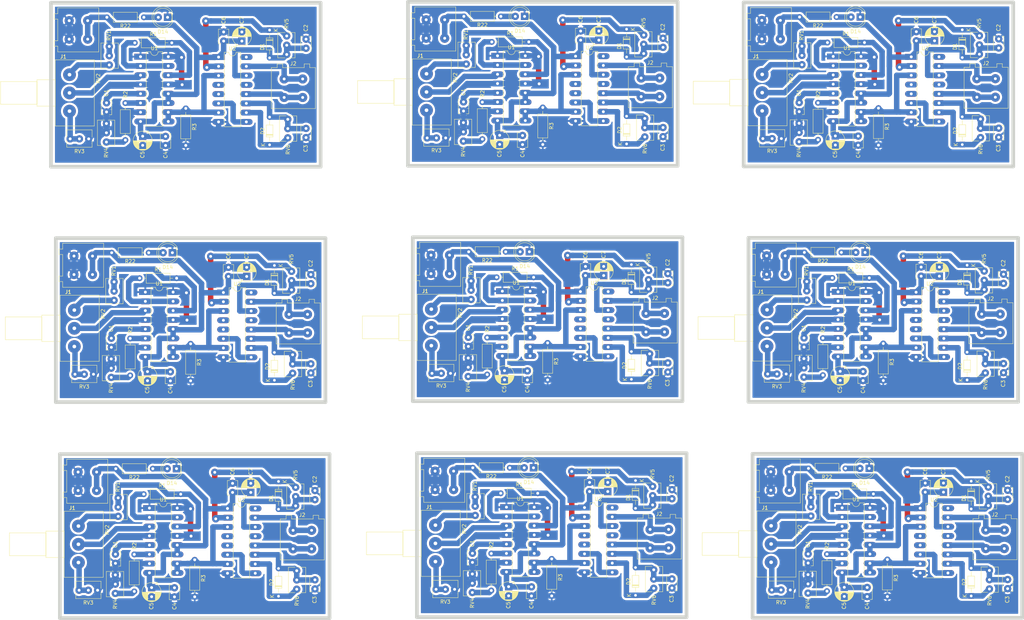
<source format=kicad_pcb>
(kicad_pcb (version 20171130) (host pcbnew 5.1.4)
  (layers (0 F.Cu signal) (31 B.Cu signal) (34 B.Paste user) (35 F.Paste user) (36 B.SilkS user) (37 F.SilkS user) (38 B.Mask user) (39 F.Mask user) (44 Edge.Cuts user))
  (net 0 "")
  (net 1 GND)
  (net 2 "Net-(C1-Pad1)")
  (net 3 "Net-(C2-Pad1)")
  (net 4 "Net-(C3-Pad1)")
  (net 5 +12V)
  (net 6 "Net-(D1-Pad1)")
  (net 7 "Net-(D2-Pad1)")
  (net 8 "Net-(R1-Pad1)")
  (net 9 Vref)
  (net 10 "Net-(R2-Pad2)")
  (net 11 "Net-(R2-Pad1)")
  (net 12 PWM)
  (net 13 "Net-(RV1-Pad3)")
  (net 14 "Net-(RV2-Pad3)")
  (net 15 Duty)
  (net 16 "Net-(U2-Pad6)")
  (net 17 "Net-(D14-Pad2)")
  (net 18 INV_CTRL)
  (net 19 NO_INV_CTRL)
  (module lib_fp:R_Axial_DIN0207_L6.3mm_D2.5mm_P10.16mm_Horizontal (layer F.Cu) (at 54.3 167.95 270)
    (fp_text reference R3 (at 5.08 -2.37 90) (layer F.SilkS))
    (fp_text value 68)
    (pad 2 thru_hole oval (at 10.16 0 270) (size 1.6 1.6) (drill 0.8) (layers *.Cu *.Mask))
    (pad 1 thru_hole circle (at 0 0 270) (size 1.6 1.6) (drill 0.8) (layers *.Cu *.Mask))
  )
  (module lib_fp:Potentiometer_Bourns_3266Y_Vertical (layer F.Cu) (at 223.4 150.875 90)
    (fp_text reference RV1 (at 2.975 -0.1 90) (layer F.SilkS))
    (fp_text value 1k)
    (pad 3 thru_hole circle (at -5.08 0 90) (size 2 2) (drill 0.8) (layers *.Cu *.Mask))
    (pad 2 thru_hole circle (at -2.54 0 90) (size 2 2) (drill 0.8) (layers *.Cu *.Mask))
    (pad 1 thru_hole circle (at 0 0 90) (size 2 2) (drill 0.8) (layers *.Cu *.Mask))
  )
  (module lib_fp:C_Disc_D3.8mm_W2.6mm_P2.50mm (layer F.Cu) (at 277.4 151.375 90)
    (fp_text reference C2 (at 5.55 -0.05 90) (layer F.SilkS))
    (fp_text value 470p)
    (pad 2 thru_hole circle (at 2.5 0 90) (size 2 2) (drill 0.8) (layers *.Cu *.Mask))
    (pad 1 thru_hole circle (at 0 0 90) (size 2 2) (drill 0.8) (layers *.Cu *.Mask))
  )
  (module lib_fp:C_Disc_D3.8mm_W2.6mm_P2.50mm (layer F.Cu) (at 32.55 166.42 270)
    (fp_text reference C1 (at -2.695 0.075 90) (layer F.SilkS))
    (fp_text value 10n)
    (pad 1 thru_hole circle (at 0 0 270) (size 2 2) (drill 0.8) (layers *.Cu *.Mask))
    (pad 2 thru_hole circle (at 2.5 0 270) (size 2 2) (drill 0.8) (layers *.Cu *.Mask))
  )
  (module lib_fp:R_Axial_DIN0207_L6.3mm_D2.5mm_P10.16mm_Horizontal (layer F.Cu) (at 140.775 142.7 180)
    (fp_text reference R22 (at 5.08 -2.37) (layer F.SilkS))
    (fp_text value 2,2k)
    (pad 1 thru_hole circle (at 0 0 180) (size 1.6 1.6) (drill 0.8) (layers *.Cu *.Mask))
    (pad 2 thru_hole oval (at 10.16 0 180) (size 1.6 1.6) (drill 0.8) (layers *.Cu *.Mask))
  )
  (module lib_fp:D_DO-34_SOD68_P7.62mm_Horizontal (layer F.Cu) (at 77.3 177.95 90)
    (fp_text reference D2 (at 3.81 -1.92 90) (layer F.SilkS))
    (fp_text value 1N4148)
    (fp_text user K (at 0 -1.75 90) (layer F.SilkS))
    (pad 2 thru_hole oval (at 7.62 0 90) (size 1.5 1.5) (drill 0.75) (layers *.Cu *.Mask))
    (pad 1 thru_hole rect (at 0 0 90) (size 1.5 1.5) (drill 0.75) (layers *.Cu *.Mask))
  )
  (module lib_fp:R_Axial_DIN0207_L6.3mm_D2.5mm_P10.16mm_Horizontal (layer F.Cu) (at 40.3 149.95)
    (fp_text reference R1 (at 5.08 -2.37) (layer F.SilkS))
    (fp_text value 56k)
    (pad 2 thru_hole oval (at 10.16 0) (size 1.6 1.6) (drill 0.8) (layers *.Cu *.Mask))
    (pad 1 thru_hole circle (at 0 0) (size 1.6 1.6) (drill 0.8) (layers *.Cu *.Mask))
  )
  (module lib_fp:R_Axial_DIN0207_L6.3mm_D2.5mm_P10.16mm_Horizontal (layer F.Cu) (at 232.9 142.875 180)
    (fp_text reference R22 (at 5.08 -2.37) (layer F.SilkS))
    (fp_text value 2,2k)
    (pad 1 thru_hole circle (at 0 0 180) (size 1.6 1.6) (drill 0.8) (layers *.Cu *.Mask))
    (pad 2 thru_hole oval (at 10.16 0 180) (size 1.6 1.6) (drill 0.8) (layers *.Cu *.Mask))
  )
  (module lib_fp:C_Disc_D3.8mm_W2.6mm_P2.50mm (layer F.Cu) (at 185.275 173.2 270)
    (fp_text reference C3 (at 5.5 0.1 90) (layer F.SilkS))
    (fp_text value 470p)
    (pad 1 thru_hole circle (at 0 0 270) (size 2 2) (drill 0.8) (layers *.Cu *.Mask))
    (pad 2 thru_hole circle (at 2.5 0 270) (size 2 2) (drill 0.8) (layers *.Cu *.Mask))
  )
  (module lib_fp:TerminalBlock_screwless-2_P5mm (layer F.Cu) (at 27.38 148.95 180)
    (fp_text reference J1 (at 6.66 -4.8) (layer F.SilkS))
    (fp_text value "Alimentacion CTRL")
    (fp_text user %R (at 6.7 -4.8) (layer F.SilkS))
    (pad 1 thru_hole circle (at 0 0 180) (size 2.5 2.5) (drill 0.8) (layers *.Cu *.Mask))
    (pad 2 thru_hole circle (at 5.08 0 180) (size 2.5 2.5) (drill 0.8) (layers *.Cu *.Mask))
    (pad 1 thru_hole circle (at 0 5.08 180) (size 2.5 2.5) (drill 0.8) (layers *.Cu *.Mask))
    (pad 2 thru_hole circle (at 5.08 5.08 180) (size 2.5 2.5) (drill 0.8) (layers *.Cu *.Mask))
  )
  (module lib_fp:Potentiometer_Bourns_3266Y_Vertical (layer F.Cu) (at 82 153.15 270)
    (fp_text reference RV5 (at -8.45 0.05 90) (layer F.SilkS))
    (fp_text value 10k)
    (pad 1 thru_hole circle (at 0 0 270) (size 2 2) (drill 0.8) (layers *.Cu *.Mask))
    (pad 2 thru_hole circle (at -2.54 0 270) (size 2 2) (drill 0.8) (layers *.Cu *.Mask))
    (pad 3 thru_hole circle (at -5.08 0 270) (size 2 2) (drill 0.8) (layers *.Cu *.Mask))
  )
  (module lib_fp:R_Axial_DIN0207_L6.3mm_D2.5mm_P10.16mm_Horizontal (layer F.Cu) (at 37.72 166.48 270)
    (fp_text reference R2 (at -2.33 -0.03 90) (layer F.SilkS))
    (fp_text value 6,8k)
    (pad 1 thru_hole circle (at 0 0 270) (size 1.6 1.6) (drill 0.8) (layers *.Cu *.Mask))
    (pad 2 thru_hole oval (at 10.16 0 270) (size 1.6 1.6) (drill 0.8) (layers *.Cu *.Mask))
  )
  (module lib_fp:LED_D5.0mm_Clear (layer F.Cu) (at 49.3 142.95 180)
    (fp_text reference D14 (at 1.27 -3.96) (layer F.SilkS))
    (fp_text value PWM_ON)
    (pad 2 thru_hole circle (at 2.54 0 180) (size 2 2) (drill 0.8) (layers *.Cu *.Mask))
    (pad 1 thru_hole rect (at 0 0 180) (size 2 2) (drill 0.8) (layers *.Cu *.Mask))
  )
  (module lib_fp:Potentiometer_Bourns_3266Y_Vertical (layer F.Cu) (at 32.52 177.18 270)
    (fp_text reference RV4 (at 2.92 0.045 90) (layer F.SilkS))
    (fp_text value 2k)
    (pad 3 thru_hole circle (at -5.08 0 270) (size 2 2) (drill 0.8) (layers *.Cu *.Mask))
    (pad 2 thru_hole circle (at -2.54 0 270) (size 2 2) (drill 0.8) (layers *.Cu *.Mask))
    (pad 1 thru_hole circle (at 0 0 270) (size 2 2) (drill 0.8) (layers *.Cu *.Mask))
  )
  (module lib_fp:Potentiometer_Bourns_3266Y_Vertical (layer F.Cu) (at 82.3 170.95 90)
    (fp_text reference RV6 (at -8.3 0.05 90) (layer F.SilkS))
    (fp_text value 10k)
    (pad 3 thru_hole circle (at -5.08 0 90) (size 2 2) (drill 0.8) (layers *.Cu *.Mask))
    (pad 2 thru_hole circle (at -2.54 0 90) (size 2 2) (drill 0.8) (layers *.Cu *.Mask))
    (pad 1 thru_hole circle (at 0 0 90) (size 2 2) (drill 0.8) (layers *.Cu *.Mask))
  )
  (module lib_fp:Potentiometer_Bourns_3266Y_Vertical (layer F.Cu) (at 22.57 176.31 180)
    (fp_text reference RV3 (at -2.54 -3.41) (layer F.SilkS))
    (fp_text value 1k)
    (pad 3 thru_hole circle (at -5.08 0 180) (size 2 2) (drill 0.8) (layers *.Cu *.Mask))
    (pad 2 thru_hole circle (at -2.54 0 180) (size 2 2) (drill 0.8) (layers *.Cu *.Mask))
    (pad 1 thru_hole circle (at 0 0 180) (size 2 2) (drill 0.8) (layers *.Cu *.Mask))
  )
  (module lib_fp:R_Axial_DIN0207_L6.3mm_D2.5mm_P10.16mm_Horizontal (layer F.Cu) (at 42.8 142.95 180)
    (fp_text reference R22 (at 5.08 -2.37) (layer F.SilkS))
    (fp_text value 2,2k)
    (pad 2 thru_hole oval (at 10.16 0 180) (size 1.6 1.6) (drill 0.8) (layers *.Cu *.Mask))
    (pad 1 thru_hole circle (at 0 0 180) (size 1.6 1.6) (drill 0.8) (layers *.Cu *.Mask))
  )
  (module lib_fp:Potentiometer_Bourns_3266Y_Vertical (layer F.Cu) (at 33.3 150.95 90)
    (fp_text reference RV1 (at 2.975 -0.1 90) (layer F.SilkS))
    (fp_text value 1k)
    (pad 1 thru_hole circle (at 0 0 90) (size 2 2) (drill 0.8) (layers *.Cu *.Mask))
    (pad 2 thru_hole circle (at -2.54 0 90) (size 2 2) (drill 0.8) (layers *.Cu *.Mask))
    (pad 3 thru_hole circle (at -5.08 0 90) (size 2 2) (drill 0.8) (layers *.Cu *.Mask))
  )
  (module lib_fp:DIP-16_W7.62mm_LongPads (layer F.Cu) (at 41.88 153.76)
    (fp_text reference U1 (at 3.81 -2.33) (layer F.SilkS))
    (fp_text value TL494)
    (pad 1 thru_hole rect (at 0 0) (size 3.4 1.6) (drill 0.8) (layers *.Cu *.Mask))
    (pad 9 thru_hole oval (at 7.62 17.78) (size 3.4 1.6) (drill 0.8) (layers *.Cu *.Mask))
    (pad 2 thru_hole oval (at 0 2.54) (size 3.4 1.6) (drill 0.8) (layers *.Cu *.Mask))
    (pad 10 thru_hole oval (at 7.62 15.24) (size 3.4 1.6) (drill 0.8) (layers *.Cu *.Mask))
    (pad 3 thru_hole oval (at 0 5.08) (size 3.4 1.6) (drill 0.8) (layers *.Cu *.Mask))
    (pad 11 thru_hole oval (at 7.62 12.7) (size 3.4 1.6) (drill 0.8) (layers *.Cu *.Mask))
    (pad 4 thru_hole oval (at 0 7.62) (size 3.4 1.6) (drill 0.8) (layers *.Cu *.Mask))
    (pad 12 thru_hole oval (at 7.62 10.16) (size 3.4 1.6) (drill 0.8) (layers *.Cu *.Mask))
    (pad 5 thru_hole oval (at 0 10.16) (size 3.4 1.6) (drill 0.8) (layers *.Cu *.Mask))
    (pad 13 thru_hole oval (at 7.62 7.62) (size 3.4 1.6) (drill 0.8) (layers *.Cu *.Mask))
    (pad 6 thru_hole oval (at 0 12.7) (size 3.4 1.6) (drill 0.8) (layers *.Cu *.Mask))
    (pad 14 thru_hole oval (at 7.62 5.08) (size 3.4 1.6) (drill 0.8) (layers *.Cu *.Mask))
    (pad 7 thru_hole oval (at 0 15.24) (size 3.4 1.6) (drill 0.8) (layers *.Cu *.Mask))
    (pad 15 thru_hole oval (at 7.62 2.54) (size 3.4 1.6) (drill 0.8) (layers *.Cu *.Mask))
    (pad 8 thru_hole oval (at 0 17.78) (size 3.4 1.6) (drill 0.8) (layers *.Cu *.Mask))
    (pad 16 thru_hole oval (at 7.62 0) (size 3.4 1.6) (drill 0.8) (layers *.Cu *.Mask))
  )
  (module lib_fp:DIP-16_W7.62mm_LongPads (layer F.Cu) (at 63.3 153.87)
    (fp_text reference U2 (at 3.81 -2.33) (layer F.SilkS))
    (fp_text value 4049)
    (pad 16 thru_hole oval (at 7.62 0) (size 3.4 1.6) (drill 0.8) (layers *.Cu *.Mask))
    (pad 8 thru_hole oval (at 0 17.78) (size 3.4 1.6) (drill 0.8) (layers *.Cu *.Mask))
    (pad 15 thru_hole oval (at 7.62 2.54) (size 3.4 1.6) (drill 0.8) (layers *.Cu *.Mask))
    (pad 7 thru_hole oval (at 0 15.24) (size 3.4 1.6) (drill 0.8) (layers *.Cu *.Mask))
    (pad 14 thru_hole oval (at 7.62 5.08) (size 3.4 1.6) (drill 0.8) (layers *.Cu *.Mask))
    (pad 6 thru_hole oval (at 0 12.7) (size 3.4 1.6) (drill 0.8) (layers *.Cu *.Mask))
    (pad 13 thru_hole oval (at 7.62 7.62) (size 3.4 1.6) (drill 0.8) (layers *.Cu *.Mask))
    (pad 5 thru_hole oval (at 0 10.16) (size 3.4 1.6) (drill 0.8) (layers *.Cu *.Mask))
    (pad 12 thru_hole oval (at 7.62 10.16) (size 3.4 1.6) (drill 0.8) (layers *.Cu *.Mask))
    (pad 4 thru_hole oval (at 0 7.62) (size 3.4 1.6) (drill 0.8) (layers *.Cu *.Mask))
    (pad 11 thru_hole oval (at 7.62 12.7) (size 3.4 1.6) (drill 0.8) (layers *.Cu *.Mask))
    (pad 3 thru_hole oval (at 0 5.08) (size 3.4 1.6) (drill 0.8) (layers *.Cu *.Mask))
    (pad 10 thru_hole oval (at 7.62 15.24) (size 3.4 1.6) (drill 0.8) (layers *.Cu *.Mask))
    (pad 2 thru_hole oval (at 0 2.54) (size 3.4 1.6) (drill 0.8) (layers *.Cu *.Mask))
    (pad 9 thru_hole oval (at 7.62 17.78) (size 3.4 1.6) (drill 0.8) (layers *.Cu *.Mask))
    (pad 1 thru_hole rect (at 0 0) (size 3.4 1.6) (drill 0.8) (layers *.Cu *.Mask))
  )
  (module lib_fp:DIP-16_W7.62mm_LongPads (layer F.Cu) (at 139.855 153.51)
    (fp_text reference U1 (at 3.81 -2.33) (layer F.SilkS))
    (fp_text value TL494)
    (pad 16 thru_hole oval (at 7.62 0) (size 3.4 1.6) (drill 0.8) (layers *.Cu *.Mask))
    (pad 8 thru_hole oval (at 0 17.78) (size 3.4 1.6) (drill 0.8) (layers *.Cu *.Mask))
    (pad 15 thru_hole oval (at 7.62 2.54) (size 3.4 1.6) (drill 0.8) (layers *.Cu *.Mask))
    (pad 7 thru_hole oval (at 0 15.24) (size 3.4 1.6) (drill 0.8) (layers *.Cu *.Mask))
    (pad 14 thru_hole oval (at 7.62 5.08) (size 3.4 1.6) (drill 0.8) (layers *.Cu *.Mask))
    (pad 6 thru_hole oval (at 0 12.7) (size 3.4 1.6) (drill 0.8) (layers *.Cu *.Mask))
    (pad 13 thru_hole oval (at 7.62 7.62) (size 3.4 1.6) (drill 0.8) (layers *.Cu *.Mask))
    (pad 5 thru_hole oval (at 0 10.16) (size 3.4 1.6) (drill 0.8) (layers *.Cu *.Mask))
    (pad 12 thru_hole oval (at 7.62 10.16) (size 3.4 1.6) (drill 0.8) (layers *.Cu *.Mask))
    (pad 4 thru_hole oval (at 0 7.62) (size 3.4 1.6) (drill 0.8) (layers *.Cu *.Mask))
    (pad 11 thru_hole oval (at 7.62 12.7) (size 3.4 1.6) (drill 0.8) (layers *.Cu *.Mask))
    (pad 3 thru_hole oval (at 0 5.08) (size 3.4 1.6) (drill 0.8) (layers *.Cu *.Mask))
    (pad 10 thru_hole oval (at 7.62 15.24) (size 3.4 1.6) (drill 0.8) (layers *.Cu *.Mask))
    (pad 2 thru_hole oval (at 0 2.54) (size 3.4 1.6) (drill 0.8) (layers *.Cu *.Mask))
    (pad 9 thru_hole oval (at 7.62 17.78) (size 3.4 1.6) (drill 0.8) (layers *.Cu *.Mask))
    (pad 1 thru_hole rect (at 0 0) (size 3.4 1.6) (drill 0.8) (layers *.Cu *.Mask))
  )
  (module lib_fp:Potentiometer_Bourns_3266Y_Vertical (layer F.Cu) (at 212.67 176.235 180)
    (fp_text reference RV3 (at -2.54 -3.41) (layer F.SilkS))
    (fp_text value 1k)
    (pad 1 thru_hole circle (at 0 0 180) (size 2 2) (drill 0.8) (layers *.Cu *.Mask))
    (pad 2 thru_hole circle (at -2.54 0 180) (size 2 2) (drill 0.8) (layers *.Cu *.Mask))
    (pad 3 thru_hole circle (at -5.08 0 180) (size 2 2) (drill 0.8) (layers *.Cu *.Mask))
  )
  (module lib_fp:TerminalBlock_screwless-2_P5mm (layer F.Cu) (at 81.3 164.95 90)
    (fp_text reference J2 (at 9.3 2.5 180) (layer F.SilkS))
    (fp_text value Salida_CTRL)
    (pad 2 thru_hole circle (at 5.08 5.08 90) (size 2.5 2.5) (drill 0.8) (layers *.Cu *.Mask))
    (pad 1 thru_hole circle (at 0 5.08 90) (size 2.5 2.5) (drill 0.8) (layers *.Cu *.Mask))
    (pad 2 thru_hole circle (at 5.08 0 90) (size 2.5 2.5) (drill 0.8) (layers *.Cu *.Mask))
    (pad 1 thru_hole circle (at 0 0 90) (size 2.5 2.5) (drill 0.8) (layers *.Cu *.Mask))
  )
  (module lib_fp:CP_Radial_D5.0mm_P2.50mm (layer F.Cu) (at 232.57 175.505 270)
    (fp_text reference C5 (at 5.07 0.07 90) (layer F.SilkS))
    (fp_text value 10u)
    (pad 2 thru_hole circle (at 2.5 0 270) (size 2 2) (drill 0.8) (layers *.Cu *.Mask))
    (pad 1 thru_hole rect (at 0 0 270) (size 2 2) (drill 0.8) (layers *.Cu *.Mask))
  )
  (module lib_fp:Potentiometer_Alps_RK163_Single_Horizontal (layer F.Cu) (at 22.39 158.7 180)
    (fp_text reference RV2 (at -7.885 -1.05 90) (layer F.SilkS))
    (fp_text value 10k)
    (pad 1 thru_hole circle (at 0 0 180) (size 3.5 3.5) (drill 1) (layers *.Cu *.Mask))
    (pad 2 thru_hole circle (at 0 -5 180) (size 3.5 3.5) (drill 1) (layers *.Cu *.Mask))
    (pad 3 thru_hole circle (at 0 -10 180) (size 3.5 3.5) (drill 1) (layers *.Cu *.Mask))
  )
  (module lib_fp:CP_Radial_D5.0mm_P2.50mm (layer F.Cu) (at 259.79 149.395 90)
    (fp_text reference C7 (at 5.695 -0.015 90) (layer F.SilkS))
    (fp_text value 10u)
    (pad 1 thru_hole rect (at 0 0 90) (size 2 2) (drill 0.8) (layers *.Cu *.Mask))
    (pad 2 thru_hole circle (at 2.5 0 90) (size 2 2) (drill 0.8) (layers *.Cu *.Mask))
  )
  (module lib_fp:D_DO-34_SOD68_P7.62mm_Horizontal (layer F.Cu) (at 77.3 146.45 270)
    (fp_text reference D1 (at 4.6 2 90) (layer F.SilkS))
    (fp_text value 1N4148)
    (fp_text user K (at 0 -1.75 90) (layer F.SilkS))
    (pad 1 thru_hole rect (at 0 0 270) (size 1.5 1.5) (drill 0.75) (layers *.Cu *.Mask))
    (pad 2 thru_hole oval (at 7.62 0 270) (size 1.5 1.5) (drill 0.75) (layers *.Cu *.Mask))
  )
  (module lib_fp:C_Disc_D3.8mm_W2.6mm_P2.50mm (layer F.Cu) (at 130.525 166.17 270)
    (fp_text reference C1 (at -2.695 0.075 90) (layer F.SilkS))
    (fp_text value 10n)
    (pad 2 thru_hole circle (at 2.5 0 270) (size 2 2) (drill 0.8) (layers *.Cu *.Mask))
    (pad 1 thru_hole circle (at 0 0 270) (size 2 2) (drill 0.8) (layers *.Cu *.Mask))
  )
  (module lib_fp:C_Disc_D3.8mm_W2.6mm_P2.50mm (layer F.Cu) (at 162.665 149.22 90)
    (fp_text reference C6 (at 5.67 -0.015 90) (layer F.SilkS))
    (fp_text value 100n)
    (pad 1 thru_hole circle (at 0 0 90) (size 2 2) (drill 0.8) (layers *.Cu *.Mask))
    (pad 2 thru_hole circle (at 2.5 0 90) (size 2 2) (drill 0.8) (layers *.Cu *.Mask))
  )
  (module lib_fp:D_DO-34_SOD68_P7.62mm_Horizontal (layer F.Cu) (at 175.275 177.7 90)
    (fp_text reference D2 (at 3.81 -1.92 90) (layer F.SilkS))
    (fp_text value 1N4148)
    (fp_text user K (at 0 -1.75 90) (layer F.SilkS))
    (pad 1 thru_hole rect (at 0 0 90) (size 1.5 1.5) (drill 0.75) (layers *.Cu *.Mask))
    (pad 2 thru_hole oval (at 7.62 0 90) (size 1.5 1.5) (drill 0.75) (layers *.Cu *.Mask))
  )
  (module lib_fp:TerminalBlock_screwless-2_P5mm (layer F.Cu) (at 179.275 164.7 90)
    (fp_text reference J2 (at 9.3 2.5 180) (layer F.SilkS))
    (fp_text value Salida_CTRL)
    (pad 1 thru_hole circle (at 0 0 90) (size 2.5 2.5) (drill 0.8) (layers *.Cu *.Mask))
    (pad 2 thru_hole circle (at 5.08 0 90) (size 2.5 2.5) (drill 0.8) (layers *.Cu *.Mask))
    (pad 1 thru_hole circle (at 0 5.08 90) (size 2.5 2.5) (drill 0.8) (layers *.Cu *.Mask))
    (pad 2 thru_hole circle (at 5.08 5.08 90) (size 2.5 2.5) (drill 0.8) (layers *.Cu *.Mask))
  )
  (module lib_fp:Potentiometer_Bourns_3266Y_Vertical (layer F.Cu) (at 131.275 150.7 90)
    (fp_text reference RV1 (at 2.975 -0.1 90) (layer F.SilkS))
    (fp_text value 1k)
    (pad 3 thru_hole circle (at -5.08 0 90) (size 2 2) (drill 0.8) (layers *.Cu *.Mask))
    (pad 2 thru_hole circle (at -2.54 0 90) (size 2 2) (drill 0.8) (layers *.Cu *.Mask))
    (pad 1 thru_hole circle (at 0 0 90) (size 2 2) (drill 0.8) (layers *.Cu *.Mask))
  )
  (module lib_fp:Potentiometer_Bourns_3266Y_Vertical (layer F.Cu) (at 120.545 176.06 180)
    (fp_text reference RV3 (at -2.54 -3.41) (layer F.SilkS))
    (fp_text value 1k)
    (pad 1 thru_hole circle (at 0 0 180) (size 2 2) (drill 0.8) (layers *.Cu *.Mask))
    (pad 2 thru_hole circle (at -2.54 0 180) (size 2 2) (drill 0.8) (layers *.Cu *.Mask))
    (pad 3 thru_hole circle (at -5.08 0 180) (size 2 2) (drill 0.8) (layers *.Cu *.Mask))
  )
  (module lib_fp:LED_D5.0mm_Clear (layer F.Cu) (at 239.4 142.875 180)
    (fp_text reference D14 (at 1.27 -3.96) (layer F.SilkS))
    (fp_text value PWM_ON)
    (pad 1 thru_hole rect (at 0 0 180) (size 2 2) (drill 0.8) (layers *.Cu *.Mask))
    (pad 2 thru_hole circle (at 2.54 0 180) (size 2 2) (drill 0.8) (layers *.Cu *.Mask))
  )
  (module lib_fp:R_Axial_DIN0207_L6.3mm_D2.5mm_P10.16mm_Horizontal (layer F.Cu) (at 244.4 167.875 270)
    (fp_text reference R3 (at 5.08 -2.37 90) (layer F.SilkS))
    (fp_text value 68)
    (pad 1 thru_hole circle (at 0 0 270) (size 1.6 1.6) (drill 0.8) (layers *.Cu *.Mask))
    (pad 2 thru_hole oval (at 10.16 0 270) (size 1.6 1.6) (drill 0.8) (layers *.Cu *.Mask))
  )
  (module lib_fp:C_Disc_D3.8mm_W2.6mm_P2.50mm (layer F.Cu) (at 222.65 166.345 270)
    (fp_text reference C1 (at -2.695 0.075 90) (layer F.SilkS))
    (fp_text value 10n)
    (pad 2 thru_hole circle (at 2.5 0 270) (size 2 2) (drill 0.8) (layers *.Cu *.Mask))
    (pad 1 thru_hole circle (at 0 0 270) (size 2 2) (drill 0.8) (layers *.Cu *.Mask))
  )
  (module lib_fp:Potentiometer_Bourns_3266Y_Vertical (layer F.Cu) (at 222.62 177.105 270)
    (fp_text reference RV4 (at 2.92 0.045 90) (layer F.SilkS))
    (fp_text value 2k)
    (pad 1 thru_hole circle (at 0 0 270) (size 2 2) (drill 0.8) (layers *.Cu *.Mask))
    (pad 2 thru_hole circle (at -2.54 0 270) (size 2 2) (drill 0.8) (layers *.Cu *.Mask))
    (pad 3 thru_hole circle (at -5.08 0 270) (size 2 2) (drill 0.8) (layers *.Cu *.Mask))
  )
  (module lib_fp:Potentiometer_Alps_RK163_Single_Horizontal (layer F.Cu) (at 120.365 158.45 180)
    (fp_text reference RV2 (at -7.885 -1.05 90) (layer F.SilkS))
    (fp_text value 10k)
    (pad 3 thru_hole circle (at 0 -10 180) (size 3.5 3.5) (drill 1) (layers *.Cu *.Mask))
    (pad 2 thru_hole circle (at 0 -5 180) (size 3.5 3.5) (drill 1) (layers *.Cu *.Mask))
    (pad 1 thru_hole circle (at 0 0 180) (size 3.5 3.5) (drill 1) (layers *.Cu *.Mask))
  )
  (module lib_fp:C_Disc_D3.8mm_W2.6mm_P2.50mm (layer F.Cu) (at 64.69 149.47 90)
    (fp_text reference C6 (at 5.67 -0.015 90) (layer F.SilkS))
    (fp_text value 100n)
    (pad 2 thru_hole circle (at 2.5 0 90) (size 2 2) (drill 0.8) (layers *.Cu *.Mask))
    (pad 1 thru_hole circle (at 0 0 90) (size 2 2) (drill 0.8) (layers *.Cu *.Mask))
  )
  (module lib_fp:C_Disc_D3.8mm_W2.6mm_P2.50mm (layer F.Cu) (at 185.275 151.2 90)
    (fp_text reference C2 (at 5.55 -0.05 90) (layer F.SilkS))
    (fp_text value 470p)
    (pad 2 thru_hole circle (at 2.5 0 90) (size 2 2) (drill 0.8) (layers *.Cu *.Mask))
    (pad 1 thru_hole circle (at 0 0 90) (size 2 2) (drill 0.8) (layers *.Cu *.Mask))
  )
  (module lib_fp:CP_Radial_D5.0mm_P2.50mm (layer F.Cu) (at 42.47 175.58 270)
    (fp_text reference C5 (at 5.07 0.07 90) (layer F.SilkS))
    (fp_text value 10u)
    (pad 1 thru_hole rect (at 0 0 270) (size 2 2) (drill 0.8) (layers *.Cu *.Mask))
    (pad 2 thru_hole circle (at 2.5 0 270) (size 2 2) (drill 0.8) (layers *.Cu *.Mask))
  )
  (module lib_fp:C_Disc_D3.8mm_W2.6mm_P2.50mm (layer F.Cu) (at 48.75 175.63 270)
    (fp_text reference C4 (at 5.07 0 90) (layer F.SilkS))
    (fp_text value 100n)
    (pad 1 thru_hole circle (at 0 0 270) (size 2 2) (drill 0.8) (layers *.Cu *.Mask))
    (pad 2 thru_hole circle (at 2.5 0 270) (size 2 2) (drill 0.8) (layers *.Cu *.Mask))
  )
  (module lib_fp:CP_Radial_D5.0mm_P2.50mm (layer F.Cu) (at 167.665 149.22 90)
    (fp_text reference C7 (at 5.695 -0.015 90) (layer F.SilkS))
    (fp_text value 10u)
    (pad 1 thru_hole rect (at 0 0 90) (size 2 2) (drill 0.8) (layers *.Cu *.Mask))
    (pad 2 thru_hole circle (at 2.5 0 90) (size 2 2) (drill 0.8) (layers *.Cu *.Mask))
  )
  (module lib_fp:CP_Radial_D5.0mm_P2.50mm (layer F.Cu) (at 69.69 149.47 90)
    (fp_text reference C7 (at 5.695 -0.015 90) (layer F.SilkS))
    (fp_text value 10u)
    (pad 2 thru_hole circle (at 2.5 0 90) (size 2 2) (drill 0.8) (layers *.Cu *.Mask))
    (pad 1 thru_hole rect (at 0 0 90) (size 2 2) (drill 0.8) (layers *.Cu *.Mask))
  )
  (module lib_fp:C_Disc_D3.8mm_W2.6mm_P2.50mm (layer F.Cu) (at 87.3 151.45 90)
    (fp_text reference C2 (at 5.55 -0.05 90) (layer F.SilkS))
    (fp_text value 470p)
    (pad 1 thru_hole circle (at 0 0 90) (size 2 2) (drill 0.8) (layers *.Cu *.Mask))
    (pad 2 thru_hole circle (at 2.5 0 90) (size 2 2) (drill 0.8) (layers *.Cu *.Mask))
  )
  (module lib_fp:C_Disc_D3.8mm_W2.6mm_P2.50mm (layer F.Cu) (at 87.3 173.45 270)
    (fp_text reference C3 (at 5.5 0.1 90) (layer F.SilkS))
    (fp_text value 470p)
    (pad 2 thru_hole circle (at 2.5 0 270) (size 2 2) (drill 0.8) (layers *.Cu *.Mask))
    (pad 1 thru_hole circle (at 0 0 270) (size 2 2) (drill 0.8) (layers *.Cu *.Mask))
  )
  (module lib_fp:C_Disc_D3.8mm_W2.6mm_P2.50mm (layer F.Cu) (at 146.725 175.38 270)
    (fp_text reference C4 (at 5.07 0 90) (layer F.SilkS))
    (fp_text value 100n)
    (pad 2 thru_hole circle (at 2.5 0 270) (size 2 2) (drill 0.8) (layers *.Cu *.Mask))
    (pad 1 thru_hole circle (at 0 0 270) (size 2 2) (drill 0.8) (layers *.Cu *.Mask))
  )
  (module lib_fp:TerminalBlock_screwless-2_P5mm (layer F.Cu) (at 217.48 148.875 180)
    (fp_text reference J1 (at 6.66 -4.8) (layer F.SilkS))
    (fp_text value "Alimentacion CTRL")
    (fp_text user %R (at 6.7 -4.8) (layer F.SilkS))
    (pad 2 thru_hole circle (at 5.08 5.08 180) (size 2.5 2.5) (drill 0.8) (layers *.Cu *.Mask))
    (pad 1 thru_hole circle (at 0 5.08 180) (size 2.5 2.5) (drill 0.8) (layers *.Cu *.Mask))
    (pad 2 thru_hole circle (at 5.08 0 180) (size 2.5 2.5) (drill 0.8) (layers *.Cu *.Mask))
    (pad 1 thru_hole circle (at 0 0 180) (size 2.5 2.5) (drill 0.8) (layers *.Cu *.Mask))
  )
  (module lib_fp:R_Axial_DIN0207_L6.3mm_D2.5mm_P10.16mm_Horizontal (layer F.Cu) (at 152.275 167.7 270)
    (fp_text reference R3 (at 5.08 -2.37 90) (layer F.SilkS))
    (fp_text value 68)
    (pad 1 thru_hole circle (at 0 0 270) (size 1.6 1.6) (drill 0.8) (layers *.Cu *.Mask))
    (pad 2 thru_hole oval (at 10.16 0 270) (size 1.6 1.6) (drill 0.8) (layers *.Cu *.Mask))
  )
  (module lib_fp:C_Disc_D3.8mm_W2.6mm_P2.50mm (layer F.Cu) (at 277.4 173.375 270)
    (fp_text reference C3 (at 5.5 0.1 90) (layer F.SilkS))
    (fp_text value 470p)
    (pad 1 thru_hole circle (at 0 0 270) (size 2 2) (drill 0.8) (layers *.Cu *.Mask))
    (pad 2 thru_hole circle (at 2.5 0 270) (size 2 2) (drill 0.8) (layers *.Cu *.Mask))
  )
  (module lib_fp:R_Axial_DIN0207_L6.3mm_D2.5mm_P10.16mm_Horizontal (layer F.Cu) (at 135.695 166.23 270)
    (fp_text reference R2 (at -2.33 -0.03 90) (layer F.SilkS))
    (fp_text value 6,8k)
    (pad 2 thru_hole oval (at 10.16 0 270) (size 1.6 1.6) (drill 0.8) (layers *.Cu *.Mask))
    (pad 1 thru_hole circle (at 0 0 270) (size 1.6 1.6) (drill 0.8) (layers *.Cu *.Mask))
  )
  (module lib_fp:Potentiometer_Bourns_3266Y_Vertical (layer F.Cu) (at 272.4 170.875 90)
    (fp_text reference RV6 (at -8.3 0.05 90) (layer F.SilkS))
    (fp_text value 10k)
    (pad 1 thru_hole circle (at 0 0 90) (size 2 2) (drill 0.8) (layers *.Cu *.Mask))
    (pad 2 thru_hole circle (at -2.54 0 90) (size 2 2) (drill 0.8) (layers *.Cu *.Mask))
    (pad 3 thru_hole circle (at -5.08 0 90) (size 2 2) (drill 0.8) (layers *.Cu *.Mask))
  )
  (module lib_fp:R_Axial_DIN0207_L6.3mm_D2.5mm_P10.16mm_Horizontal (layer F.Cu) (at 138.275 149.7)
    (fp_text reference R1 (at 5.08 -2.37) (layer F.SilkS))
    (fp_text value 56k)
    (pad 1 thru_hole circle (at 0 0) (size 1.6 1.6) (drill 0.8) (layers *.Cu *.Mask))
    (pad 2 thru_hole oval (at 10.16 0) (size 1.6 1.6) (drill 0.8) (layers *.Cu *.Mask))
  )
  (module lib_fp:Potentiometer_Bourns_3266Y_Vertical (layer F.Cu) (at 180.275 170.7 90)
    (fp_text reference RV6 (at -8.3 0.05 90) (layer F.SilkS))
    (fp_text value 10k)
    (pad 1 thru_hole circle (at 0 0 90) (size 2 2) (drill 0.8) (layers *.Cu *.Mask))
    (pad 2 thru_hole circle (at -2.54 0 90) (size 2 2) (drill 0.8) (layers *.Cu *.Mask))
    (pad 3 thru_hole circle (at -5.08 0 90) (size 2 2) (drill 0.8) (layers *.Cu *.Mask))
  )
  (module lib_fp:Potentiometer_Bourns_3266Y_Vertical (layer F.Cu) (at 272.1 153.075 270)
    (fp_text reference RV5 (at -8.45 0.05 90) (layer F.SilkS))
    (fp_text value 10k)
    (pad 3 thru_hole circle (at -5.08 0 270) (size 2 2) (drill 0.8) (layers *.Cu *.Mask))
    (pad 2 thru_hole circle (at -2.54 0 270) (size 2 2) (drill 0.8) (layers *.Cu *.Mask))
    (pad 1 thru_hole circle (at 0 0 270) (size 2 2) (drill 0.8) (layers *.Cu *.Mask))
  )
  (module lib_fp:R_Axial_DIN0207_L6.3mm_D2.5mm_P10.16mm_Horizontal (layer F.Cu) (at 230.4 149.875)
    (fp_text reference R1 (at 5.08 -2.37) (layer F.SilkS))
    (fp_text value 56k)
    (pad 1 thru_hole circle (at 0 0) (size 1.6 1.6) (drill 0.8) (layers *.Cu *.Mask))
    (pad 2 thru_hole oval (at 10.16 0) (size 1.6 1.6) (drill 0.8) (layers *.Cu *.Mask))
  )
  (module lib_fp:TerminalBlock_screwless-2_P5mm (layer F.Cu) (at 125.355 148.7 180)
    (fp_text reference J1 (at 6.66 -4.8) (layer F.SilkS))
    (fp_text value "Alimentacion CTRL")
    (fp_text user %R (at 6.7 -4.8) (layer F.SilkS))
    (pad 2 thru_hole circle (at 5.08 5.08 180) (size 2.5 2.5) (drill 0.8) (layers *.Cu *.Mask))
    (pad 1 thru_hole circle (at 0 5.08 180) (size 2.5 2.5) (drill 0.8) (layers *.Cu *.Mask))
    (pad 2 thru_hole circle (at 5.08 0 180) (size 2.5 2.5) (drill 0.8) (layers *.Cu *.Mask))
    (pad 1 thru_hole circle (at 0 0 180) (size 2.5 2.5) (drill 0.8) (layers *.Cu *.Mask))
  )
  (module lib_fp:C_Disc_D3.8mm_W2.6mm_P2.50mm (layer F.Cu) (at 254.79 149.395 90)
    (fp_text reference C6 (at 5.67 -0.015 90) (layer F.SilkS))
    (fp_text value 100n)
    (pad 1 thru_hole circle (at 0 0 90) (size 2 2) (drill 0.8) (layers *.Cu *.Mask))
    (pad 2 thru_hole circle (at 2.5 0 90) (size 2 2) (drill 0.8) (layers *.Cu *.Mask))
  )
  (module lib_fp:TerminalBlock_screwless-2_P5mm (layer F.Cu) (at 271.4 164.875 90)
    (fp_text reference J2 (at 9.3 2.5 180) (layer F.SilkS))
    (fp_text value Salida_CTRL)
    (pad 1 thru_hole circle (at 0 0 90) (size 2.5 2.5) (drill 0.8) (layers *.Cu *.Mask))
    (pad 2 thru_hole circle (at 5.08 0 90) (size 2.5 2.5) (drill 0.8) (layers *.Cu *.Mask))
    (pad 1 thru_hole circle (at 0 5.08 90) (size 2.5 2.5) (drill 0.8) (layers *.Cu *.Mask))
    (pad 2 thru_hole circle (at 5.08 5.08 90) (size 2.5 2.5) (drill 0.8) (layers *.Cu *.Mask))
  )
  (module lib_fp:D_DO-34_SOD68_P7.62mm_Horizontal (layer F.Cu) (at 267.4 177.875 90)
    (fp_text reference D2 (at 3.81 -1.92 90) (layer F.SilkS))
    (fp_text value 1N4148)
    (fp_text user K (at 0 -1.75 90) (layer F.SilkS))
    (pad 1 thru_hole rect (at 0 0 90) (size 1.5 1.5) (drill 0.75) (layers *.Cu *.Mask))
    (pad 2 thru_hole oval (at 7.62 0 90) (size 1.5 1.5) (drill 0.75) (layers *.Cu *.Mask))
  )
  (module lib_fp:Potentiometer_Bourns_3266Y_Vertical (layer F.Cu) (at 179.975 152.9 270)
    (fp_text reference RV5 (at -8.45 0.05 90) (layer F.SilkS))
    (fp_text value 10k)
    (pad 3 thru_hole circle (at -5.08 0 270) (size 2 2) (drill 0.8) (layers *.Cu *.Mask))
    (pad 2 thru_hole circle (at -2.54 0 270) (size 2 2) (drill 0.8) (layers *.Cu *.Mask))
    (pad 1 thru_hole circle (at 0 0 270) (size 2 2) (drill 0.8) (layers *.Cu *.Mask))
  )
  (module lib_fp:C_Disc_D3.8mm_W2.6mm_P2.50mm (layer F.Cu) (at 238.85 175.555 270)
    (fp_text reference C4 (at 5.07 0 90) (layer F.SilkS))
    (fp_text value 100n)
    (pad 2 thru_hole circle (at 2.5 0 270) (size 2 2) (drill 0.8) (layers *.Cu *.Mask))
    (pad 1 thru_hole circle (at 0 0 270) (size 2 2) (drill 0.8) (layers *.Cu *.Mask))
  )
  (module lib_fp:Potentiometer_Alps_RK163_Single_Horizontal (layer F.Cu) (at 212.49 158.625 180)
    (fp_text reference RV2 (at -7.885 -1.05 90) (layer F.SilkS))
    (fp_text value 10k)
    (pad 3 thru_hole circle (at 0 -10 180) (size 3.5 3.5) (drill 1) (layers *.Cu *.Mask))
    (pad 2 thru_hole circle (at 0 -5 180) (size 3.5 3.5) (drill 1) (layers *.Cu *.Mask))
    (pad 1 thru_hole circle (at 0 0 180) (size 3.5 3.5) (drill 1) (layers *.Cu *.Mask))
  )
  (module lib_fp:R_Axial_DIN0207_L6.3mm_D2.5mm_P10.16mm_Horizontal (layer F.Cu) (at 227.82 166.405 270)
    (fp_text reference R2 (at -2.33 -0.03 90) (layer F.SilkS))
    (fp_text value 6,8k)
    (pad 2 thru_hole oval (at 10.16 0 270) (size 1.6 1.6) (drill 0.8) (layers *.Cu *.Mask))
    (pad 1 thru_hole circle (at 0 0 270) (size 1.6 1.6) (drill 0.8) (layers *.Cu *.Mask))
  )
  (module lib_fp:LED_D5.0mm_Clear (layer F.Cu) (at 147.275 142.7 180)
    (fp_text reference D14 (at 1.27 -3.96) (layer F.SilkS))
    (fp_text value PWM_ON)
    (pad 1 thru_hole rect (at 0 0 180) (size 2 2) (drill 0.8) (layers *.Cu *.Mask))
    (pad 2 thru_hole circle (at 2.54 0 180) (size 2 2) (drill 0.8) (layers *.Cu *.Mask))
  )
  (module lib_fp:DIP-16_W7.62mm_LongPads (layer F.Cu) (at 253.4 153.795)
    (fp_text reference U2 (at 3.81 -2.33) (layer F.SilkS))
    (fp_text value 4049)
    (pad 1 thru_hole rect (at 0 0) (size 3.4 1.6) (drill 0.8) (layers *.Cu *.Mask))
    (pad 9 thru_hole oval (at 7.62 17.78) (size 3.4 1.6) (drill 0.8) (layers *.Cu *.Mask))
    (pad 2 thru_hole oval (at 0 2.54) (size 3.4 1.6) (drill 0.8) (layers *.Cu *.Mask))
    (pad 10 thru_hole oval (at 7.62 15.24) (size 3.4 1.6) (drill 0.8) (layers *.Cu *.Mask))
    (pad 3 thru_hole oval (at 0 5.08) (size 3.4 1.6) (drill 0.8) (layers *.Cu *.Mask))
    (pad 11 thru_hole oval (at 7.62 12.7) (size 3.4 1.6) (drill 0.8) (layers *.Cu *.Mask))
    (pad 4 thru_hole oval (at 0 7.62) (size 3.4 1.6) (drill 0.8) (layers *.Cu *.Mask))
    (pad 12 thru_hole oval (at 7.62 10.16) (size 3.4 1.6) (drill 0.8) (layers *.Cu *.Mask))
    (pad 5 thru_hole oval (at 0 10.16) (size 3.4 1.6) (drill 0.8) (layers *.Cu *.Mask))
    (pad 13 thru_hole oval (at 7.62 7.62) (size 3.4 1.6) (drill 0.8) (layers *.Cu *.Mask))
    (pad 6 thru_hole oval (at 0 12.7) (size 3.4 1.6) (drill 0.8) (layers *.Cu *.Mask))
    (pad 14 thru_hole oval (at 7.62 5.08) (size 3.4 1.6) (drill 0.8) (layers *.Cu *.Mask))
    (pad 7 thru_hole oval (at 0 15.24) (size 3.4 1.6) (drill 0.8) (layers *.Cu *.Mask))
    (pad 15 thru_hole oval (at 7.62 2.54) (size 3.4 1.6) (drill 0.8) (layers *.Cu *.Mask))
    (pad 8 thru_hole oval (at 0 17.78) (size 3.4 1.6) (drill 0.8) (layers *.Cu *.Mask))
    (pad 16 thru_hole oval (at 7.62 0) (size 3.4 1.6) (drill 0.8) (layers *.Cu *.Mask))
  )
  (module lib_fp:DIP-16_W7.62mm_LongPads (layer F.Cu) (at 231.98 153.685)
    (fp_text reference U1 (at 3.81 -2.33) (layer F.SilkS))
    (fp_text value TL494)
    (pad 16 thru_hole oval (at 7.62 0) (size 3.4 1.6) (drill 0.8) (layers *.Cu *.Mask))
    (pad 8 thru_hole oval (at 0 17.78) (size 3.4 1.6) (drill 0.8) (layers *.Cu *.Mask))
    (pad 15 thru_hole oval (at 7.62 2.54) (size 3.4 1.6) (drill 0.8) (layers *.Cu *.Mask))
    (pad 7 thru_hole oval (at 0 15.24) (size 3.4 1.6) (drill 0.8) (layers *.Cu *.Mask))
    (pad 14 thru_hole oval (at 7.62 5.08) (size 3.4 1.6) (drill 0.8) (layers *.Cu *.Mask))
    (pad 6 thru_hole oval (at 0 12.7) (size 3.4 1.6) (drill 0.8) (layers *.Cu *.Mask))
    (pad 13 thru_hole oval (at 7.62 7.62) (size 3.4 1.6) (drill 0.8) (layers *.Cu *.Mask))
    (pad 5 thru_hole oval (at 0 10.16) (size 3.4 1.6) (drill 0.8) (layers *.Cu *.Mask))
    (pad 12 thru_hole oval (at 7.62 10.16) (size 3.4 1.6) (drill 0.8) (layers *.Cu *.Mask))
    (pad 4 thru_hole oval (at 0 7.62) (size 3.4 1.6) (drill 0.8) (layers *.Cu *.Mask))
    (pad 11 thru_hole oval (at 7.62 12.7) (size 3.4 1.6) (drill 0.8) (layers *.Cu *.Mask))
    (pad 3 thru_hole oval (at 0 5.08) (size 3.4 1.6) (drill 0.8) (layers *.Cu *.Mask))
    (pad 10 thru_hole oval (at 7.62 15.24) (size 3.4 1.6) (drill 0.8) (layers *.Cu *.Mask))
    (pad 2 thru_hole oval (at 0 2.54) (size 3.4 1.6) (drill 0.8) (layers *.Cu *.Mask))
    (pad 9 thru_hole oval (at 7.62 17.78) (size 3.4 1.6) (drill 0.8) (layers *.Cu *.Mask))
    (pad 1 thru_hole rect (at 0 0) (size 3.4 1.6) (drill 0.8) (layers *.Cu *.Mask))
  )
  (module lib_fp:CP_Radial_D5.0mm_P2.50mm (layer F.Cu) (at 140.445 175.33 270)
    (fp_text reference C5 (at 5.07 0.07 90) (layer F.SilkS))
    (fp_text value 10u)
    (pad 2 thru_hole circle (at 2.5 0 270) (size 2 2) (drill 0.8) (layers *.Cu *.Mask))
    (pad 1 thru_hole rect (at 0 0 270) (size 2 2) (drill 0.8) (layers *.Cu *.Mask))
  )
  (module lib_fp:D_DO-34_SOD68_P7.62mm_Horizontal (layer F.Cu) (at 267.4 146.375 270)
    (fp_text reference D1 (at 4.6 2 90) (layer F.SilkS))
    (fp_text value 1N4148)
    (fp_text user K (at 0 -1.75 90) (layer F.SilkS))
    (pad 2 thru_hole oval (at 7.62 0 270) (size 1.5 1.5) (drill 0.75) (layers *.Cu *.Mask))
    (pad 1 thru_hole rect (at 0 0 270) (size 1.5 1.5) (drill 0.75) (layers *.Cu *.Mask))
  )
  (module lib_fp:Potentiometer_Bourns_3266Y_Vertical (layer F.Cu) (at 130.495 176.93 270)
    (fp_text reference RV4 (at 2.92 0.045 90) (layer F.SilkS))
    (fp_text value 2k)
    (pad 1 thru_hole circle (at 0 0 270) (size 2 2) (drill 0.8) (layers *.Cu *.Mask))
    (pad 2 thru_hole circle (at -2.54 0 270) (size 2 2) (drill 0.8) (layers *.Cu *.Mask))
    (pad 3 thru_hole circle (at -5.08 0 270) (size 2 2) (drill 0.8) (layers *.Cu *.Mask))
  )
  (module lib_fp:DIP-16_W7.62mm_LongPads (layer F.Cu) (at 161.275 153.62)
    (fp_text reference U2 (at 3.81 -2.33) (layer F.SilkS))
    (fp_text value 4049)
    (pad 1 thru_hole rect (at 0 0) (size 3.4 1.6) (drill 0.8) (layers *.Cu *.Mask))
    (pad 9 thru_hole oval (at 7.62 17.78) (size 3.4 1.6) (drill 0.8) (layers *.Cu *.Mask))
    (pad 2 thru_hole oval (at 0 2.54) (size 3.4 1.6) (drill 0.8) (layers *.Cu *.Mask))
    (pad 10 thru_hole oval (at 7.62 15.24) (size 3.4 1.6) (drill 0.8) (layers *.Cu *.Mask))
    (pad 3 thru_hole oval (at 0 5.08) (size 3.4 1.6) (drill 0.8) (layers *.Cu *.Mask))
    (pad 11 thru_hole oval (at 7.62 12.7) (size 3.4 1.6) (drill 0.8) (layers *.Cu *.Mask))
    (pad 4 thru_hole oval (at 0 7.62) (size 3.4 1.6) (drill 0.8) (layers *.Cu *.Mask))
    (pad 12 thru_hole oval (at 7.62 10.16) (size 3.4 1.6) (drill 0.8) (layers *.Cu *.Mask))
    (pad 5 thru_hole oval (at 0 10.16) (size 3.4 1.6) (drill 0.8) (layers *.Cu *.Mask))
    (pad 13 thru_hole oval (at 7.62 7.62) (size 3.4 1.6) (drill 0.8) (layers *.Cu *.Mask))
    (pad 6 thru_hole oval (at 0 12.7) (size 3.4 1.6) (drill 0.8) (layers *.Cu *.Mask))
    (pad 14 thru_hole oval (at 7.62 5.08) (size 3.4 1.6) (drill 0.8) (layers *.Cu *.Mask))
    (pad 7 thru_hole oval (at 0 15.24) (size 3.4 1.6) (drill 0.8) (layers *.Cu *.Mask))
    (pad 15 thru_hole oval (at 7.62 2.54) (size 3.4 1.6) (drill 0.8) (layers *.Cu *.Mask))
    (pad 8 thru_hole oval (at 0 17.78) (size 3.4 1.6) (drill 0.8) (layers *.Cu *.Mask))
    (pad 16 thru_hole oval (at 7.62 0) (size 3.4 1.6) (drill 0.8) (layers *.Cu *.Mask))
  )
  (module lib_fp:D_DO-34_SOD68_P7.62mm_Horizontal (layer F.Cu) (at 175.275 146.2 270)
    (fp_text reference D1 (at 4.6 2 90) (layer F.SilkS))
    (fp_text value 1N4148)
    (fp_text user K (at 0 -1.75 90) (layer F.SilkS))
    (pad 2 thru_hole oval (at 7.62 0 270) (size 1.5 1.5) (drill 0.75) (layers *.Cu *.Mask))
    (pad 1 thru_hole rect (at 0 0 270) (size 1.5 1.5) (drill 0.75) (layers *.Cu *.Mask))
  )
  (module lib_fp:R_Axial_DIN0207_L6.3mm_D2.5mm_P10.16mm_Horizontal (layer F.Cu) (at 53.175 108.675 270)
    (fp_text reference R3 (at 5.08 -2.37 90) (layer F.SilkS))
    (fp_text value 68)
    (pad 2 thru_hole oval (at 10.16 0 270) (size 1.6 1.6) (drill 0.8) (layers *.Cu *.Mask))
    (pad 1 thru_hole circle (at 0 0 270) (size 1.6 1.6) (drill 0.8) (layers *.Cu *.Mask))
  )
  (module lib_fp:Potentiometer_Bourns_3266Y_Vertical (layer F.Cu) (at 222.275 91.6 90)
    (fp_text reference RV1 (at 2.975 -0.1 90) (layer F.SilkS))
    (fp_text value 1k)
    (pad 3 thru_hole circle (at -5.08 0 90) (size 2 2) (drill 0.8) (layers *.Cu *.Mask))
    (pad 2 thru_hole circle (at -2.54 0 90) (size 2 2) (drill 0.8) (layers *.Cu *.Mask))
    (pad 1 thru_hole circle (at 0 0 90) (size 2 2) (drill 0.8) (layers *.Cu *.Mask))
  )
  (module lib_fp:C_Disc_D3.8mm_W2.6mm_P2.50mm (layer F.Cu) (at 276.275 92.1 90)
    (fp_text reference C2 (at 5.55 -0.05 90) (layer F.SilkS))
    (fp_text value 470p)
    (pad 2 thru_hole circle (at 2.5 0 90) (size 2 2) (drill 0.8) (layers *.Cu *.Mask))
    (pad 1 thru_hole circle (at 0 0 90) (size 2 2) (drill 0.8) (layers *.Cu *.Mask))
  )
  (module lib_fp:C_Disc_D3.8mm_W2.6mm_P2.50mm (layer F.Cu) (at 31.425 107.145 270)
    (fp_text reference C1 (at -2.695 0.075 90) (layer F.SilkS))
    (fp_text value 10n)
    (pad 1 thru_hole circle (at 0 0 270) (size 2 2) (drill 0.8) (layers *.Cu *.Mask))
    (pad 2 thru_hole circle (at 2.5 0 270) (size 2 2) (drill 0.8) (layers *.Cu *.Mask))
  )
  (module lib_fp:R_Axial_DIN0207_L6.3mm_D2.5mm_P10.16mm_Horizontal (layer F.Cu) (at 139.65 83.425 180)
    (fp_text reference R22 (at 5.08 -2.37) (layer F.SilkS))
    (fp_text value 2,2k)
    (pad 1 thru_hole circle (at 0 0 180) (size 1.6 1.6) (drill 0.8) (layers *.Cu *.Mask))
    (pad 2 thru_hole oval (at 10.16 0 180) (size 1.6 1.6) (drill 0.8) (layers *.Cu *.Mask))
  )
  (module lib_fp:D_DO-34_SOD68_P7.62mm_Horizontal (layer F.Cu) (at 76.175 118.675 90)
    (fp_text reference D2 (at 3.81 -1.92 90) (layer F.SilkS))
    (fp_text value 1N4148)
    (fp_text user K (at 0 -1.75 90) (layer F.SilkS))
    (pad 2 thru_hole oval (at 7.62 0 90) (size 1.5 1.5) (drill 0.75) (layers *.Cu *.Mask))
    (pad 1 thru_hole rect (at 0 0 90) (size 1.5 1.5) (drill 0.75) (layers *.Cu *.Mask))
  )
  (module lib_fp:R_Axial_DIN0207_L6.3mm_D2.5mm_P10.16mm_Horizontal (layer F.Cu) (at 39.175 90.675)
    (fp_text reference R1 (at 5.08 -2.37) (layer F.SilkS))
    (fp_text value 56k)
    (pad 2 thru_hole oval (at 10.16 0) (size 1.6 1.6) (drill 0.8) (layers *.Cu *.Mask))
    (pad 1 thru_hole circle (at 0 0) (size 1.6 1.6) (drill 0.8) (layers *.Cu *.Mask))
  )
  (module lib_fp:R_Axial_DIN0207_L6.3mm_D2.5mm_P10.16mm_Horizontal (layer F.Cu) (at 231.775 83.6 180)
    (fp_text reference R22 (at 5.08 -2.37) (layer F.SilkS))
    (fp_text value 2,2k)
    (pad 1 thru_hole circle (at 0 0 180) (size 1.6 1.6) (drill 0.8) (layers *.Cu *.Mask))
    (pad 2 thru_hole oval (at 10.16 0 180) (size 1.6 1.6) (drill 0.8) (layers *.Cu *.Mask))
  )
  (module lib_fp:C_Disc_D3.8mm_W2.6mm_P2.50mm (layer F.Cu) (at 184.15 113.925 270)
    (fp_text reference C3 (at 5.5 0.1 90) (layer F.SilkS))
    (fp_text value 470p)
    (pad 1 thru_hole circle (at 0 0 270) (size 2 2) (drill 0.8) (layers *.Cu *.Mask))
    (pad 2 thru_hole circle (at 2.5 0 270) (size 2 2) (drill 0.8) (layers *.Cu *.Mask))
  )
  (module lib_fp:TerminalBlock_screwless-2_P5mm (layer F.Cu) (at 26.255 89.675 180)
    (fp_text reference J1 (at 6.66 -4.8) (layer F.SilkS))
    (fp_text value "Alimentacion CTRL")
    (fp_text user %R (at 6.7 -4.8) (layer F.SilkS))
    (pad 1 thru_hole circle (at 0 0 180) (size 2.5 2.5) (drill 0.8) (layers *.Cu *.Mask))
    (pad 2 thru_hole circle (at 5.08 0 180) (size 2.5 2.5) (drill 0.8) (layers *.Cu *.Mask))
    (pad 1 thru_hole circle (at 0 5.08 180) (size 2.5 2.5) (drill 0.8) (layers *.Cu *.Mask))
    (pad 2 thru_hole circle (at 5.08 5.08 180) (size 2.5 2.5) (drill 0.8) (layers *.Cu *.Mask))
  )
  (module lib_fp:Potentiometer_Bourns_3266Y_Vertical (layer F.Cu) (at 80.875 93.875 270)
    (fp_text reference RV5 (at -8.45 0.05 90) (layer F.SilkS))
    (fp_text value 10k)
    (pad 1 thru_hole circle (at 0 0 270) (size 2 2) (drill 0.8) (layers *.Cu *.Mask))
    (pad 2 thru_hole circle (at -2.54 0 270) (size 2 2) (drill 0.8) (layers *.Cu *.Mask))
    (pad 3 thru_hole circle (at -5.08 0 270) (size 2 2) (drill 0.8) (layers *.Cu *.Mask))
  )
  (module lib_fp:R_Axial_DIN0207_L6.3mm_D2.5mm_P10.16mm_Horizontal (layer F.Cu) (at 36.595 107.205 270)
    (fp_text reference R2 (at -2.33 -0.03 90) (layer F.SilkS))
    (fp_text value 6,8k)
    (pad 1 thru_hole circle (at 0 0 270) (size 1.6 1.6) (drill 0.8) (layers *.Cu *.Mask))
    (pad 2 thru_hole oval (at 10.16 0 270) (size 1.6 1.6) (drill 0.8) (layers *.Cu *.Mask))
  )
  (module lib_fp:LED_D5.0mm_Clear (layer F.Cu) (at 48.175 83.675 180)
    (fp_text reference D14 (at 1.27 -3.96) (layer F.SilkS))
    (fp_text value PWM_ON)
    (pad 2 thru_hole circle (at 2.54 0 180) (size 2 2) (drill 0.8) (layers *.Cu *.Mask))
    (pad 1 thru_hole rect (at 0 0 180) (size 2 2) (drill 0.8) (layers *.Cu *.Mask))
  )
  (module lib_fp:Potentiometer_Bourns_3266Y_Vertical (layer F.Cu) (at 31.395 117.905 270)
    (fp_text reference RV4 (at 2.92 0.045 90) (layer F.SilkS))
    (fp_text value 2k)
    (pad 3 thru_hole circle (at -5.08 0 270) (size 2 2) (drill 0.8) (layers *.Cu *.Mask))
    (pad 2 thru_hole circle (at -2.54 0 270) (size 2 2) (drill 0.8) (layers *.Cu *.Mask))
    (pad 1 thru_hole circle (at 0 0 270) (size 2 2) (drill 0.8) (layers *.Cu *.Mask))
  )
  (module lib_fp:Potentiometer_Bourns_3266Y_Vertical (layer F.Cu) (at 81.175 111.675 90)
    (fp_text reference RV6 (at -8.3 0.05 90) (layer F.SilkS))
    (fp_text value 10k)
    (pad 3 thru_hole circle (at -5.08 0 90) (size 2 2) (drill 0.8) (layers *.Cu *.Mask))
    (pad 2 thru_hole circle (at -2.54 0 90) (size 2 2) (drill 0.8) (layers *.Cu *.Mask))
    (pad 1 thru_hole circle (at 0 0 90) (size 2 2) (drill 0.8) (layers *.Cu *.Mask))
  )
  (module lib_fp:Potentiometer_Bourns_3266Y_Vertical (layer F.Cu) (at 21.445 117.035 180)
    (fp_text reference RV3 (at -2.54 -3.41) (layer F.SilkS))
    (fp_text value 1k)
    (pad 3 thru_hole circle (at -5.08 0 180) (size 2 2) (drill 0.8) (layers *.Cu *.Mask))
    (pad 2 thru_hole circle (at -2.54 0 180) (size 2 2) (drill 0.8) (layers *.Cu *.Mask))
    (pad 1 thru_hole circle (at 0 0 180) (size 2 2) (drill 0.8) (layers *.Cu *.Mask))
  )
  (module lib_fp:R_Axial_DIN0207_L6.3mm_D2.5mm_P10.16mm_Horizontal (layer F.Cu) (at 41.675 83.675 180)
    (fp_text reference R22 (at 5.08 -2.37) (layer F.SilkS))
    (fp_text value 2,2k)
    (pad 2 thru_hole oval (at 10.16 0 180) (size 1.6 1.6) (drill 0.8) (layers *.Cu *.Mask))
    (pad 1 thru_hole circle (at 0 0 180) (size 1.6 1.6) (drill 0.8) (layers *.Cu *.Mask))
  )
  (module lib_fp:Potentiometer_Bourns_3266Y_Vertical (layer F.Cu) (at 32.175 91.675 90)
    (fp_text reference RV1 (at 2.975 -0.1 90) (layer F.SilkS))
    (fp_text value 1k)
    (pad 1 thru_hole circle (at 0 0 90) (size 2 2) (drill 0.8) (layers *.Cu *.Mask))
    (pad 2 thru_hole circle (at -2.54 0 90) (size 2 2) (drill 0.8) (layers *.Cu *.Mask))
    (pad 3 thru_hole circle (at -5.08 0 90) (size 2 2) (drill 0.8) (layers *.Cu *.Mask))
  )
  (module lib_fp:DIP-16_W7.62mm_LongPads (layer F.Cu) (at 40.755 94.485)
    (fp_text reference U1 (at 3.81 -2.33) (layer F.SilkS))
    (fp_text value TL494)
    (pad 1 thru_hole rect (at 0 0) (size 3.4 1.6) (drill 0.8) (layers *.Cu *.Mask))
    (pad 9 thru_hole oval (at 7.62 17.78) (size 3.4 1.6) (drill 0.8) (layers *.Cu *.Mask))
    (pad 2 thru_hole oval (at 0 2.54) (size 3.4 1.6) (drill 0.8) (layers *.Cu *.Mask))
    (pad 10 thru_hole oval (at 7.62 15.24) (size 3.4 1.6) (drill 0.8) (layers *.Cu *.Mask))
    (pad 3 thru_hole oval (at 0 5.08) (size 3.4 1.6) (drill 0.8) (layers *.Cu *.Mask))
    (pad 11 thru_hole oval (at 7.62 12.7) (size 3.4 1.6) (drill 0.8) (layers *.Cu *.Mask))
    (pad 4 thru_hole oval (at 0 7.62) (size 3.4 1.6) (drill 0.8) (layers *.Cu *.Mask))
    (pad 12 thru_hole oval (at 7.62 10.16) (size 3.4 1.6) (drill 0.8) (layers *.Cu *.Mask))
    (pad 5 thru_hole oval (at 0 10.16) (size 3.4 1.6) (drill 0.8) (layers *.Cu *.Mask))
    (pad 13 thru_hole oval (at 7.62 7.62) (size 3.4 1.6) (drill 0.8) (layers *.Cu *.Mask))
    (pad 6 thru_hole oval (at 0 12.7) (size 3.4 1.6) (drill 0.8) (layers *.Cu *.Mask))
    (pad 14 thru_hole oval (at 7.62 5.08) (size 3.4 1.6) (drill 0.8) (layers *.Cu *.Mask))
    (pad 7 thru_hole oval (at 0 15.24) (size 3.4 1.6) (drill 0.8) (layers *.Cu *.Mask))
    (pad 15 thru_hole oval (at 7.62 2.54) (size 3.4 1.6) (drill 0.8) (layers *.Cu *.Mask))
    (pad 8 thru_hole oval (at 0 17.78) (size 3.4 1.6) (drill 0.8) (layers *.Cu *.Mask))
    (pad 16 thru_hole oval (at 7.62 0) (size 3.4 1.6) (drill 0.8) (layers *.Cu *.Mask))
  )
  (module lib_fp:DIP-16_W7.62mm_LongPads (layer F.Cu) (at 62.175 94.595)
    (fp_text reference U2 (at 3.81 -2.33) (layer F.SilkS))
    (fp_text value 4049)
    (pad 16 thru_hole oval (at 7.62 0) (size 3.4 1.6) (drill 0.8) (layers *.Cu *.Mask))
    (pad 8 thru_hole oval (at 0 17.78) (size 3.4 1.6) (drill 0.8) (layers *.Cu *.Mask))
    (pad 15 thru_hole oval (at 7.62 2.54) (size 3.4 1.6) (drill 0.8) (layers *.Cu *.Mask))
    (pad 7 thru_hole oval (at 0 15.24) (size 3.4 1.6) (drill 0.8) (layers *.Cu *.Mask))
    (pad 14 thru_hole oval (at 7.62 5.08) (size 3.4 1.6) (drill 0.8) (layers *.Cu *.Mask))
    (pad 6 thru_hole oval (at 0 12.7) (size 3.4 1.6) (drill 0.8) (layers *.Cu *.Mask))
    (pad 13 thru_hole oval (at 7.62 7.62) (size 3.4 1.6) (drill 0.8) (layers *.Cu *.Mask))
    (pad 5 thru_hole oval (at 0 10.16) (size 3.4 1.6) (drill 0.8) (layers *.Cu *.Mask))
    (pad 12 thru_hole oval (at 7.62 10.16) (size 3.4 1.6) (drill 0.8) (layers *.Cu *.Mask))
    (pad 4 thru_hole oval (at 0 7.62) (size 3.4 1.6) (drill 0.8) (layers *.Cu *.Mask))
    (pad 11 thru_hole oval (at 7.62 12.7) (size 3.4 1.6) (drill 0.8) (layers *.Cu *.Mask))
    (pad 3 thru_hole oval (at 0 5.08) (size 3.4 1.6) (drill 0.8) (layers *.Cu *.Mask))
    (pad 10 thru_hole oval (at 7.62 15.24) (size 3.4 1.6) (drill 0.8) (layers *.Cu *.Mask))
    (pad 2 thru_hole oval (at 0 2.54) (size 3.4 1.6) (drill 0.8) (layers *.Cu *.Mask))
    (pad 9 thru_hole oval (at 7.62 17.78) (size 3.4 1.6) (drill 0.8) (layers *.Cu *.Mask))
    (pad 1 thru_hole rect (at 0 0) (size 3.4 1.6) (drill 0.8) (layers *.Cu *.Mask))
  )
  (module lib_fp:DIP-16_W7.62mm_LongPads (layer F.Cu) (at 138.73 94.235)
    (fp_text reference U1 (at 3.81 -2.33) (layer F.SilkS))
    (fp_text value TL494)
    (pad 16 thru_hole oval (at 7.62 0) (size 3.4 1.6) (drill 0.8) (layers *.Cu *.Mask))
    (pad 8 thru_hole oval (at 0 17.78) (size 3.4 1.6) (drill 0.8) (layers *.Cu *.Mask))
    (pad 15 thru_hole oval (at 7.62 2.54) (size 3.4 1.6) (drill 0.8) (layers *.Cu *.Mask))
    (pad 7 thru_hole oval (at 0 15.24) (size 3.4 1.6) (drill 0.8) (layers *.Cu *.Mask))
    (pad 14 thru_hole oval (at 7.62 5.08) (size 3.4 1.6) (drill 0.8) (layers *.Cu *.Mask))
    (pad 6 thru_hole oval (at 0 12.7) (size 3.4 1.6) (drill 0.8) (layers *.Cu *.Mask))
    (pad 13 thru_hole oval (at 7.62 7.62) (size 3.4 1.6) (drill 0.8) (layers *.Cu *.Mask))
    (pad 5 thru_hole oval (at 0 10.16) (size 3.4 1.6) (drill 0.8) (layers *.Cu *.Mask))
    (pad 12 thru_hole oval (at 7.62 10.16) (size 3.4 1.6) (drill 0.8) (layers *.Cu *.Mask))
    (pad 4 thru_hole oval (at 0 7.62) (size 3.4 1.6) (drill 0.8) (layers *.Cu *.Mask))
    (pad 11 thru_hole oval (at 7.62 12.7) (size 3.4 1.6) (drill 0.8) (layers *.Cu *.Mask))
    (pad 3 thru_hole oval (at 0 5.08) (size 3.4 1.6) (drill 0.8) (layers *.Cu *.Mask))
    (pad 10 thru_hole oval (at 7.62 15.24) (size 3.4 1.6) (drill 0.8) (layers *.Cu *.Mask))
    (pad 2 thru_hole oval (at 0 2.54) (size 3.4 1.6) (drill 0.8) (layers *.Cu *.Mask))
    (pad 9 thru_hole oval (at 7.62 17.78) (size 3.4 1.6) (drill 0.8) (layers *.Cu *.Mask))
    (pad 1 thru_hole rect (at 0 0) (size 3.4 1.6) (drill 0.8) (layers *.Cu *.Mask))
  )
  (module lib_fp:Potentiometer_Bourns_3266Y_Vertical (layer F.Cu) (at 211.545 116.96 180)
    (fp_text reference RV3 (at -2.54 -3.41) (layer F.SilkS))
    (fp_text value 1k)
    (pad 1 thru_hole circle (at 0 0 180) (size 2 2) (drill 0.8) (layers *.Cu *.Mask))
    (pad 2 thru_hole circle (at -2.54 0 180) (size 2 2) (drill 0.8) (layers *.Cu *.Mask))
    (pad 3 thru_hole circle (at -5.08 0 180) (size 2 2) (drill 0.8) (layers *.Cu *.Mask))
  )
  (module lib_fp:TerminalBlock_screwless-2_P5mm (layer F.Cu) (at 80.175 105.675 90)
    (fp_text reference J2 (at 9.3 2.5 180) (layer F.SilkS))
    (fp_text value Salida_CTRL)
    (pad 2 thru_hole circle (at 5.08 5.08 90) (size 2.5 2.5) (drill 0.8) (layers *.Cu *.Mask))
    (pad 1 thru_hole circle (at 0 5.08 90) (size 2.5 2.5) (drill 0.8) (layers *.Cu *.Mask))
    (pad 2 thru_hole circle (at 5.08 0 90) (size 2.5 2.5) (drill 0.8) (layers *.Cu *.Mask))
    (pad 1 thru_hole circle (at 0 0 90) (size 2.5 2.5) (drill 0.8) (layers *.Cu *.Mask))
  )
  (module lib_fp:CP_Radial_D5.0mm_P2.50mm (layer F.Cu) (at 231.445 116.23 270)
    (fp_text reference C5 (at 5.07 0.07 90) (layer F.SilkS))
    (fp_text value 10u)
    (pad 2 thru_hole circle (at 2.5 0 270) (size 2 2) (drill 0.8) (layers *.Cu *.Mask))
    (pad 1 thru_hole rect (at 0 0 270) (size 2 2) (drill 0.8) (layers *.Cu *.Mask))
  )
  (module lib_fp:Potentiometer_Alps_RK163_Single_Horizontal (layer F.Cu) (at 21.265 99.425 180)
    (fp_text reference RV2 (at -7.885 -1.05 90) (layer F.SilkS))
    (fp_text value 10k)
    (pad 1 thru_hole circle (at 0 0 180) (size 3.5 3.5) (drill 1) (layers *.Cu *.Mask))
    (pad 2 thru_hole circle (at 0 -5 180) (size 3.5 3.5) (drill 1) (layers *.Cu *.Mask))
    (pad 3 thru_hole circle (at 0 -10 180) (size 3.5 3.5) (drill 1) (layers *.Cu *.Mask))
  )
  (module lib_fp:CP_Radial_D5.0mm_P2.50mm (layer F.Cu) (at 258.665 90.12 90)
    (fp_text reference C7 (at 5.695 -0.015 90) (layer F.SilkS))
    (fp_text value 10u)
    (pad 1 thru_hole rect (at 0 0 90) (size 2 2) (drill 0.8) (layers *.Cu *.Mask))
    (pad 2 thru_hole circle (at 2.5 0 90) (size 2 2) (drill 0.8) (layers *.Cu *.Mask))
  )
  (module lib_fp:D_DO-34_SOD68_P7.62mm_Horizontal (layer F.Cu) (at 76.175 87.175 270)
    (fp_text reference D1 (at 4.6 2 90) (layer F.SilkS))
    (fp_text value 1N4148)
    (fp_text user K (at 0 -1.75 90) (layer F.SilkS))
    (pad 1 thru_hole rect (at 0 0 270) (size 1.5 1.5) (drill 0.75) (layers *.Cu *.Mask))
    (pad 2 thru_hole oval (at 7.62 0 270) (size 1.5 1.5) (drill 0.75) (layers *.Cu *.Mask))
  )
  (module lib_fp:C_Disc_D3.8mm_W2.6mm_P2.50mm (layer F.Cu) (at 129.4 106.895 270)
    (fp_text reference C1 (at -2.695 0.075 90) (layer F.SilkS))
    (fp_text value 10n)
    (pad 2 thru_hole circle (at 2.5 0 270) (size 2 2) (drill 0.8) (layers *.Cu *.Mask))
    (pad 1 thru_hole circle (at 0 0 270) (size 2 2) (drill 0.8) (layers *.Cu *.Mask))
  )
  (module lib_fp:C_Disc_D3.8mm_W2.6mm_P2.50mm (layer F.Cu) (at 161.54 89.945 90)
    (fp_text reference C6 (at 5.67 -0.015 90) (layer F.SilkS))
    (fp_text value 100n)
    (pad 1 thru_hole circle (at 0 0 90) (size 2 2) (drill 0.8) (layers *.Cu *.Mask))
    (pad 2 thru_hole circle (at 2.5 0 90) (size 2 2) (drill 0.8) (layers *.Cu *.Mask))
  )
  (module lib_fp:D_DO-34_SOD68_P7.62mm_Horizontal (layer F.Cu) (at 174.15 118.425 90)
    (fp_text reference D2 (at 3.81 -1.92 90) (layer F.SilkS))
    (fp_text value 1N4148)
    (fp_text user K (at 0 -1.75 90) (layer F.SilkS))
    (pad 1 thru_hole rect (at 0 0 90) (size 1.5 1.5) (drill 0.75) (layers *.Cu *.Mask))
    (pad 2 thru_hole oval (at 7.62 0 90) (size 1.5 1.5) (drill 0.75) (layers *.Cu *.Mask))
  )
  (module lib_fp:TerminalBlock_screwless-2_P5mm (layer F.Cu) (at 178.15 105.425 90)
    (fp_text reference J2 (at 9.3 2.5 180) (layer F.SilkS))
    (fp_text value Salida_CTRL)
    (pad 1 thru_hole circle (at 0 0 90) (size 2.5 2.5) (drill 0.8) (layers *.Cu *.Mask))
    (pad 2 thru_hole circle (at 5.08 0 90) (size 2.5 2.5) (drill 0.8) (layers *.Cu *.Mask))
    (pad 1 thru_hole circle (at 0 5.08 90) (size 2.5 2.5) (drill 0.8) (layers *.Cu *.Mask))
    (pad 2 thru_hole circle (at 5.08 5.08 90) (size 2.5 2.5) (drill 0.8) (layers *.Cu *.Mask))
  )
  (module lib_fp:Potentiometer_Bourns_3266Y_Vertical (layer F.Cu) (at 130.15 91.425 90)
    (fp_text reference RV1 (at 2.975 -0.1 90) (layer F.SilkS))
    (fp_text value 1k)
    (pad 3 thru_hole circle (at -5.08 0 90) (size 2 2) (drill 0.8) (layers *.Cu *.Mask))
    (pad 2 thru_hole circle (at -2.54 0 90) (size 2 2) (drill 0.8) (layers *.Cu *.Mask))
    (pad 1 thru_hole circle (at 0 0 90) (size 2 2) (drill 0.8) (layers *.Cu *.Mask))
  )
  (module lib_fp:Potentiometer_Bourns_3266Y_Vertical (layer F.Cu) (at 119.42 116.785 180)
    (fp_text reference RV3 (at -2.54 -3.41) (layer F.SilkS))
    (fp_text value 1k)
    (pad 1 thru_hole circle (at 0 0 180) (size 2 2) (drill 0.8) (layers *.Cu *.Mask))
    (pad 2 thru_hole circle (at -2.54 0 180) (size 2 2) (drill 0.8) (layers *.Cu *.Mask))
    (pad 3 thru_hole circle (at -5.08 0 180) (size 2 2) (drill 0.8) (layers *.Cu *.Mask))
  )
  (module lib_fp:LED_D5.0mm_Clear (layer F.Cu) (at 238.275 83.6 180)
    (fp_text reference D14 (at 1.27 -3.96) (layer F.SilkS))
    (fp_text value PWM_ON)
    (pad 1 thru_hole rect (at 0 0 180) (size 2 2) (drill 0.8) (layers *.Cu *.Mask))
    (pad 2 thru_hole circle (at 2.54 0 180) (size 2 2) (drill 0.8) (layers *.Cu *.Mask))
  )
  (module lib_fp:R_Axial_DIN0207_L6.3mm_D2.5mm_P10.16mm_Horizontal (layer F.Cu) (at 243.275 108.6 270)
    (fp_text reference R3 (at 5.08 -2.37 90) (layer F.SilkS))
    (fp_text value 68)
    (pad 1 thru_hole circle (at 0 0 270) (size 1.6 1.6) (drill 0.8) (layers *.Cu *.Mask))
    (pad 2 thru_hole oval (at 10.16 0 270) (size 1.6 1.6) (drill 0.8) (layers *.Cu *.Mask))
  )
  (module lib_fp:C_Disc_D3.8mm_W2.6mm_P2.50mm (layer F.Cu) (at 221.525 107.07 270)
    (fp_text reference C1 (at -2.695 0.075 90) (layer F.SilkS))
    (fp_text value 10n)
    (pad 2 thru_hole circle (at 2.5 0 270) (size 2 2) (drill 0.8) (layers *.Cu *.Mask))
    (pad 1 thru_hole circle (at 0 0 270) (size 2 2) (drill 0.8) (layers *.Cu *.Mask))
  )
  (module lib_fp:Potentiometer_Bourns_3266Y_Vertical (layer F.Cu) (at 221.495 117.83 270)
    (fp_text reference RV4 (at 2.92 0.045 90) (layer F.SilkS))
    (fp_text value 2k)
    (pad 1 thru_hole circle (at 0 0 270) (size 2 2) (drill 0.8) (layers *.Cu *.Mask))
    (pad 2 thru_hole circle (at -2.54 0 270) (size 2 2) (drill 0.8) (layers *.Cu *.Mask))
    (pad 3 thru_hole circle (at -5.08 0 270) (size 2 2) (drill 0.8) (layers *.Cu *.Mask))
  )
  (module lib_fp:Potentiometer_Alps_RK163_Single_Horizontal (layer F.Cu) (at 119.24 99.175 180)
    (fp_text reference RV2 (at -7.885 -1.05 90) (layer F.SilkS))
    (fp_text value 10k)
    (pad 3 thru_hole circle (at 0 -10 180) (size 3.5 3.5) (drill 1) (layers *.Cu *.Mask))
    (pad 2 thru_hole circle (at 0 -5 180) (size 3.5 3.5) (drill 1) (layers *.Cu *.Mask))
    (pad 1 thru_hole circle (at 0 0 180) (size 3.5 3.5) (drill 1) (layers *.Cu *.Mask))
  )
  (module lib_fp:C_Disc_D3.8mm_W2.6mm_P2.50mm (layer F.Cu) (at 63.565 90.195 90)
    (fp_text reference C6 (at 5.67 -0.015 90) (layer F.SilkS))
    (fp_text value 100n)
    (pad 2 thru_hole circle (at 2.5 0 90) (size 2 2) (drill 0.8) (layers *.Cu *.Mask))
    (pad 1 thru_hole circle (at 0 0 90) (size 2 2) (drill 0.8) (layers *.Cu *.Mask))
  )
  (module lib_fp:C_Disc_D3.8mm_W2.6mm_P2.50mm (layer F.Cu) (at 184.15 91.925 90)
    (fp_text reference C2 (at 5.55 -0.05 90) (layer F.SilkS))
    (fp_text value 470p)
    (pad 2 thru_hole circle (at 2.5 0 90) (size 2 2) (drill 0.8) (layers *.Cu *.Mask))
    (pad 1 thru_hole circle (at 0 0 90) (size 2 2) (drill 0.8) (layers *.Cu *.Mask))
  )
  (module lib_fp:CP_Radial_D5.0mm_P2.50mm (layer F.Cu) (at 41.345 116.305 270)
    (fp_text reference C5 (at 5.07 0.07 90) (layer F.SilkS))
    (fp_text value 10u)
    (pad 1 thru_hole rect (at 0 0 270) (size 2 2) (drill 0.8) (layers *.Cu *.Mask))
    (pad 2 thru_hole circle (at 2.5 0 270) (size 2 2) (drill 0.8) (layers *.Cu *.Mask))
  )
  (module lib_fp:C_Disc_D3.8mm_W2.6mm_P2.50mm (layer F.Cu) (at 47.625 116.355 270)
    (fp_text reference C4 (at 5.07 0 90) (layer F.SilkS))
    (fp_text value 100n)
    (pad 1 thru_hole circle (at 0 0 270) (size 2 2) (drill 0.8) (layers *.Cu *.Mask))
    (pad 2 thru_hole circle (at 2.5 0 270) (size 2 2) (drill 0.8) (layers *.Cu *.Mask))
  )
  (module lib_fp:CP_Radial_D5.0mm_P2.50mm (layer F.Cu) (at 166.54 89.945 90)
    (fp_text reference C7 (at 5.695 -0.015 90) (layer F.SilkS))
    (fp_text value 10u)
    (pad 1 thru_hole rect (at 0 0 90) (size 2 2) (drill 0.8) (layers *.Cu *.Mask))
    (pad 2 thru_hole circle (at 2.5 0 90) (size 2 2) (drill 0.8) (layers *.Cu *.Mask))
  )
  (module lib_fp:CP_Radial_D5.0mm_P2.50mm (layer F.Cu) (at 68.565 90.195 90)
    (fp_text reference C7 (at 5.695 -0.015 90) (layer F.SilkS))
    (fp_text value 10u)
    (pad 2 thru_hole circle (at 2.5 0 90) (size 2 2) (drill 0.8) (layers *.Cu *.Mask))
    (pad 1 thru_hole rect (at 0 0 90) (size 2 2) (drill 0.8) (layers *.Cu *.Mask))
  )
  (module lib_fp:C_Disc_D3.8mm_W2.6mm_P2.50mm (layer F.Cu) (at 86.175 92.175 90)
    (fp_text reference C2 (at 5.55 -0.05 90) (layer F.SilkS))
    (fp_text value 470p)
    (pad 1 thru_hole circle (at 0 0 90) (size 2 2) (drill 0.8) (layers *.Cu *.Mask))
    (pad 2 thru_hole circle (at 2.5 0 90) (size 2 2) (drill 0.8) (layers *.Cu *.Mask))
  )
  (module lib_fp:C_Disc_D3.8mm_W2.6mm_P2.50mm (layer F.Cu) (at 86.175 114.175 270)
    (fp_text reference C3 (at 5.5 0.1 90) (layer F.SilkS))
    (fp_text value 470p)
    (pad 2 thru_hole circle (at 2.5 0 270) (size 2 2) (drill 0.8) (layers *.Cu *.Mask))
    (pad 1 thru_hole circle (at 0 0 270) (size 2 2) (drill 0.8) (layers *.Cu *.Mask))
  )
  (module lib_fp:C_Disc_D3.8mm_W2.6mm_P2.50mm (layer F.Cu) (at 145.6 116.105 270)
    (fp_text reference C4 (at 5.07 0 90) (layer F.SilkS))
    (fp_text value 100n)
    (pad 2 thru_hole circle (at 2.5 0 270) (size 2 2) (drill 0.8) (layers *.Cu *.Mask))
    (pad 1 thru_hole circle (at 0 0 270) (size 2 2) (drill 0.8) (layers *.Cu *.Mask))
  )
  (module lib_fp:TerminalBlock_screwless-2_P5mm (layer F.Cu) (at 216.355 89.6 180)
    (fp_text reference J1 (at 6.66 -4.8) (layer F.SilkS))
    (fp_text value "Alimentacion CTRL")
    (fp_text user %R (at 6.7 -4.8) (layer F.SilkS))
    (pad 2 thru_hole circle (at 5.08 5.08 180) (size 2.5 2.5) (drill 0.8) (layers *.Cu *.Mask))
    (pad 1 thru_hole circle (at 0 5.08 180) (size 2.5 2.5) (drill 0.8) (layers *.Cu *.Mask))
    (pad 2 thru_hole circle (at 5.08 0 180) (size 2.5 2.5) (drill 0.8) (layers *.Cu *.Mask))
    (pad 1 thru_hole circle (at 0 0 180) (size 2.5 2.5) (drill 0.8) (layers *.Cu *.Mask))
  )
  (module lib_fp:R_Axial_DIN0207_L6.3mm_D2.5mm_P10.16mm_Horizontal (layer F.Cu) (at 151.15 108.425 270)
    (fp_text reference R3 (at 5.08 -2.37 90) (layer F.SilkS))
    (fp_text value 68)
    (pad 1 thru_hole circle (at 0 0 270) (size 1.6 1.6) (drill 0.8) (layers *.Cu *.Mask))
    (pad 2 thru_hole oval (at 10.16 0 270) (size 1.6 1.6) (drill 0.8) (layers *.Cu *.Mask))
  )
  (module lib_fp:C_Disc_D3.8mm_W2.6mm_P2.50mm (layer F.Cu) (at 276.275 114.1 270)
    (fp_text reference C3 (at 5.5 0.1 90) (layer F.SilkS))
    (fp_text value 470p)
    (pad 1 thru_hole circle (at 0 0 270) (size 2 2) (drill 0.8) (layers *.Cu *.Mask))
    (pad 2 thru_hole circle (at 2.5 0 270) (size 2 2) (drill 0.8) (layers *.Cu *.Mask))
  )
  (module lib_fp:R_Axial_DIN0207_L6.3mm_D2.5mm_P10.16mm_Horizontal (layer F.Cu) (at 134.57 106.955 270)
    (fp_text reference R2 (at -2.33 -0.03 90) (layer F.SilkS))
    (fp_text value 6,8k)
    (pad 2 thru_hole oval (at 10.16 0 270) (size 1.6 1.6) (drill 0.8) (layers *.Cu *.Mask))
    (pad 1 thru_hole circle (at 0 0 270) (size 1.6 1.6) (drill 0.8) (layers *.Cu *.Mask))
  )
  (module lib_fp:Potentiometer_Bourns_3266Y_Vertical (layer F.Cu) (at 271.275 111.6 90)
    (fp_text reference RV6 (at -8.3 0.05 90) (layer F.SilkS))
    (fp_text value 10k)
    (pad 1 thru_hole circle (at 0 0 90) (size 2 2) (drill 0.8) (layers *.Cu *.Mask))
    (pad 2 thru_hole circle (at -2.54 0 90) (size 2 2) (drill 0.8) (layers *.Cu *.Mask))
    (pad 3 thru_hole circle (at -5.08 0 90) (size 2 2) (drill 0.8) (layers *.Cu *.Mask))
  )
  (module lib_fp:R_Axial_DIN0207_L6.3mm_D2.5mm_P10.16mm_Horizontal (layer F.Cu) (at 137.15 90.425)
    (fp_text reference R1 (at 5.08 -2.37) (layer F.SilkS))
    (fp_text value 56k)
    (pad 1 thru_hole circle (at 0 0) (size 1.6 1.6) (drill 0.8) (layers *.Cu *.Mask))
    (pad 2 thru_hole oval (at 10.16 0) (size 1.6 1.6) (drill 0.8) (layers *.Cu *.Mask))
  )
  (module lib_fp:Potentiometer_Bourns_3266Y_Vertical (layer F.Cu) (at 179.15 111.425 90)
    (fp_text reference RV6 (at -8.3 0.05 90) (layer F.SilkS))
    (fp_text value 10k)
    (pad 1 thru_hole circle (at 0 0 90) (size 2 2) (drill 0.8) (layers *.Cu *.Mask))
    (pad 2 thru_hole circle (at -2.54 0 90) (size 2 2) (drill 0.8) (layers *.Cu *.Mask))
    (pad 3 thru_hole circle (at -5.08 0 90) (size 2 2) (drill 0.8) (layers *.Cu *.Mask))
  )
  (module lib_fp:Potentiometer_Bourns_3266Y_Vertical (layer F.Cu) (at 270.975 93.8 270)
    (fp_text reference RV5 (at -8.45 0.05 90) (layer F.SilkS))
    (fp_text value 10k)
    (pad 3 thru_hole circle (at -5.08 0 270) (size 2 2) (drill 0.8) (layers *.Cu *.Mask))
    (pad 2 thru_hole circle (at -2.54 0 270) (size 2 2) (drill 0.8) (layers *.Cu *.Mask))
    (pad 1 thru_hole circle (at 0 0 270) (size 2 2) (drill 0.8) (layers *.Cu *.Mask))
  )
  (module lib_fp:R_Axial_DIN0207_L6.3mm_D2.5mm_P10.16mm_Horizontal (layer F.Cu) (at 229.275 90.6)
    (fp_text reference R1 (at 5.08 -2.37) (layer F.SilkS))
    (fp_text value 56k)
    (pad 1 thru_hole circle (at 0 0) (size 1.6 1.6) (drill 0.8) (layers *.Cu *.Mask))
    (pad 2 thru_hole oval (at 10.16 0) (size 1.6 1.6) (drill 0.8) (layers *.Cu *.Mask))
  )
  (module lib_fp:TerminalBlock_screwless-2_P5mm (layer F.Cu) (at 124.23 89.425 180)
    (fp_text reference J1 (at 6.66 -4.8) (layer F.SilkS))
    (fp_text value "Alimentacion CTRL")
    (fp_text user %R (at 6.7 -4.8) (layer F.SilkS))
    (pad 2 thru_hole circle (at 5.08 5.08 180) (size 2.5 2.5) (drill 0.8) (layers *.Cu *.Mask))
    (pad 1 thru_hole circle (at 0 5.08 180) (size 2.5 2.5) (drill 0.8) (layers *.Cu *.Mask))
    (pad 2 thru_hole circle (at 5.08 0 180) (size 2.5 2.5) (drill 0.8) (layers *.Cu *.Mask))
    (pad 1 thru_hole circle (at 0 0 180) (size 2.5 2.5) (drill 0.8) (layers *.Cu *.Mask))
  )
  (module lib_fp:C_Disc_D3.8mm_W2.6mm_P2.50mm (layer F.Cu) (at 253.665 90.12 90)
    (fp_text reference C6 (at 5.67 -0.015 90) (layer F.SilkS))
    (fp_text value 100n)
    (pad 1 thru_hole circle (at 0 0 90) (size 2 2) (drill 0.8) (layers *.Cu *.Mask))
    (pad 2 thru_hole circle (at 2.5 0 90) (size 2 2) (drill 0.8) (layers *.Cu *.Mask))
  )
  (module lib_fp:TerminalBlock_screwless-2_P5mm (layer F.Cu) (at 270.275 105.6 90)
    (fp_text reference J2 (at 9.3 2.5 180) (layer F.SilkS))
    (fp_text value Salida_CTRL)
    (pad 1 thru_hole circle (at 0 0 90) (size 2.5 2.5) (drill 0.8) (layers *.Cu *.Mask))
    (pad 2 thru_hole circle (at 5.08 0 90) (size 2.5 2.5) (drill 0.8) (layers *.Cu *.Mask))
    (pad 1 thru_hole circle (at 0 5.08 90) (size 2.5 2.5) (drill 0.8) (layers *.Cu *.Mask))
    (pad 2 thru_hole circle (at 5.08 5.08 90) (size 2.5 2.5) (drill 0.8) (layers *.Cu *.Mask))
  )
  (module lib_fp:D_DO-34_SOD68_P7.62mm_Horizontal (layer F.Cu) (at 266.275 118.6 90)
    (fp_text reference D2 (at 3.81 -1.92 90) (layer F.SilkS))
    (fp_text value 1N4148)
    (fp_text user K (at 0 -1.75 90) (layer F.SilkS))
    (pad 1 thru_hole rect (at 0 0 90) (size 1.5 1.5) (drill 0.75) (layers *.Cu *.Mask))
    (pad 2 thru_hole oval (at 7.62 0 90) (size 1.5 1.5) (drill 0.75) (layers *.Cu *.Mask))
  )
  (module lib_fp:Potentiometer_Bourns_3266Y_Vertical (layer F.Cu) (at 178.85 93.625 270)
    (fp_text reference RV5 (at -8.45 0.05 90) (layer F.SilkS))
    (fp_text value 10k)
    (pad 3 thru_hole circle (at -5.08 0 270) (size 2 2) (drill 0.8) (layers *.Cu *.Mask))
    (pad 2 thru_hole circle (at -2.54 0 270) (size 2 2) (drill 0.8) (layers *.Cu *.Mask))
    (pad 1 thru_hole circle (at 0 0 270) (size 2 2) (drill 0.8) (layers *.Cu *.Mask))
  )
  (module lib_fp:C_Disc_D3.8mm_W2.6mm_P2.50mm (layer F.Cu) (at 237.725 116.28 270)
    (fp_text reference C4 (at 5.07 0 90) (layer F.SilkS))
    (fp_text value 100n)
    (pad 2 thru_hole circle (at 2.5 0 270) (size 2 2) (drill 0.8) (layers *.Cu *.Mask))
    (pad 1 thru_hole circle (at 0 0 270) (size 2 2) (drill 0.8) (layers *.Cu *.Mask))
  )
  (module lib_fp:Potentiometer_Alps_RK163_Single_Horizontal (layer F.Cu) (at 211.365 99.35 180)
    (fp_text reference RV2 (at -7.885 -1.05 90) (layer F.SilkS))
    (fp_text value 10k)
    (pad 3 thru_hole circle (at 0 -10 180) (size 3.5 3.5) (drill 1) (layers *.Cu *.Mask))
    (pad 2 thru_hole circle (at 0 -5 180) (size 3.5 3.5) (drill 1) (layers *.Cu *.Mask))
    (pad 1 thru_hole circle (at 0 0 180) (size 3.5 3.5) (drill 1) (layers *.Cu *.Mask))
  )
  (module lib_fp:R_Axial_DIN0207_L6.3mm_D2.5mm_P10.16mm_Horizontal (layer F.Cu) (at 226.695 107.13 270)
    (fp_text reference R2 (at -2.33 -0.03 90) (layer F.SilkS))
    (fp_text value 6,8k)
    (pad 2 thru_hole oval (at 10.16 0 270) (size 1.6 1.6) (drill 0.8) (layers *.Cu *.Mask))
    (pad 1 thru_hole circle (at 0 0 270) (size 1.6 1.6) (drill 0.8) (layers *.Cu *.Mask))
  )
  (module lib_fp:LED_D5.0mm_Clear (layer F.Cu) (at 146.15 83.425 180)
    (fp_text reference D14 (at 1.27 -3.96) (layer F.SilkS))
    (fp_text value PWM_ON)
    (pad 1 thru_hole rect (at 0 0 180) (size 2 2) (drill 0.8) (layers *.Cu *.Mask))
    (pad 2 thru_hole circle (at 2.54 0 180) (size 2 2) (drill 0.8) (layers *.Cu *.Mask))
  )
  (module lib_fp:DIP-16_W7.62mm_LongPads (layer F.Cu) (at 252.275 94.52)
    (fp_text reference U2 (at 3.81 -2.33) (layer F.SilkS))
    (fp_text value 4049)
    (pad 1 thru_hole rect (at 0 0) (size 3.4 1.6) (drill 0.8) (layers *.Cu *.Mask))
    (pad 9 thru_hole oval (at 7.62 17.78) (size 3.4 1.6) (drill 0.8) (layers *.Cu *.Mask))
    (pad 2 thru_hole oval (at 0 2.54) (size 3.4 1.6) (drill 0.8) (layers *.Cu *.Mask))
    (pad 10 thru_hole oval (at 7.62 15.24) (size 3.4 1.6) (drill 0.8) (layers *.Cu *.Mask))
    (pad 3 thru_hole oval (at 0 5.08) (size 3.4 1.6) (drill 0.8) (layers *.Cu *.Mask))
    (pad 11 thru_hole oval (at 7.62 12.7) (size 3.4 1.6) (drill 0.8) (layers *.Cu *.Mask))
    (pad 4 thru_hole oval (at 0 7.62) (size 3.4 1.6) (drill 0.8) (layers *.Cu *.Mask))
    (pad 12 thru_hole oval (at 7.62 10.16) (size 3.4 1.6) (drill 0.8) (layers *.Cu *.Mask))
    (pad 5 thru_hole oval (at 0 10.16) (size 3.4 1.6) (drill 0.8) (layers *.Cu *.Mask))
    (pad 13 thru_hole oval (at 7.62 7.62) (size 3.4 1.6) (drill 0.8) (layers *.Cu *.Mask))
    (pad 6 thru_hole oval (at 0 12.7) (size 3.4 1.6) (drill 0.8) (layers *.Cu *.Mask))
    (pad 14 thru_hole oval (at 7.62 5.08) (size 3.4 1.6) (drill 0.8) (layers *.Cu *.Mask))
    (pad 7 thru_hole oval (at 0 15.24) (size 3.4 1.6) (drill 0.8) (layers *.Cu *.Mask))
    (pad 15 thru_hole oval (at 7.62 2.54) (size 3.4 1.6) (drill 0.8) (layers *.Cu *.Mask))
    (pad 8 thru_hole oval (at 0 17.78) (size 3.4 1.6) (drill 0.8) (layers *.Cu *.Mask))
    (pad 16 thru_hole oval (at 7.62 0) (size 3.4 1.6) (drill 0.8) (layers *.Cu *.Mask))
  )
  (module lib_fp:DIP-16_W7.62mm_LongPads (layer F.Cu) (at 230.855 94.41)
    (fp_text reference U1 (at 3.81 -2.33) (layer F.SilkS))
    (fp_text value TL494)
    (pad 16 thru_hole oval (at 7.62 0) (size 3.4 1.6) (drill 0.8) (layers *.Cu *.Mask))
    (pad 8 thru_hole oval (at 0 17.78) (size 3.4 1.6) (drill 0.8) (layers *.Cu *.Mask))
    (pad 15 thru_hole oval (at 7.62 2.54) (size 3.4 1.6) (drill 0.8) (layers *.Cu *.Mask))
    (pad 7 thru_hole oval (at 0 15.24) (size 3.4 1.6) (drill 0.8) (layers *.Cu *.Mask))
    (pad 14 thru_hole oval (at 7.62 5.08) (size 3.4 1.6) (drill 0.8) (layers *.Cu *.Mask))
    (pad 6 thru_hole oval (at 0 12.7) (size 3.4 1.6) (drill 0.8) (layers *.Cu *.Mask))
    (pad 13 thru_hole oval (at 7.62 7.62) (size 3.4 1.6) (drill 0.8) (layers *.Cu *.Mask))
    (pad 5 thru_hole oval (at 0 10.16) (size 3.4 1.6) (drill 0.8) (layers *.Cu *.Mask))
    (pad 12 thru_hole oval (at 7.62 10.16) (size 3.4 1.6) (drill 0.8) (layers *.Cu *.Mask))
    (pad 4 thru_hole oval (at 0 7.62) (size 3.4 1.6) (drill 0.8) (layers *.Cu *.Mask))
    (pad 11 thru_hole oval (at 7.62 12.7) (size 3.4 1.6) (drill 0.8) (layers *.Cu *.Mask))
    (pad 3 thru_hole oval (at 0 5.08) (size 3.4 1.6) (drill 0.8) (layers *.Cu *.Mask))
    (pad 10 thru_hole oval (at 7.62 15.24) (size 3.4 1.6) (drill 0.8) (layers *.Cu *.Mask))
    (pad 2 thru_hole oval (at 0 2.54) (size 3.4 1.6) (drill 0.8) (layers *.Cu *.Mask))
    (pad 9 thru_hole oval (at 7.62 17.78) (size 3.4 1.6) (drill 0.8) (layers *.Cu *.Mask))
    (pad 1 thru_hole rect (at 0 0) (size 3.4 1.6) (drill 0.8) (layers *.Cu *.Mask))
  )
  (module lib_fp:CP_Radial_D5.0mm_P2.50mm (layer F.Cu) (at 139.32 116.055 270)
    (fp_text reference C5 (at 5.07 0.07 90) (layer F.SilkS))
    (fp_text value 10u)
    (pad 2 thru_hole circle (at 2.5 0 270) (size 2 2) (drill 0.8) (layers *.Cu *.Mask))
    (pad 1 thru_hole rect (at 0 0 270) (size 2 2) (drill 0.8) (layers *.Cu *.Mask))
  )
  (module lib_fp:D_DO-34_SOD68_P7.62mm_Horizontal (layer F.Cu) (at 266.275 87.1 270)
    (fp_text reference D1 (at 4.6 2 90) (layer F.SilkS))
    (fp_text value 1N4148)
    (fp_text user K (at 0 -1.75 90) (layer F.SilkS))
    (pad 2 thru_hole oval (at 7.62 0 270) (size 1.5 1.5) (drill 0.75) (layers *.Cu *.Mask))
    (pad 1 thru_hole rect (at 0 0 270) (size 1.5 1.5) (drill 0.75) (layers *.Cu *.Mask))
  )
  (module lib_fp:Potentiometer_Bourns_3266Y_Vertical (layer F.Cu) (at 129.37 117.655 270)
    (fp_text reference RV4 (at 2.92 0.045 90) (layer F.SilkS))
    (fp_text value 2k)
    (pad 1 thru_hole circle (at 0 0 270) (size 2 2) (drill 0.8) (layers *.Cu *.Mask))
    (pad 2 thru_hole circle (at -2.54 0 270) (size 2 2) (drill 0.8) (layers *.Cu *.Mask))
    (pad 3 thru_hole circle (at -5.08 0 270) (size 2 2) (drill 0.8) (layers *.Cu *.Mask))
  )
  (module lib_fp:DIP-16_W7.62mm_LongPads (layer F.Cu) (at 160.15 94.345)
    (fp_text reference U2 (at 3.81 -2.33) (layer F.SilkS))
    (fp_text value 4049)
    (pad 1 thru_hole rect (at 0 0) (size 3.4 1.6) (drill 0.8) (layers *.Cu *.Mask))
    (pad 9 thru_hole oval (at 7.62 17.78) (size 3.4 1.6) (drill 0.8) (layers *.Cu *.Mask))
    (pad 2 thru_hole oval (at 0 2.54) (size 3.4 1.6) (drill 0.8) (layers *.Cu *.Mask))
    (pad 10 thru_hole oval (at 7.62 15.24) (size 3.4 1.6) (drill 0.8) (layers *.Cu *.Mask))
    (pad 3 thru_hole oval (at 0 5.08) (size 3.4 1.6) (drill 0.8) (layers *.Cu *.Mask))
    (pad 11 thru_hole oval (at 7.62 12.7) (size 3.4 1.6) (drill 0.8) (layers *.Cu *.Mask))
    (pad 4 thru_hole oval (at 0 7.62) (size 3.4 1.6) (drill 0.8) (layers *.Cu *.Mask))
    (pad 12 thru_hole oval (at 7.62 10.16) (size 3.4 1.6) (drill 0.8) (layers *.Cu *.Mask))
    (pad 5 thru_hole oval (at 0 10.16) (size 3.4 1.6) (drill 0.8) (layers *.Cu *.Mask))
    (pad 13 thru_hole oval (at 7.62 7.62) (size 3.4 1.6) (drill 0.8) (layers *.Cu *.Mask))
    (pad 6 thru_hole oval (at 0 12.7) (size 3.4 1.6) (drill 0.8) (layers *.Cu *.Mask))
    (pad 14 thru_hole oval (at 7.62 5.08) (size 3.4 1.6) (drill 0.8) (layers *.Cu *.Mask))
    (pad 7 thru_hole oval (at 0 15.24) (size 3.4 1.6) (drill 0.8) (layers *.Cu *.Mask))
    (pad 15 thru_hole oval (at 7.62 2.54) (size 3.4 1.6) (drill 0.8) (layers *.Cu *.Mask))
    (pad 8 thru_hole oval (at 0 17.78) (size 3.4 1.6) (drill 0.8) (layers *.Cu *.Mask))
    (pad 16 thru_hole oval (at 7.62 0) (size 3.4 1.6) (drill 0.8) (layers *.Cu *.Mask))
  )
  (module lib_fp:D_DO-34_SOD68_P7.62mm_Horizontal (layer F.Cu) (at 174.15 86.925 270)
    (fp_text reference D1 (at 4.6 2 90) (layer F.SilkS))
    (fp_text value 1N4148)
    (fp_text user K (at 0 -1.75 90) (layer F.SilkS))
    (pad 2 thru_hole oval (at 7.62 0 270) (size 1.5 1.5) (drill 0.75) (layers *.Cu *.Mask))
    (pad 1 thru_hole rect (at 0 0 270) (size 1.5 1.5) (drill 0.75) (layers *.Cu *.Mask))
  )
  (module lib_fp:R_Axial_DIN0207_L6.3mm_D2.5mm_P10.16mm_Horizontal (layer F.Cu) (at 241.95 44 270)
    (fp_text reference R3 (at 5.08 -2.37 90) (layer F.SilkS))
    (fp_text value 68)
    (pad 2 thru_hole oval (at 10.16 0 270) (size 1.6 1.6) (drill 0.8) (layers *.Cu *.Mask))
    (pad 1 thru_hole circle (at 0 0 270) (size 1.6 1.6) (drill 0.8) (layers *.Cu *.Mask))
  )
  (module lib_fp:C_Disc_D3.8mm_W2.6mm_P2.50mm (layer F.Cu) (at 220.2 42.47 270)
    (fp_text reference C1 (at -2.695 0.075 90) (layer F.SilkS))
    (fp_text value 10n)
    (pad 1 thru_hole circle (at 0 0 270) (size 2 2) (drill 0.8) (layers *.Cu *.Mask))
    (pad 2 thru_hole circle (at 2.5 0 270) (size 2 2) (drill 0.8) (layers *.Cu *.Mask))
  )
  (module lib_fp:D_DO-34_SOD68_P7.62mm_Horizontal (layer F.Cu) (at 264.95 54 90)
    (fp_text reference D2 (at 3.81 -1.92 90) (layer F.SilkS))
    (fp_text value 1N4148)
    (fp_text user K (at 0 -1.75 90) (layer F.SilkS))
    (pad 2 thru_hole oval (at 7.62 0 90) (size 1.5 1.5) (drill 0.75) (layers *.Cu *.Mask))
    (pad 1 thru_hole rect (at 0 0 90) (size 1.5 1.5) (drill 0.75) (layers *.Cu *.Mask))
  )
  (module lib_fp:R_Axial_DIN0207_L6.3mm_D2.5mm_P10.16mm_Horizontal (layer F.Cu) (at 227.95 26)
    (fp_text reference R1 (at 5.08 -2.37) (layer F.SilkS))
    (fp_text value 56k)
    (pad 2 thru_hole oval (at 10.16 0) (size 1.6 1.6) (drill 0.8) (layers *.Cu *.Mask))
    (pad 1 thru_hole circle (at 0 0) (size 1.6 1.6) (drill 0.8) (layers *.Cu *.Mask))
  )
  (module lib_fp:TerminalBlock_screwless-2_P5mm (layer F.Cu) (at 215.03 25 180)
    (fp_text reference J1 (at 6.66 -4.8) (layer F.SilkS))
    (fp_text value "Alimentacion CTRL")
    (fp_text user %R (at 6.7 -4.8) (layer F.SilkS))
    (pad 1 thru_hole circle (at 0 0 180) (size 2.5 2.5) (drill 0.8) (layers *.Cu *.Mask))
    (pad 2 thru_hole circle (at 5.08 0 180) (size 2.5 2.5) (drill 0.8) (layers *.Cu *.Mask))
    (pad 1 thru_hole circle (at 0 5.08 180) (size 2.5 2.5) (drill 0.8) (layers *.Cu *.Mask))
    (pad 2 thru_hole circle (at 5.08 5.08 180) (size 2.5 2.5) (drill 0.8) (layers *.Cu *.Mask))
  )
  (module lib_fp:Potentiometer_Bourns_3266Y_Vertical (layer F.Cu) (at 269.65 29.2 270)
    (fp_text reference RV5 (at -8.45 0.05 90) (layer F.SilkS))
    (fp_text value 10k)
    (pad 1 thru_hole circle (at 0 0 270) (size 2 2) (drill 0.8) (layers *.Cu *.Mask))
    (pad 2 thru_hole circle (at -2.54 0 270) (size 2 2) (drill 0.8) (layers *.Cu *.Mask))
    (pad 3 thru_hole circle (at -5.08 0 270) (size 2 2) (drill 0.8) (layers *.Cu *.Mask))
  )
  (module lib_fp:R_Axial_DIN0207_L6.3mm_D2.5mm_P10.16mm_Horizontal (layer F.Cu) (at 225.37 42.53 270)
    (fp_text reference R2 (at -2.33 -0.03 90) (layer F.SilkS))
    (fp_text value 6,8k)
    (pad 1 thru_hole circle (at 0 0 270) (size 1.6 1.6) (drill 0.8) (layers *.Cu *.Mask))
    (pad 2 thru_hole oval (at 10.16 0 270) (size 1.6 1.6) (drill 0.8) (layers *.Cu *.Mask))
  )
  (module lib_fp:LED_D5.0mm_Clear (layer F.Cu) (at 236.95 19 180)
    (fp_text reference D14 (at 1.27 -3.96) (layer F.SilkS))
    (fp_text value PWM_ON)
    (pad 2 thru_hole circle (at 2.54 0 180) (size 2 2) (drill 0.8) (layers *.Cu *.Mask))
    (pad 1 thru_hole rect (at 0 0 180) (size 2 2) (drill 0.8) (layers *.Cu *.Mask))
  )
  (module lib_fp:Potentiometer_Bourns_3266Y_Vertical (layer F.Cu) (at 220.17 53.23 270)
    (fp_text reference RV4 (at 2.92 0.045 90) (layer F.SilkS))
    (fp_text value 2k)
    (pad 3 thru_hole circle (at -5.08 0 270) (size 2 2) (drill 0.8) (layers *.Cu *.Mask))
    (pad 2 thru_hole circle (at -2.54 0 270) (size 2 2) (drill 0.8) (layers *.Cu *.Mask))
    (pad 1 thru_hole circle (at 0 0 270) (size 2 2) (drill 0.8) (layers *.Cu *.Mask))
  )
  (module lib_fp:Potentiometer_Bourns_3266Y_Vertical (layer F.Cu) (at 269.95 47 90)
    (fp_text reference RV6 (at -8.3 0.05 90) (layer F.SilkS))
    (fp_text value 10k)
    (pad 3 thru_hole circle (at -5.08 0 90) (size 2 2) (drill 0.8) (layers *.Cu *.Mask))
    (pad 2 thru_hole circle (at -2.54 0 90) (size 2 2) (drill 0.8) (layers *.Cu *.Mask))
    (pad 1 thru_hole circle (at 0 0 90) (size 2 2) (drill 0.8) (layers *.Cu *.Mask))
  )
  (module lib_fp:Potentiometer_Bourns_3266Y_Vertical (layer F.Cu) (at 210.22 52.36 180)
    (fp_text reference RV3 (at -2.54 -3.41) (layer F.SilkS))
    (fp_text value 1k)
    (pad 3 thru_hole circle (at -5.08 0 180) (size 2 2) (drill 0.8) (layers *.Cu *.Mask))
    (pad 2 thru_hole circle (at -2.54 0 180) (size 2 2) (drill 0.8) (layers *.Cu *.Mask))
    (pad 1 thru_hole circle (at 0 0 180) (size 2 2) (drill 0.8) (layers *.Cu *.Mask))
  )
  (module lib_fp:R_Axial_DIN0207_L6.3mm_D2.5mm_P10.16mm_Horizontal (layer F.Cu) (at 230.45 19 180)
    (fp_text reference R22 (at 5.08 -2.37) (layer F.SilkS))
    (fp_text value 2,2k)
    (pad 2 thru_hole oval (at 10.16 0 180) (size 1.6 1.6) (drill 0.8) (layers *.Cu *.Mask))
    (pad 1 thru_hole circle (at 0 0 180) (size 1.6 1.6) (drill 0.8) (layers *.Cu *.Mask))
  )
  (module lib_fp:Potentiometer_Bourns_3266Y_Vertical (layer F.Cu) (at 220.95 27 90)
    (fp_text reference RV1 (at 2.975 -0.1 90) (layer F.SilkS))
    (fp_text value 1k)
    (pad 1 thru_hole circle (at 0 0 90) (size 2 2) (drill 0.8) (layers *.Cu *.Mask))
    (pad 2 thru_hole circle (at -2.54 0 90) (size 2 2) (drill 0.8) (layers *.Cu *.Mask))
    (pad 3 thru_hole circle (at -5.08 0 90) (size 2 2) (drill 0.8) (layers *.Cu *.Mask))
  )
  (module lib_fp:DIP-16_W7.62mm_LongPads (layer F.Cu) (at 229.53 29.81)
    (fp_text reference U1 (at 3.81 -2.33) (layer F.SilkS))
    (fp_text value TL494)
    (pad 1 thru_hole rect (at 0 0) (size 3.4 1.6) (drill 0.8) (layers *.Cu *.Mask))
    (pad 9 thru_hole oval (at 7.62 17.78) (size 3.4 1.6) (drill 0.8) (layers *.Cu *.Mask))
    (pad 2 thru_hole oval (at 0 2.54) (size 3.4 1.6) (drill 0.8) (layers *.Cu *.Mask))
    (pad 10 thru_hole oval (at 7.62 15.24) (size 3.4 1.6) (drill 0.8) (layers *.Cu *.Mask))
    (pad 3 thru_hole oval (at 0 5.08) (size 3.4 1.6) (drill 0.8) (layers *.Cu *.Mask))
    (pad 11 thru_hole oval (at 7.62 12.7) (size 3.4 1.6) (drill 0.8) (layers *.Cu *.Mask))
    (pad 4 thru_hole oval (at 0 7.62) (size 3.4 1.6) (drill 0.8) (layers *.Cu *.Mask))
    (pad 12 thru_hole oval (at 7.62 10.16) (size 3.4 1.6) (drill 0.8) (layers *.Cu *.Mask))
    (pad 5 thru_hole oval (at 0 10.16) (size 3.4 1.6) (drill 0.8) (layers *.Cu *.Mask))
    (pad 13 thru_hole oval (at 7.62 7.62) (size 3.4 1.6) (drill 0.8) (layers *.Cu *.Mask))
    (pad 6 thru_hole oval (at 0 12.7) (size 3.4 1.6) (drill 0.8) (layers *.Cu *.Mask))
    (pad 14 thru_hole oval (at 7.62 5.08) (size 3.4 1.6) (drill 0.8) (layers *.Cu *.Mask))
    (pad 7 thru_hole oval (at 0 15.24) (size 3.4 1.6) (drill 0.8) (layers *.Cu *.Mask))
    (pad 15 thru_hole oval (at 7.62 2.54) (size 3.4 1.6) (drill 0.8) (layers *.Cu *.Mask))
    (pad 8 thru_hole oval (at 0 17.78) (size 3.4 1.6) (drill 0.8) (layers *.Cu *.Mask))
    (pad 16 thru_hole oval (at 7.62 0) (size 3.4 1.6) (drill 0.8) (layers *.Cu *.Mask))
  )
  (module lib_fp:DIP-16_W7.62mm_LongPads (layer F.Cu) (at 250.95 29.92)
    (fp_text reference U2 (at 3.81 -2.33) (layer F.SilkS))
    (fp_text value 4049)
    (pad 16 thru_hole oval (at 7.62 0) (size 3.4 1.6) (drill 0.8) (layers *.Cu *.Mask))
    (pad 8 thru_hole oval (at 0 17.78) (size 3.4 1.6) (drill 0.8) (layers *.Cu *.Mask))
    (pad 15 thru_hole oval (at 7.62 2.54) (size 3.4 1.6) (drill 0.8) (layers *.Cu *.Mask))
    (pad 7 thru_hole oval (at 0 15.24) (size 3.4 1.6) (drill 0.8) (layers *.Cu *.Mask))
    (pad 14 thru_hole oval (at 7.62 5.08) (size 3.4 1.6) (drill 0.8) (layers *.Cu *.Mask))
    (pad 6 thru_hole oval (at 0 12.7) (size 3.4 1.6) (drill 0.8) (layers *.Cu *.Mask))
    (pad 13 thru_hole oval (at 7.62 7.62) (size 3.4 1.6) (drill 0.8) (layers *.Cu *.Mask))
    (pad 5 thru_hole oval (at 0 10.16) (size 3.4 1.6) (drill 0.8) (layers *.Cu *.Mask))
    (pad 12 thru_hole oval (at 7.62 10.16) (size 3.4 1.6) (drill 0.8) (layers *.Cu *.Mask))
    (pad 4 thru_hole oval (at 0 7.62) (size 3.4 1.6) (drill 0.8) (layers *.Cu *.Mask))
    (pad 11 thru_hole oval (at 7.62 12.7) (size 3.4 1.6) (drill 0.8) (layers *.Cu *.Mask))
    (pad 3 thru_hole oval (at 0 5.08) (size 3.4 1.6) (drill 0.8) (layers *.Cu *.Mask))
    (pad 10 thru_hole oval (at 7.62 15.24) (size 3.4 1.6) (drill 0.8) (layers *.Cu *.Mask))
    (pad 2 thru_hole oval (at 0 2.54) (size 3.4 1.6) (drill 0.8) (layers *.Cu *.Mask))
    (pad 9 thru_hole oval (at 7.62 17.78) (size 3.4 1.6) (drill 0.8) (layers *.Cu *.Mask))
    (pad 1 thru_hole rect (at 0 0) (size 3.4 1.6) (drill 0.8) (layers *.Cu *.Mask))
  )
  (module lib_fp:TerminalBlock_screwless-2_P5mm (layer F.Cu) (at 268.95 41 90)
    (fp_text reference J2 (at 9.3 2.5 180) (layer F.SilkS))
    (fp_text value Salida_CTRL)
    (pad 2 thru_hole circle (at 5.08 5.08 90) (size 2.5 2.5) (drill 0.8) (layers *.Cu *.Mask))
    (pad 1 thru_hole circle (at 0 5.08 90) (size 2.5 2.5) (drill 0.8) (layers *.Cu *.Mask))
    (pad 2 thru_hole circle (at 5.08 0 90) (size 2.5 2.5) (drill 0.8) (layers *.Cu *.Mask))
    (pad 1 thru_hole circle (at 0 0 90) (size 2.5 2.5) (drill 0.8) (layers *.Cu *.Mask))
  )
  (module lib_fp:Potentiometer_Alps_RK163_Single_Horizontal (layer F.Cu) (at 210.04 34.75 180)
    (fp_text reference RV2 (at -7.885 -1.05 90) (layer F.SilkS))
    (fp_text value 10k)
    (pad 1 thru_hole circle (at 0 0 180) (size 3.5 3.5) (drill 1) (layers *.Cu *.Mask))
    (pad 2 thru_hole circle (at 0 -5 180) (size 3.5 3.5) (drill 1) (layers *.Cu *.Mask))
    (pad 3 thru_hole circle (at 0 -10 180) (size 3.5 3.5) (drill 1) (layers *.Cu *.Mask))
  )
  (module lib_fp:D_DO-34_SOD68_P7.62mm_Horizontal (layer F.Cu) (at 264.95 22.5 270)
    (fp_text reference D1 (at 4.6 2 90) (layer F.SilkS))
    (fp_text value 1N4148)
    (fp_text user K (at 0 -1.75 90) (layer F.SilkS))
    (pad 1 thru_hole rect (at 0 0 270) (size 1.5 1.5) (drill 0.75) (layers *.Cu *.Mask))
    (pad 2 thru_hole oval (at 7.62 0 270) (size 1.5 1.5) (drill 0.75) (layers *.Cu *.Mask))
  )
  (module lib_fp:C_Disc_D3.8mm_W2.6mm_P2.50mm (layer F.Cu) (at 252.34 25.52 90)
    (fp_text reference C6 (at 5.67 -0.015 90) (layer F.SilkS))
    (fp_text value 100n)
    (pad 2 thru_hole circle (at 2.5 0 90) (size 2 2) (drill 0.8) (layers *.Cu *.Mask))
    (pad 1 thru_hole circle (at 0 0 90) (size 2 2) (drill 0.8) (layers *.Cu *.Mask))
  )
  (module lib_fp:CP_Radial_D5.0mm_P2.50mm (layer F.Cu) (at 230.12 51.63 270)
    (fp_text reference C5 (at 5.07 0.07 90) (layer F.SilkS))
    (fp_text value 10u)
    (pad 1 thru_hole rect (at 0 0 270) (size 2 2) (drill 0.8) (layers *.Cu *.Mask))
    (pad 2 thru_hole circle (at 2.5 0 270) (size 2 2) (drill 0.8) (layers *.Cu *.Mask))
  )
  (module lib_fp:C_Disc_D3.8mm_W2.6mm_P2.50mm (layer F.Cu) (at 236.4 51.68 270)
    (fp_text reference C4 (at 5.07 0 90) (layer F.SilkS))
    (fp_text value 100n)
    (pad 1 thru_hole circle (at 0 0 270) (size 2 2) (drill 0.8) (layers *.Cu *.Mask))
    (pad 2 thru_hole circle (at 2.5 0 270) (size 2 2) (drill 0.8) (layers *.Cu *.Mask))
  )
  (module lib_fp:CP_Radial_D5.0mm_P2.50mm (layer F.Cu) (at 257.34 25.52 90)
    (fp_text reference C7 (at 5.695 -0.015 90) (layer F.SilkS))
    (fp_text value 10u)
    (pad 2 thru_hole circle (at 2.5 0 90) (size 2 2) (drill 0.8) (layers *.Cu *.Mask))
    (pad 1 thru_hole rect (at 0 0 90) (size 2 2) (drill 0.8) (layers *.Cu *.Mask))
  )
  (module lib_fp:C_Disc_D3.8mm_W2.6mm_P2.50mm (layer F.Cu) (at 274.95 27.5 90)
    (fp_text reference C2 (at 5.55 -0.05 90) (layer F.SilkS))
    (fp_text value 470p)
    (pad 1 thru_hole circle (at 0 0 90) (size 2 2) (drill 0.8) (layers *.Cu *.Mask))
    (pad 2 thru_hole circle (at 2.5 0 90) (size 2 2) (drill 0.8) (layers *.Cu *.Mask))
  )
  (module lib_fp:C_Disc_D3.8mm_W2.6mm_P2.50mm (layer F.Cu) (at 274.95 49.5 270)
    (fp_text reference C3 (at 5.5 0.1 90) (layer F.SilkS))
    (fp_text value 470p)
    (pad 2 thru_hole circle (at 2.5 0 270) (size 2 2) (drill 0.8) (layers *.Cu *.Mask))
    (pad 1 thru_hole circle (at 0 0 270) (size 2 2) (drill 0.8) (layers *.Cu *.Mask))
  )
  (module lib_fp:R_Axial_DIN0207_L6.3mm_D2.5mm_P10.16mm_Horizontal (layer F.Cu) (at 149.825 43.825 270)
    (fp_text reference R3 (at 5.08 -2.37 90) (layer F.SilkS))
    (fp_text value 68)
    (pad 2 thru_hole oval (at 10.16 0 270) (size 1.6 1.6) (drill 0.8) (layers *.Cu *.Mask))
    (pad 1 thru_hole circle (at 0 0 270) (size 1.6 1.6) (drill 0.8) (layers *.Cu *.Mask))
  )
  (module lib_fp:C_Disc_D3.8mm_W2.6mm_P2.50mm (layer F.Cu) (at 128.075 42.295 270)
    (fp_text reference C1 (at -2.695 0.075 90) (layer F.SilkS))
    (fp_text value 10n)
    (pad 1 thru_hole circle (at 0 0 270) (size 2 2) (drill 0.8) (layers *.Cu *.Mask))
    (pad 2 thru_hole circle (at 2.5 0 270) (size 2 2) (drill 0.8) (layers *.Cu *.Mask))
  )
  (module lib_fp:D_DO-34_SOD68_P7.62mm_Horizontal (layer F.Cu) (at 172.825 53.825 90)
    (fp_text reference D2 (at 3.81 -1.92 90) (layer F.SilkS))
    (fp_text value 1N4148)
    (fp_text user K (at 0 -1.75 90) (layer F.SilkS))
    (pad 2 thru_hole oval (at 7.62 0 90) (size 1.5 1.5) (drill 0.75) (layers *.Cu *.Mask))
    (pad 1 thru_hole rect (at 0 0 90) (size 1.5 1.5) (drill 0.75) (layers *.Cu *.Mask))
  )
  (module lib_fp:R_Axial_DIN0207_L6.3mm_D2.5mm_P10.16mm_Horizontal (layer F.Cu) (at 135.825 25.825)
    (fp_text reference R1 (at 5.08 -2.37) (layer F.SilkS))
    (fp_text value 56k)
    (pad 2 thru_hole oval (at 10.16 0) (size 1.6 1.6) (drill 0.8) (layers *.Cu *.Mask))
    (pad 1 thru_hole circle (at 0 0) (size 1.6 1.6) (drill 0.8) (layers *.Cu *.Mask))
  )
  (module lib_fp:TerminalBlock_screwless-2_P5mm (layer F.Cu) (at 122.905 24.825 180)
    (fp_text reference J1 (at 6.66 -4.8) (layer F.SilkS))
    (fp_text value "Alimentacion CTRL")
    (fp_text user %R (at 6.7 -4.8) (layer F.SilkS))
    (pad 1 thru_hole circle (at 0 0 180) (size 2.5 2.5) (drill 0.8) (layers *.Cu *.Mask))
    (pad 2 thru_hole circle (at 5.08 0 180) (size 2.5 2.5) (drill 0.8) (layers *.Cu *.Mask))
    (pad 1 thru_hole circle (at 0 5.08 180) (size 2.5 2.5) (drill 0.8) (layers *.Cu *.Mask))
    (pad 2 thru_hole circle (at 5.08 5.08 180) (size 2.5 2.5) (drill 0.8) (layers *.Cu *.Mask))
  )
  (module lib_fp:Potentiometer_Bourns_3266Y_Vertical (layer F.Cu) (at 177.525 29.025 270)
    (fp_text reference RV5 (at -8.45 0.05 90) (layer F.SilkS))
    (fp_text value 10k)
    (pad 1 thru_hole circle (at 0 0 270) (size 2 2) (drill 0.8) (layers *.Cu *.Mask))
    (pad 2 thru_hole circle (at -2.54 0 270) (size 2 2) (drill 0.8) (layers *.Cu *.Mask))
    (pad 3 thru_hole circle (at -5.08 0 270) (size 2 2) (drill 0.8) (layers *.Cu *.Mask))
  )
  (module lib_fp:R_Axial_DIN0207_L6.3mm_D2.5mm_P10.16mm_Horizontal (layer F.Cu) (at 133.245 42.355 270)
    (fp_text reference R2 (at -2.33 -0.03 90) (layer F.SilkS))
    (fp_text value 6,8k)
    (pad 1 thru_hole circle (at 0 0 270) (size 1.6 1.6) (drill 0.8) (layers *.Cu *.Mask))
    (pad 2 thru_hole oval (at 10.16 0 270) (size 1.6 1.6) (drill 0.8) (layers *.Cu *.Mask))
  )
  (module lib_fp:LED_D5.0mm_Clear (layer F.Cu) (at 144.825 18.825 180)
    (fp_text reference D14 (at 1.27 -3.96) (layer F.SilkS))
    (fp_text value PWM_ON)
    (pad 2 thru_hole circle (at 2.54 0 180) (size 2 2) (drill 0.8) (layers *.Cu *.Mask))
    (pad 1 thru_hole rect (at 0 0 180) (size 2 2) (drill 0.8) (layers *.Cu *.Mask))
  )
  (module lib_fp:Potentiometer_Bourns_3266Y_Vertical (layer F.Cu) (at 128.045 53.055 270)
    (fp_text reference RV4 (at 2.92 0.045 90) (layer F.SilkS))
    (fp_text value 2k)
    (pad 3 thru_hole circle (at -5.08 0 270) (size 2 2) (drill 0.8) (layers *.Cu *.Mask))
    (pad 2 thru_hole circle (at -2.54 0 270) (size 2 2) (drill 0.8) (layers *.Cu *.Mask))
    (pad 1 thru_hole circle (at 0 0 270) (size 2 2) (drill 0.8) (layers *.Cu *.Mask))
  )
  (module lib_fp:Potentiometer_Bourns_3266Y_Vertical (layer F.Cu) (at 177.825 46.825 90)
    (fp_text reference RV6 (at -8.3 0.05 90) (layer F.SilkS))
    (fp_text value 10k)
    (pad 3 thru_hole circle (at -5.08 0 90) (size 2 2) (drill 0.8) (layers *.Cu *.Mask))
    (pad 2 thru_hole circle (at -2.54 0 90) (size 2 2) (drill 0.8) (layers *.Cu *.Mask))
    (pad 1 thru_hole circle (at 0 0 90) (size 2 2) (drill 0.8) (layers *.Cu *.Mask))
  )
  (module lib_fp:Potentiometer_Bourns_3266Y_Vertical (layer F.Cu) (at 118.095 52.185 180)
    (fp_text reference RV3 (at -2.54 -3.41) (layer F.SilkS))
    (fp_text value 1k)
    (pad 3 thru_hole circle (at -5.08 0 180) (size 2 2) (drill 0.8) (layers *.Cu *.Mask))
    (pad 2 thru_hole circle (at -2.54 0 180) (size 2 2) (drill 0.8) (layers *.Cu *.Mask))
    (pad 1 thru_hole circle (at 0 0 180) (size 2 2) (drill 0.8) (layers *.Cu *.Mask))
  )
  (module lib_fp:R_Axial_DIN0207_L6.3mm_D2.5mm_P10.16mm_Horizontal (layer F.Cu) (at 138.325 18.825 180)
    (fp_text reference R22 (at 5.08 -2.37) (layer F.SilkS))
    (fp_text value 2,2k)
    (pad 2 thru_hole oval (at 10.16 0 180) (size 1.6 1.6) (drill 0.8) (layers *.Cu *.Mask))
    (pad 1 thru_hole circle (at 0 0 180) (size 1.6 1.6) (drill 0.8) (layers *.Cu *.Mask))
  )
  (module lib_fp:Potentiometer_Bourns_3266Y_Vertical (layer F.Cu) (at 128.825 26.825 90)
    (fp_text reference RV1 (at 2.975 -0.1 90) (layer F.SilkS))
    (fp_text value 1k)
    (pad 1 thru_hole circle (at 0 0 90) (size 2 2) (drill 0.8) (layers *.Cu *.Mask))
    (pad 2 thru_hole circle (at -2.54 0 90) (size 2 2) (drill 0.8) (layers *.Cu *.Mask))
    (pad 3 thru_hole circle (at -5.08 0 90) (size 2 2) (drill 0.8) (layers *.Cu *.Mask))
  )
  (module lib_fp:DIP-16_W7.62mm_LongPads (layer F.Cu) (at 137.405 29.635)
    (fp_text reference U1 (at 3.81 -2.33) (layer F.SilkS))
    (fp_text value TL494)
    (pad 1 thru_hole rect (at 0 0) (size 3.4 1.6) (drill 0.8) (layers *.Cu *.Mask))
    (pad 9 thru_hole oval (at 7.62 17.78) (size 3.4 1.6) (drill 0.8) (layers *.Cu *.Mask))
    (pad 2 thru_hole oval (at 0 2.54) (size 3.4 1.6) (drill 0.8) (layers *.Cu *.Mask))
    (pad 10 thru_hole oval (at 7.62 15.24) (size 3.4 1.6) (drill 0.8) (layers *.Cu *.Mask))
    (pad 3 thru_hole oval (at 0 5.08) (size 3.4 1.6) (drill 0.8) (layers *.Cu *.Mask))
    (pad 11 thru_hole oval (at 7.62 12.7) (size 3.4 1.6) (drill 0.8) (layers *.Cu *.Mask))
    (pad 4 thru_hole oval (at 0 7.62) (size 3.4 1.6) (drill 0.8) (layers *.Cu *.Mask))
    (pad 12 thru_hole oval (at 7.62 10.16) (size 3.4 1.6) (drill 0.8) (layers *.Cu *.Mask))
    (pad 5 thru_hole oval (at 0 10.16) (size 3.4 1.6) (drill 0.8) (layers *.Cu *.Mask))
    (pad 13 thru_hole oval (at 7.62 7.62) (size 3.4 1.6) (drill 0.8) (layers *.Cu *.Mask))
    (pad 6 thru_hole oval (at 0 12.7) (size 3.4 1.6) (drill 0.8) (layers *.Cu *.Mask))
    (pad 14 thru_hole oval (at 7.62 5.08) (size 3.4 1.6) (drill 0.8) (layers *.Cu *.Mask))
    (pad 7 thru_hole oval (at 0 15.24) (size 3.4 1.6) (drill 0.8) (layers *.Cu *.Mask))
    (pad 15 thru_hole oval (at 7.62 2.54) (size 3.4 1.6) (drill 0.8) (layers *.Cu *.Mask))
    (pad 8 thru_hole oval (at 0 17.78) (size 3.4 1.6) (drill 0.8) (layers *.Cu *.Mask))
    (pad 16 thru_hole oval (at 7.62 0) (size 3.4 1.6) (drill 0.8) (layers *.Cu *.Mask))
  )
  (module lib_fp:DIP-16_W7.62mm_LongPads (layer F.Cu) (at 158.825 29.745)
    (fp_text reference U2 (at 3.81 -2.33) (layer F.SilkS))
    (fp_text value 4049)
    (pad 16 thru_hole oval (at 7.62 0) (size 3.4 1.6) (drill 0.8) (layers *.Cu *.Mask))
    (pad 8 thru_hole oval (at 0 17.78) (size 3.4 1.6) (drill 0.8) (layers *.Cu *.Mask))
    (pad 15 thru_hole oval (at 7.62 2.54) (size 3.4 1.6) (drill 0.8) (layers *.Cu *.Mask))
    (pad 7 thru_hole oval (at 0 15.24) (size 3.4 1.6) (drill 0.8) (layers *.Cu *.Mask))
    (pad 14 thru_hole oval (at 7.62 5.08) (size 3.4 1.6) (drill 0.8) (layers *.Cu *.Mask))
    (pad 6 thru_hole oval (at 0 12.7) (size 3.4 1.6) (drill 0.8) (layers *.Cu *.Mask))
    (pad 13 thru_hole oval (at 7.62 7.62) (size 3.4 1.6) (drill 0.8) (layers *.Cu *.Mask))
    (pad 5 thru_hole oval (at 0 10.16) (size 3.4 1.6) (drill 0.8) (layers *.Cu *.Mask))
    (pad 12 thru_hole oval (at 7.62 10.16) (size 3.4 1.6) (drill 0.8) (layers *.Cu *.Mask))
    (pad 4 thru_hole oval (at 0 7.62) (size 3.4 1.6) (drill 0.8) (layers *.Cu *.Mask))
    (pad 11 thru_hole oval (at 7.62 12.7) (size 3.4 1.6) (drill 0.8) (layers *.Cu *.Mask))
    (pad 3 thru_hole oval (at 0 5.08) (size 3.4 1.6) (drill 0.8) (layers *.Cu *.Mask))
    (pad 10 thru_hole oval (at 7.62 15.24) (size 3.4 1.6) (drill 0.8) (layers *.Cu *.Mask))
    (pad 2 thru_hole oval (at 0 2.54) (size 3.4 1.6) (drill 0.8) (layers *.Cu *.Mask))
    (pad 9 thru_hole oval (at 7.62 17.78) (size 3.4 1.6) (drill 0.8) (layers *.Cu *.Mask))
    (pad 1 thru_hole rect (at 0 0) (size 3.4 1.6) (drill 0.8) (layers *.Cu *.Mask))
  )
  (module lib_fp:TerminalBlock_screwless-2_P5mm (layer F.Cu) (at 176.825 40.825 90)
    (fp_text reference J2 (at 9.3 2.5 180) (layer F.SilkS))
    (fp_text value Salida_CTRL)
    (pad 2 thru_hole circle (at 5.08 5.08 90) (size 2.5 2.5) (drill 0.8) (layers *.Cu *.Mask))
    (pad 1 thru_hole circle (at 0 5.08 90) (size 2.5 2.5) (drill 0.8) (layers *.Cu *.Mask))
    (pad 2 thru_hole circle (at 5.08 0 90) (size 2.5 2.5) (drill 0.8) (layers *.Cu *.Mask))
    (pad 1 thru_hole circle (at 0 0 90) (size 2.5 2.5) (drill 0.8) (layers *.Cu *.Mask))
  )
  (module lib_fp:Potentiometer_Alps_RK163_Single_Horizontal (layer F.Cu) (at 117.915 34.575 180)
    (fp_text reference RV2 (at -7.885 -1.05 90) (layer F.SilkS))
    (fp_text value 10k)
    (pad 1 thru_hole circle (at 0 0 180) (size 3.5 3.5) (drill 1) (layers *.Cu *.Mask))
    (pad 2 thru_hole circle (at 0 -5 180) (size 3.5 3.5) (drill 1) (layers *.Cu *.Mask))
    (pad 3 thru_hole circle (at 0 -10 180) (size 3.5 3.5) (drill 1) (layers *.Cu *.Mask))
  )
  (module lib_fp:D_DO-34_SOD68_P7.62mm_Horizontal (layer F.Cu) (at 172.825 22.325 270)
    (fp_text reference D1 (at 4.6 2 90) (layer F.SilkS))
    (fp_text value 1N4148)
    (fp_text user K (at 0 -1.75 90) (layer F.SilkS))
    (pad 1 thru_hole rect (at 0 0 270) (size 1.5 1.5) (drill 0.75) (layers *.Cu *.Mask))
    (pad 2 thru_hole oval (at 7.62 0 270) (size 1.5 1.5) (drill 0.75) (layers *.Cu *.Mask))
  )
  (module lib_fp:C_Disc_D3.8mm_W2.6mm_P2.50mm (layer F.Cu) (at 160.215 25.345 90)
    (fp_text reference C6 (at 5.67 -0.015 90) (layer F.SilkS))
    (fp_text value 100n)
    (pad 2 thru_hole circle (at 2.5 0 90) (size 2 2) (drill 0.8) (layers *.Cu *.Mask))
    (pad 1 thru_hole circle (at 0 0 90) (size 2 2) (drill 0.8) (layers *.Cu *.Mask))
  )
  (module lib_fp:CP_Radial_D5.0mm_P2.50mm (layer F.Cu) (at 137.995 51.455 270)
    (fp_text reference C5 (at 5.07 0.07 90) (layer F.SilkS))
    (fp_text value 10u)
    (pad 1 thru_hole rect (at 0 0 270) (size 2 2) (drill 0.8) (layers *.Cu *.Mask))
    (pad 2 thru_hole circle (at 2.5 0 270) (size 2 2) (drill 0.8) (layers *.Cu *.Mask))
  )
  (module lib_fp:C_Disc_D3.8mm_W2.6mm_P2.50mm (layer F.Cu) (at 144.275 51.505 270)
    (fp_text reference C4 (at 5.07 0 90) (layer F.SilkS))
    (fp_text value 100n)
    (pad 1 thru_hole circle (at 0 0 270) (size 2 2) (drill 0.8) (layers *.Cu *.Mask))
    (pad 2 thru_hole circle (at 2.5 0 270) (size 2 2) (drill 0.8) (layers *.Cu *.Mask))
  )
  (module lib_fp:CP_Radial_D5.0mm_P2.50mm (layer F.Cu) (at 165.215 25.345 90)
    (fp_text reference C7 (at 5.695 -0.015 90) (layer F.SilkS))
    (fp_text value 10u)
    (pad 2 thru_hole circle (at 2.5 0 90) (size 2 2) (drill 0.8) (layers *.Cu *.Mask))
    (pad 1 thru_hole rect (at 0 0 90) (size 2 2) (drill 0.8) (layers *.Cu *.Mask))
  )
  (module lib_fp:C_Disc_D3.8mm_W2.6mm_P2.50mm (layer F.Cu) (at 182.825 27.325 90)
    (fp_text reference C2 (at 5.55 -0.05 90) (layer F.SilkS))
    (fp_text value 470p)
    (pad 1 thru_hole circle (at 0 0 90) (size 2 2) (drill 0.8) (layers *.Cu *.Mask))
    (pad 2 thru_hole circle (at 2.5 0 90) (size 2 2) (drill 0.8) (layers *.Cu *.Mask))
  )
  (module lib_fp:C_Disc_D3.8mm_W2.6mm_P2.50mm (layer F.Cu) (at 182.825 49.325 270)
    (fp_text reference C3 (at 5.5 0.1 90) (layer F.SilkS))
    (fp_text value 470p)
    (pad 2 thru_hole circle (at 2.5 0 270) (size 2 2) (drill 0.8) (layers *.Cu *.Mask))
    (pad 1 thru_hole circle (at 0 0 270) (size 2 2) (drill 0.8) (layers *.Cu *.Mask))
  )
  (module lib_fp:C_Disc_D3.8mm_W2.6mm_P2.50mm (layer F.Cu) (at 30.1 42.545 270)
    (fp_text reference C1 (at -2.695 0.075 90) (layer F.SilkS))
    (fp_text value 10n)
    (pad 2 thru_hole circle (at 2.5 0 270) (size 2 2) (drill 0.8) (layers *.Cu *.Mask) (net 1 GND))
    (pad 1 thru_hole circle (at 0 0 270) (size 2 2) (drill 0.8) (layers *.Cu *.Mask) (net 2 "Net-(C1-Pad1)"))
  )
  (module lib_fp:C_Disc_D3.8mm_W2.6mm_P2.50mm (layer F.Cu) (at 84.85 27.575 90)
    (fp_text reference C2 (at 5.55 -0.05 90) (layer F.SilkS))
    (fp_text value 470p)
    (pad 2 thru_hole circle (at 2.5 0 90) (size 2 2) (drill 0.8) (layers *.Cu *.Mask) (net 1 GND))
    (pad 1 thru_hole circle (at 0 0 90) (size 2 2) (drill 0.8) (layers *.Cu *.Mask) (net 3 "Net-(C2-Pad1)"))
  )
  (module lib_fp:C_Disc_D3.8mm_W2.6mm_P2.50mm (layer F.Cu) (at 84.85 49.575 270)
    (fp_text reference C3 (at 5.5 0.1 90) (layer F.SilkS))
    (fp_text value 470p)
    (pad 1 thru_hole circle (at 0 0 270) (size 2 2) (drill 0.8) (layers *.Cu *.Mask) (net 4 "Net-(C3-Pad1)"))
    (pad 2 thru_hole circle (at 2.5 0 270) (size 2 2) (drill 0.8) (layers *.Cu *.Mask) (net 1 GND))
  )
  (module lib_fp:C_Disc_D3.8mm_W2.6mm_P2.50mm (layer F.Cu) (at 46.3 51.755 270)
    (fp_text reference C4 (at 5.07 0 90) (layer F.SilkS))
    (fp_text value 100n)
    (pad 2 thru_hole circle (at 2.5 0 270) (size 2 2) (drill 0.8) (layers *.Cu *.Mask) (net 1 GND))
    (pad 1 thru_hole circle (at 0 0 270) (size 2 2) (drill 0.8) (layers *.Cu *.Mask) (net 5 +12V))
  )
  (module lib_fp:CP_Radial_D5.0mm_P2.50mm (layer F.Cu) (at 40.02 51.705 270)
    (fp_text reference C5 (at 5.07 0.07 90) (layer F.SilkS))
    (fp_text value 10u)
    (pad 2 thru_hole circle (at 2.5 0 270) (size 2 2) (drill 0.8) (layers *.Cu *.Mask) (net 1 GND))
    (pad 1 thru_hole rect (at 0 0 270) (size 2 2) (drill 0.8) (layers *.Cu *.Mask) (net 5 +12V))
  )
  (module lib_fp:C_Disc_D3.8mm_W2.6mm_P2.50mm (layer F.Cu) (at 62.24 25.595 90)
    (fp_text reference C6 (at 5.67 -0.015 90) (layer F.SilkS))
    (fp_text value 100n)
    (pad 1 thru_hole circle (at 0 0 90) (size 2 2) (drill 0.8) (layers *.Cu *.Mask) (net 5 +12V))
    (pad 2 thru_hole circle (at 2.5 0 90) (size 2 2) (drill 0.8) (layers *.Cu *.Mask) (net 1 GND))
  )
  (module lib_fp:CP_Radial_D5.0mm_P2.50mm (layer F.Cu) (at 67.24 25.595 90)
    (fp_text reference C7 (at 5.695 -0.015 90) (layer F.SilkS))
    (fp_text value 10u)
    (pad 1 thru_hole rect (at 0 0 90) (size 2 2) (drill 0.8) (layers *.Cu *.Mask) (net 5 +12V))
    (pad 2 thru_hole circle (at 2.5 0 90) (size 2 2) (drill 0.8) (layers *.Cu *.Mask) (net 1 GND))
  )
  (module lib_fp:D_DO-34_SOD68_P7.62mm_Horizontal (layer F.Cu) (at 74.85 22.575 270)
    (fp_text reference D1 (at 4.6 2 90) (layer F.SilkS))
    (fp_text value 1N4148)
    (fp_text user K (at 0 -1.75 90) (layer F.SilkS))
    (pad 2 thru_hole oval (at 7.62 0 270) (size 1.5 1.5) (drill 0.75) (layers *.Cu *.Mask) (net 3 "Net-(C2-Pad1)"))
    (pad 1 thru_hole rect (at 0 0 270) (size 1.5 1.5) (drill 0.75) (layers *.Cu *.Mask) (net 6 "Net-(D1-Pad1)"))
  )
  (module lib_fp:D_DO-34_SOD68_P7.62mm_Horizontal (layer F.Cu) (at 74.85 54.075 90)
    (fp_text reference D2 (at 3.81 -1.92 90) (layer F.SilkS))
    (fp_text value 1N4148)
    (fp_text user K (at 0 -1.75 90) (layer F.SilkS))
    (pad 1 thru_hole rect (at 0 0 90) (size 1.5 1.5) (drill 0.75) (layers *.Cu *.Mask) (net 7 "Net-(D2-Pad1)"))
    (pad 2 thru_hole oval (at 7.62 0 90) (size 1.5 1.5) (drill 0.75) (layers *.Cu *.Mask) (net 4 "Net-(C3-Pad1)"))
  )
  (module lib_fp:R_Axial_DIN0207_L6.3mm_D2.5mm_P10.16mm_Horizontal (layer F.Cu) (at 37.85 26.075)
    (fp_text reference R1 (at 5.08 -2.37) (layer F.SilkS))
    (fp_text value 56k)
    (pad 1 thru_hole circle (at 0 0) (size 1.6 1.6) (drill 0.8) (layers *.Cu *.Mask) (net 8 "Net-(R1-Pad1)"))
    (pad 2 thru_hole oval (at 10.16 0) (size 1.6 1.6) (drill 0.8) (layers *.Cu *.Mask) (net 9 Vref))
  )
  (module lib_fp:R_Axial_DIN0207_L6.3mm_D2.5mm_P10.16mm_Horizontal (layer F.Cu) (at 35.27 42.605 270)
    (fp_text reference R2 (at -2.33 -0.03 90) (layer F.SilkS))
    (fp_text value 6,8k)
    (pad 2 thru_hole oval (at 10.16 0 270) (size 1.6 1.6) (drill 0.8) (layers *.Cu *.Mask) (net 10 "Net-(R2-Pad2)"))
    (pad 1 thru_hole circle (at 0 0 270) (size 1.6 1.6) (drill 0.8) (layers *.Cu *.Mask) (net 11 "Net-(R2-Pad1)"))
  )
  (module lib_fp:R_Axial_DIN0207_L6.3mm_D2.5mm_P10.16mm_Horizontal (layer F.Cu) (at 51.85 44.075 270)
    (fp_text reference R3 (at 5.08 -2.37 90) (layer F.SilkS))
    (fp_text value 68)
    (pad 1 thru_hole circle (at 0 0 270) (size 1.6 1.6) (drill 0.8) (layers *.Cu *.Mask) (net 12 PWM))
    (pad 2 thru_hole oval (at 10.16 0 270) (size 1.6 1.6) (drill 0.8) (layers *.Cu *.Mask) (net 1 GND))
  )
  (module lib_fp:Potentiometer_Bourns_3266Y_Vertical (layer F.Cu) (at 30.85 27.075 90)
    (fp_text reference RV1 (at 2.975 -0.1 90) (layer F.SilkS))
    (fp_text value 1k)
    (pad 3 thru_hole circle (at -5.08 0 90) (size 2 2) (drill 0.8) (layers *.Cu *.Mask) (net 13 "Net-(RV1-Pad3)"))
    (pad 2 thru_hole circle (at -2.54 0 90) (size 2 2) (drill 0.8) (layers *.Cu *.Mask) (net 9 Vref))
    (pad 1 thru_hole circle (at 0 0 90) (size 2 2) (drill 0.8) (layers *.Cu *.Mask) (net 9 Vref))
  )
  (module lib_fp:Potentiometer_Alps_RK163_Single_Horizontal (layer F.Cu) (at 19.94 34.825 180)
    (fp_text reference RV2 (at -7.885 -1.05 90) (layer F.SilkS))
    (fp_text value 10k)
    (pad 3 thru_hole circle (at 0 -10 180) (size 3.5 3.5) (drill 1) (layers *.Cu *.Mask) (net 14 "Net-(RV2-Pad3)"))
    (pad 2 thru_hole circle (at 0 -5 180) (size 3.5 3.5) (drill 1) (layers *.Cu *.Mask) (net 15 Duty))
    (pad 1 thru_hole circle (at 0 0 180) (size 3.5 3.5) (drill 1) (layers *.Cu *.Mask) (net 13 "Net-(RV1-Pad3)"))
  )
  (module lib_fp:Potentiometer_Bourns_3266Y_Vertical (layer F.Cu) (at 20.12 52.435 180)
    (fp_text reference RV3 (at -2.54 -3.41) (layer F.SilkS))
    (fp_text value 1k)
    (pad 1 thru_hole circle (at 0 0 180) (size 2 2) (drill 0.8) (layers *.Cu *.Mask) (net 14 "Net-(RV2-Pad3)"))
    (pad 2 thru_hole circle (at -2.54 0 180) (size 2 2) (drill 0.8) (layers *.Cu *.Mask) (net 14 "Net-(RV2-Pad3)"))
    (pad 3 thru_hole circle (at -5.08 0 180) (size 2 2) (drill 0.8) (layers *.Cu *.Mask) (net 1 GND))
  )
  (module lib_fp:Potentiometer_Bourns_3266Y_Vertical (layer F.Cu) (at 30.07 53.305 270)
    (fp_text reference RV4 (at 2.92 0.045 90) (layer F.SilkS))
    (fp_text value 2k)
    (pad 1 thru_hole circle (at 0 0 270) (size 2 2) (drill 0.8) (layers *.Cu *.Mask) (net 10 "Net-(R2-Pad2)"))
    (pad 2 thru_hole circle (at -2.54 0 270) (size 2 2) (drill 0.8) (layers *.Cu *.Mask) (net 1 GND))
    (pad 3 thru_hole circle (at -5.08 0 270) (size 2 2) (drill 0.8) (layers *.Cu *.Mask) (net 1 GND))
  )
  (module lib_fp:Potentiometer_Bourns_3266Y_Vertical (layer F.Cu) (at 79.55 29.275 270)
    (fp_text reference RV5 (at -8.45 0.05 90) (layer F.SilkS))
    (fp_text value 10k)
    (pad 3 thru_hole circle (at -5.08 0 270) (size 2 2) (drill 0.8) (layers *.Cu *.Mask) (net 6 "Net-(D1-Pad1)"))
    (pad 2 thru_hole circle (at -2.54 0 270) (size 2 2) (drill 0.8) (layers *.Cu *.Mask) (net 3 "Net-(C2-Pad1)"))
    (pad 1 thru_hole circle (at 0 0 270) (size 2 2) (drill 0.8) (layers *.Cu *.Mask) (net 3 "Net-(C2-Pad1)"))
  )
  (module lib_fp:Potentiometer_Bourns_3266Y_Vertical (layer F.Cu) (at 79.85 47.075 90)
    (fp_text reference RV6 (at -8.3 0.05 90) (layer F.SilkS))
    (fp_text value 10k)
    (pad 1 thru_hole circle (at 0 0 90) (size 2 2) (drill 0.8) (layers *.Cu *.Mask) (net 4 "Net-(C3-Pad1)"))
    (pad 2 thru_hole circle (at -2.54 0 90) (size 2 2) (drill 0.8) (layers *.Cu *.Mask) (net 4 "Net-(C3-Pad1)"))
    (pad 3 thru_hole circle (at -5.08 0 90) (size 2 2) (drill 0.8) (layers *.Cu *.Mask) (net 7 "Net-(D2-Pad1)"))
  )
  (module lib_fp:DIP-16_W7.62mm_LongPads (layer F.Cu) (at 39.43 29.885)
    (fp_text reference U1 (at 3.81 -2.33) (layer F.SilkS))
    (fp_text value TL494)
    (pad 16 thru_hole oval (at 7.62 0) (size 3.4 1.6) (drill 0.8) (layers *.Cu *.Mask) (net 1 GND))
    (pad 8 thru_hole oval (at 0 17.78) (size 3.4 1.6) (drill 0.8) (layers *.Cu *.Mask) (net 5 +12V))
    (pad 15 thru_hole oval (at 7.62 2.54) (size 3.4 1.6) (drill 0.8) (layers *.Cu *.Mask) (net 8 "Net-(R1-Pad1)"))
    (pad 7 thru_hole oval (at 0 15.24) (size 3.4 1.6) (drill 0.8) (layers *.Cu *.Mask) (net 1 GND))
    (pad 14 thru_hole oval (at 7.62 5.08) (size 3.4 1.6) (drill 0.8) (layers *.Cu *.Mask) (net 9 Vref))
    (pad 6 thru_hole oval (at 0 12.7) (size 3.4 1.6) (drill 0.8) (layers *.Cu *.Mask) (net 11 "Net-(R2-Pad1)"))
    (pad 13 thru_hole oval (at 7.62 7.62) (size 3.4 1.6) (drill 0.8) (layers *.Cu *.Mask) (net 1 GND))
    (pad 5 thru_hole oval (at 0 10.16) (size 3.4 1.6) (drill 0.8) (layers *.Cu *.Mask) (net 2 "Net-(C1-Pad1)"))
    (pad 12 thru_hole oval (at 7.62 10.16) (size 3.4 1.6) (drill 0.8) (layers *.Cu *.Mask) (net 5 +12V))
    (pad 4 thru_hole oval (at 0 7.62) (size 3.4 1.6) (drill 0.8) (layers *.Cu *.Mask) (net 1 GND))
    (pad 11 thru_hole oval (at 7.62 12.7) (size 3.4 1.6) (drill 0.8) (layers *.Cu *.Mask) (net 5 +12V))
    (pad 3 thru_hole oval (at 0 5.08) (size 3.4 1.6) (drill 0.8) (layers *.Cu *.Mask) (net 15 Duty))
    (pad 10 thru_hole oval (at 7.62 15.24) (size 3.4 1.6) (drill 0.8) (layers *.Cu *.Mask) (net 12 PWM))
    (pad 2 thru_hole oval (at 0 2.54) (size 3.4 1.6) (drill 0.8) (layers *.Cu *.Mask) (net 8 "Net-(R1-Pad1)"))
    (pad 9 thru_hole oval (at 7.62 17.78) (size 3.4 1.6) (drill 0.8) (layers *.Cu *.Mask) (net 12 PWM))
    (pad 1 thru_hole rect (at 0 0) (size 3.4 1.6) (drill 0.8) (layers *.Cu *.Mask) (net 1 GND))
  )
  (module lib_fp:DIP-16_W7.62mm_LongPads (layer F.Cu) (at 60.85 29.995)
    (fp_text reference U2 (at 3.81 -2.33) (layer F.SilkS))
    (fp_text value 4049)
    (pad 1 thru_hole rect (at 0 0) (size 3.4 1.6) (drill 0.8) (layers *.Cu *.Mask) (net 5 +12V))
    (pad 9 thru_hole oval (at 7.62 17.78) (size 3.4 1.6) (drill 0.8) (layers *.Cu *.Mask) (net 16 "Net-(U2-Pad6)"))
    (pad 2 thru_hole oval (at 0 2.54) (size 3.4 1.6) (drill 0.8) (layers *.Cu *.Mask) (net 6 "Net-(D1-Pad1)"))
    (pad 10 thru_hole oval (at 7.62 15.24) (size 3.4 1.6) (drill 0.8) (layers *.Cu *.Mask) (net 7 "Net-(D2-Pad1)"))
    (pad 3 thru_hole oval (at 0 5.08) (size 3.4 1.6) (drill 0.8) (layers *.Cu *.Mask) (net 12 PWM))
    (pad 11 thru_hole oval (at 7.62 12.7) (size 3.4 1.6) (drill 0.8) (layers *.Cu *.Mask) (net 4 "Net-(C3-Pad1)"))
    (pad 4 thru_hole oval (at 0 7.62) (size 3.4 1.6) (drill 0.8) (layers *.Cu *.Mask))
    (pad 12 thru_hole oval (at 7.62 10.16) (size 3.4 1.6) (drill 0.8) (layers *.Cu *.Mask) (net 18 INV_CTRL))
    (pad 5 thru_hole oval (at 0 10.16) (size 3.4 1.6) (drill 0.8) (layers *.Cu *.Mask))
    (pad 13 thru_hole oval (at 7.62 7.62) (size 3.4 1.6) (drill 0.8) (layers *.Cu *.Mask))
    (pad 6 thru_hole oval (at 0 12.7) (size 3.4 1.6) (drill 0.8) (layers *.Cu *.Mask) (net 16 "Net-(U2-Pad6)"))
    (pad 14 thru_hole oval (at 7.62 5.08) (size 3.4 1.6) (drill 0.8) (layers *.Cu *.Mask) (net 3 "Net-(C2-Pad1)"))
    (pad 7 thru_hole oval (at 0 15.24) (size 3.4 1.6) (drill 0.8) (layers *.Cu *.Mask) (net 12 PWM))
    (pad 15 thru_hole oval (at 7.62 2.54) (size 3.4 1.6) (drill 0.8) (layers *.Cu *.Mask) (net 19 NO_INV_CTRL))
    (pad 8 thru_hole oval (at 0 17.78) (size 3.4 1.6) (drill 0.8) (layers *.Cu *.Mask) (net 1 GND))
    (pad 16 thru_hole oval (at 7.62 0) (size 3.4 1.6) (drill 0.8) (layers *.Cu *.Mask))
  )
  (module lib_fp:TerminalBlock_screwless-2_P5mm (layer F.Cu) (at 24.93 25.075 180)
    (fp_text reference J1 (at 6.66 -4.8) (layer F.SilkS))
    (fp_text value "Alimentacion CTRL")
    (fp_text user %R (at 6.7 -4.8) (layer F.SilkS))
    (pad 2 thru_hole circle (at 5.08 5.08 180) (size 2.5 2.5) (drill 0.8) (layers *.Cu *.Mask) (net 1 GND))
    (pad 1 thru_hole circle (at 0 5.08 180) (size 2.5 2.5) (drill 0.8) (layers *.Cu *.Mask) (net 5 +12V))
    (pad 2 thru_hole circle (at 5.08 0 180) (size 2.5 2.5) (drill 0.8) (layers *.Cu *.Mask) (net 1 GND))
    (pad 1 thru_hole circle (at 0 0 180) (size 2.5 2.5) (drill 0.8) (layers *.Cu *.Mask) (net 5 +12V))
  )
  (module lib_fp:TerminalBlock_screwless-2_P5mm (layer F.Cu) (at 78.85 41.075 90)
    (fp_text reference J2 (at 9.3 2.5 180) (layer F.SilkS))
    (fp_text value Salida_CTRL)
    (pad 1 thru_hole circle (at 0 0 90) (size 2.5 2.5) (drill 0.8) (layers *.Cu *.Mask) (net 18 INV_CTRL))
    (pad 2 thru_hole circle (at 5.08 0 90) (size 2.5 2.5) (drill 0.8) (layers *.Cu *.Mask) (net 19 NO_INV_CTRL))
    (pad 1 thru_hole circle (at 0 5.08 90) (size 2.5 2.5) (drill 0.8) (layers *.Cu *.Mask) (net 18 INV_CTRL))
    (pad 2 thru_hole circle (at 5.08 5.08 90) (size 2.5 2.5) (drill 0.8) (layers *.Cu *.Mask) (net 19 NO_INV_CTRL))
  )
  (module lib_fp:LED_D5.0mm_Clear (layer F.Cu) (at 46.85 19.075 180)
    (fp_text reference D14 (at 1.27 -3.96) (layer F.SilkS))
    (fp_text value PWM_ON)
    (pad 1 thru_hole rect (at 0 0 180) (size 2 2) (drill 0.8) (layers *.Cu *.Mask) (net 1 GND))
    (pad 2 thru_hole circle (at 2.54 0 180) (size 2 2) (drill 0.8) (layers *.Cu *.Mask) (net 17 "Net-(D14-Pad2)"))
  )
  (module lib_fp:R_Axial_DIN0207_L6.3mm_D2.5mm_P10.16mm_Horizontal (layer F.Cu) (at 40.35 19.075 180)
    (fp_text reference R22 (at 5.08 -2.37) (layer F.SilkS))
    (fp_text value 2,2k)
    (pad 1 thru_hole circle (at 0 0 180) (size 1.6 1.6) (drill 0.8) (layers *.Cu *.Mask) (net 17 "Net-(D14-Pad2)"))
    (pad 2 thru_hole oval (at 10.16 0 180) (size 1.6 1.6) (drill 0.8) (layers *.Cu *.Mask) (net 5 +12V))
  )
  (gr_line (start 115.275 183.7) (end 115.275 138.7) (layer Edge.Cuts) (width 1))
  (gr_line (start 91.3 138.95) (end 91.3 183.95) (layer Edge.Cuts) (width 1))
  (gr_line (start 115.275 138.7) (end 189.275 138.7) (layer Edge.Cuts) (width 1))
  (gr_line (start 91.3 183.95) (end 17.3 183.95) (layer Edge.Cuts) (width 1))
  (gr_line (start 281.4 138.875) (end 281.4 183.875) (layer Edge.Cuts) (width 1))
  (gr_line (start 281.4 183.875) (end 207.4 183.875) (layer Edge.Cuts) (width 1))
  (gr_line (start 17.3 138.95) (end 91.3 138.95) (layer Edge.Cuts) (width 1))
  (gr_line (start 189.275 183.7) (end 115.275 183.7) (layer Edge.Cuts) (width 1))
  (gr_line (start 17.3 183.95) (end 17.3 138.95) (layer Edge.Cuts) (width 1))
  (gr_line (start 207.4 138.875) (end 281.4 138.875) (layer Edge.Cuts) (width 1))
  (gr_line (start 207.4 183.875) (end 207.4 138.875) (layer Edge.Cuts) (width 1))
  (gr_line (start 189.275 138.7) (end 189.275 183.7) (layer Edge.Cuts) (width 1))
  (gr_line (start 114.15 124.425) (end 114.15 79.425) (layer Edge.Cuts) (width 1))
  (gr_line (start 90.175 79.675) (end 90.175 124.675) (layer Edge.Cuts) (width 1))
  (gr_line (start 114.15 79.425) (end 188.15 79.425) (layer Edge.Cuts) (width 1))
  (gr_line (start 90.175 124.675) (end 16.175 124.675) (layer Edge.Cuts) (width 1))
  (gr_line (start 280.275 79.6) (end 280.275 124.6) (layer Edge.Cuts) (width 1))
  (gr_line (start 280.275 124.6) (end 206.275 124.6) (layer Edge.Cuts) (width 1))
  (gr_line (start 16.175 79.675) (end 90.175 79.675) (layer Edge.Cuts) (width 1))
  (gr_line (start 188.15 124.425) (end 114.15 124.425) (layer Edge.Cuts) (width 1))
  (gr_line (start 16.175 124.675) (end 16.175 79.675) (layer Edge.Cuts) (width 1))
  (gr_line (start 206.275 79.6) (end 280.275 79.6) (layer Edge.Cuts) (width 1))
  (gr_line (start 206.275 124.6) (end 206.275 79.6) (layer Edge.Cuts) (width 1))
  (gr_line (start 188.15 79.425) (end 188.15 124.425) (layer Edge.Cuts) (width 1))
  (gr_line (start 278.95 15) (end 278.95 60) (layer Edge.Cuts) (width 1))
  (gr_line (start 278.95 60) (end 204.95 60) (layer Edge.Cuts) (width 1))
  (gr_line (start 204.95 15) (end 278.95 15) (layer Edge.Cuts) (width 1))
  (gr_line (start 204.95 60) (end 204.95 15) (layer Edge.Cuts) (width 1))
  (gr_line (start 186.825 14.825) (end 186.825 59.825) (layer Edge.Cuts) (width 1))
  (gr_line (start 186.825 59.825) (end 112.825 59.825) (layer Edge.Cuts) (width 1))
  (gr_line (start 112.825 14.825) (end 186.825 14.825) (layer Edge.Cuts) (width 1))
  (gr_line (start 112.825 59.825) (end 112.825 14.825) (layer Edge.Cuts) (width 1))
  (gr_line (start 14.85 60.075) (end 14.85 15.075) (layer Edge.Cuts) (width 1))
  (gr_line (start 88.85 60.075) (end 14.85 60.075) (layer Edge.Cuts) (width 1))
  (gr_line (start 88.85 15.075) (end 88.85 60.075) (layer Edge.Cuts) (width 1))
  (gr_line (start 14.85 15.075) (end 88.85 15.075) (layer Edge.Cuts) (width 1))
  (segment (start 128.075 44.795) (end 128.075 47.945) (width 1.5) (layer B.Cu) (net 0))
  (segment (start 128.075 47.945) (end 128.045 47.975) (width 1.5) (layer B.Cu) (net 0))
  (via (at 148.824988 37.325) (size 2) (drill 0.8) (layers F.Cu B.Cu) (net 0))
  (segment (start 148.675 37.175012) (end 148.824988 37.325) (width 1.5) (layer F.Cu) (net 0))
  (segment (start 148.754988 37.255) (end 148.824988 37.325) (width 1.5) (layer B.Cu) (net 0))
  (segment (start 145.025 37.255) (end 148.754988 37.255) (width 1.5) (layer B.Cu) (net 0))
  (segment (start 151.345 22.845) (end 158.800787 22.845) (width 1.5) (layer B.Cu) (net 0))
  (segment (start 147.325 18.825) (end 151.345 22.845) (width 1.5) (layer B.Cu) (net 0))
  (segment (start 144.825 18.825) (end 147.325 18.825) (width 1.5) (layer B.Cu) (net 0))
  (segment (start 145.025 29.635) (end 148.485 29.635) (width 1.5) (layer B.Cu) (net 0))
  (segment (start 148.485 29.635) (end 148.675 29.825) (width 1.5) (layer B.Cu) (net 0))
  (segment (start 148.675 29.825) (end 148.675 37.175012) (width 1.5) (layer F.Cu) (net 0))
  (segment (start 140.635 29.635) (end 141.635 29.635) (width 1.5) (layer B.Cu) (net 0))
  (segment (start 117.825 19.745) (end 117.825 24.825) (width 1.5) (layer B.Cu) (net 0))
  (segment (start 123.175 43.16202) (end 123.175 50.770787) (width 1.5) (layer B.Cu) (net 0))
  (segment (start 123.175 50.770787) (end 123.175 52.185) (width 1.5) (layer B.Cu) (net 0))
  (segment (start 137.405 37.255) (end 129.08202 37.255) (width 1.5) (layer B.Cu) (net 0))
  (segment (start 129.08202 37.255) (end 123.175 43.16202) (width 1.5) (layer B.Cu) (net 0))
  (segment (start 158.800787 22.845) (end 160.215 22.845) (width 1.5) (layer B.Cu) (net 0))
  (segment (start 149.825 53.985) (end 155.665 53.985) (width 1.5) (layer B.Cu) (net 0))
  (segment (start 155.665 53.985) (end 155.985 53.985) (width 1.5) (layer B.Cu) (net 0))
  (segment (start 155.985 53.985) (end 156.985 53.985) (width 1.5) (layer B.Cu) (net 0))
  (segment (start 158.825 53.985) (end 158.825 47.525) (width 1.5) (layer B.Cu) (net 0))
  (segment (start 155.665 53.985) (end 158.825 53.985) (width 1.5) (layer B.Cu) (net 0))
  (segment (start 137.405 29.635) (end 140.635 29.635) (width 1.5) (layer B.Cu) (net 0))
  (segment (start 141.635 29.635) (end 145.025 29.635) (width 1.5) (layer B.Cu) (net 0))
  (segment (start 149.825 53.985) (end 144.295 53.985) (width 1.5) (layer B.Cu) (net 0))
  (segment (start 137.995 55.655) (end 137.995 53.955) (width 1.5) (layer B.Cu) (net 0))
  (segment (start 124.825 56.825) (end 136.825 56.825) (width 1.5) (layer B.Cu) (net 0))
  (segment (start 136.825 56.825) (end 137.995 55.655) (width 1.5) (layer B.Cu) (net 0))
  (segment (start 123.175 52.185) (end 123.175 55.175) (width 1.5) (layer B.Cu) (net 0))
  (segment (start 123.175 55.175) (end 124.825 56.825) (width 1.5) (layer B.Cu) (net 0))
  (segment (start 123.175 52.185) (end 124.845 50.515) (width 1.5) (layer B.Cu) (net 0))
  (segment (start 160.215 22.845) (end 165.215 22.845) (width 1.5) (layer B.Cu) (net 0))
  (segment (start 144.295 53.985) (end 144.275 54.005) (width 1.5) (layer B.Cu) (net 0))
  (via (at 148.675 29.825) (size 2) (drill 0.8) (layers F.Cu B.Cu) (net 0))
  (segment (start 137.405 44.875) (end 128.155 44.875) (width 1.5) (layer B.Cu) (net 0))
  (segment (start 137.995 53.955) (end 144.225 53.955) (width 1.5) (layer B.Cu) (net 0))
  (segment (start 128.155 44.875) (end 128.075 44.795) (width 1.5) (layer B.Cu) (net 0))
  (segment (start 124.845 50.515) (end 128.045 50.515) (width 1.5) (layer B.Cu) (net 0))
  (segment (start 145.025 37.255) (end 137.405 37.255) (width 1.5) (layer B.Cu) (net 0))
  (segment (start 128.045 50.515) (end 128.045 47.975) (width 1.5) (layer B.Cu) (net 0))
  (segment (start 128.075 42.295) (end 128.075 41.145) (width 1.5) (layer B.Cu) (net 0))
  (segment (start 129.425 39.795) (end 137.405 39.795) (width 1.5) (layer B.Cu) (net 0))
  (segment (start 128.075 41.145) (end 129.425 39.795) (width 1.5) (layer B.Cu) (net 0))
  (segment (start 172.825 29.945) (end 176.605 29.945) (width 1.5) (layer B.Cu) (net 0))
  (segment (start 178.365 27.325) (end 182.825 27.325) (width 1.5) (layer B.Cu) (net 0))
  (segment (start 177.525 26.485) (end 178.365 27.325) (width 1.5) (layer B.Cu) (net 0))
  (segment (start 177.525 26.485) (end 177.525 29.025) (width 1.5) (layer B.Cu) (net 0))
  (segment (start 176.605 29.945) (end 177.525 29.025) (width 1.5) (layer B.Cu) (net 0))
  (segment (start 163.325 28.09499) (end 163.625 27.79499) (width 1.5) (layer B.Cu) (net 0))
  (segment (start 163.625 27.79499) (end 172.825 27.79499) (width 1.5) (layer B.Cu) (net 0))
  (segment (start 166.445 34.825) (end 163.325 34.825) (width 1.5) (layer B.Cu) (net 0))
  (segment (start 172.825 27.79499) (end 172.825 29.945) (width 1.5) (layer B.Cu) (net 0))
  (segment (start 163.325 34.825) (end 163.325 28.09499) (width 1.5) (layer B.Cu) (net 0))
  (segment (start 177.825 49.365) (end 182.785 49.365) (width 1.5) (layer B.Cu) (net 0))
  (segment (start 177.205 46.205) (end 177.825 46.825) (width 1.5) (layer B.Cu) (net 0))
  (segment (start 172.825 46.205) (end 177.205 46.205) (width 1.5) (layer B.Cu) (net 0))
  (segment (start 172.825 42.565) (end 172.825 46.205) (width 1.5) (layer B.Cu) (net 0))
  (segment (start 166.445 42.445) (end 172.705 42.445) (width 1.5) (layer B.Cu) (net 0))
  (segment (start 172.705 42.445) (end 172.825 42.565) (width 1.5) (layer B.Cu) (net 0))
  (segment (start 177.825 46.825) (end 177.825 49.365) (width 1.5) (layer B.Cu) (net 0))
  (segment (start 182.785 49.365) (end 182.825 49.325) (width 1.5) (layer B.Cu) (net 0))
  (segment (start 141.015 47.415) (end 141.215 47.215) (width 1.5) (layer B.Cu) (net 0))
  (segment (start 137.405 47.415) (end 141.015 47.415) (width 1.5) (layer B.Cu) (net 0))
  (segment (start 141.335 42.335) (end 145.025 42.335) (width 1.5) (layer B.Cu) (net 0))
  (segment (start 141.325 42.325) (end 141.335 42.335) (width 1.5) (layer B.Cu) (net 0))
  (segment (start 141.215 47.215) (end 141.215 42.435) (width 1.5) (layer B.Cu) (net 0))
  (segment (start 141.215 42.435) (end 141.325 42.325) (width 1.5) (layer B.Cu) (net 0))
  (segment (start 145.025 39.795) (end 145.205001 39.975001) (width 1.5) (layer B.Cu) (net 0))
  (segment (start 138.045 51.505) (end 137.995 51.455) (width 1.5) (layer B.Cu) (net 0))
  (segment (start 144.275 51.505) (end 138.045 51.505) (width 1.5) (layer B.Cu) (net 0))
  (segment (start 160.215 28.355) (end 158.825 29.745) (width 1.5) (layer B.Cu) (net 0))
  (segment (start 160.215 25.345) (end 160.215 28.355) (width 1.5) (layer B.Cu) (net 0))
  (segment (start 137.405 50.865) (end 137.995 51.455) (width 1.5) (layer B.Cu) (net 0))
  (segment (start 137.405 47.415) (end 137.405 50.865) (width 1.5) (layer B.Cu) (net 0))
  (segment (start 165.215 25.345) (end 160.215 25.345) (width 1.5) (layer B.Cu) (net 0))
  (segment (start 122.905 24.825) (end 122.905 19.745) (width 1.5) (layer B.Cu) (net 0))
  (segment (start 122.905 19.745) (end 123.825 18.825) (width 1.5) (layer B.Cu) (net 0))
  (segment (start 152.825 27.3) (end 152.825 32.325) (width 1.5) (layer B.Cu) (net 0))
  (segment (start 146.500001 20.975001) (end 152.825 27.3) (width 1.5) (layer B.Cu) (net 0))
  (segment (start 128.165 18.825) (end 130.315001 20.975001) (width 1.5) (layer B.Cu) (net 0))
  (segment (start 130.315001 20.975001) (end 146.500001 20.975001) (width 1.5) (layer B.Cu) (net 0))
  (segment (start 145.205001 39.975001) (end 152.614999 39.975001) (width 1.5) (layer B.Cu) (net 0))
  (segment (start 152.614999 39.975001) (end 152.825 39.765) (width 1.5) (layer B.Cu) (net 0))
  (segment (start 152.825 39.765) (end 152.825 32.325) (width 1.5) (layer B.Cu) (net 0))
  (segment (start 157.925 29.745) (end 158.825 29.745) (width 1.5) (layer B.Cu) (net 0))
  (segment (start 157.845 29.825) (end 157.925 29.745) (width 1.5) (layer B.Cu) (net 0))
  (segment (start 152.825 32.325) (end 152.825 29.825) (width 1.5) (layer B.Cu) (net 0))
  (segment (start 152.825 29.825) (end 157.845 29.825) (width 1.5) (layer B.Cu) (net 0))
  (segment (start 123.825 18.825) (end 128.165 18.825) (width 1.5) (layer B.Cu) (net 0))
  (segment (start 145.025 39.795) (end 145.025 42.335) (width 1.5) (layer B.Cu) (net 0))
  (segment (start 156.739209 19.825) (end 155.324996 19.825) (width 1.5) (layer B.Cu) (net 0))
  (segment (start 172.825 22.325) (end 170.575 22.325) (width 1.5) (layer B.Cu) (net 0))
  (segment (start 168.075 19.825) (end 156.739209 19.825) (width 1.5) (layer B.Cu) (net 0))
  (segment (start 155.625 32.285) (end 155.595287 32.314713) (width 1.5) (layer B.Cu) (net 0))
  (segment (start 155.324996 32.324996) (end 155.595287 32.595287) (width 1.5) (layer F.Cu) (net 0))
  (segment (start 158.825 32.285) (end 155.625 32.285) (width 1.5) (layer B.Cu) (net 0))
  (segment (start 155.595287 32.314713) (end 155.595287 32.595287) (width 1.5) (layer B.Cu) (net 0))
  (segment (start 155.324996 19.825) (end 155.324996 32.324996) (width 1.5) (layer F.Cu) (net 0))
  (via (at 155.595287 32.595287) (size 2) (drill 0.8) (layers F.Cu B.Cu) (net 0))
  (segment (start 175.905 22.325) (end 177.525 23.945) (width 1.5) (layer B.Cu) (net 0))
  (segment (start 172.825 22.325) (end 175.905 22.325) (width 1.5) (layer B.Cu) (net 0))
  (via (at 155.324996 19.825) (size 2) (drill 0.8) (layers F.Cu B.Cu) (net 0))
  (segment (start 170.575 22.325) (end 168.075 19.825) (width 1.5) (layer B.Cu) (net 0))
  (segment (start 175.905 53.825) (end 177.825 51.905) (width 1.5) (layer B.Cu) (net 0))
  (segment (start 172.825 53.825) (end 175.905 53.825) (width 1.5) (layer B.Cu) (net 0))
  (segment (start 170.325 53.825) (end 172.825 53.825) (width 1.5) (layer B.Cu) (net 0))
  (segment (start 166.445 44.985) (end 170.325 44.985) (width 1.5) (layer B.Cu) (net 0))
  (segment (start 170.325 44.985) (end 170.325 53.825) (width 1.5) (layer B.Cu) (net 0))
  (segment (start 137.405 32.175) (end 145.025 32.175) (width 1.5) (layer B.Cu) (net 0))
  (segment (start 133.675 32.175) (end 137.405 32.175) (width 1.5) (layer B.Cu) (net 0))
  (segment (start 132.825 26.825) (end 132.825 31.325) (width 1.5) (layer B.Cu) (net 0))
  (segment (start 132.825 31.325) (end 133.675 32.175) (width 1.5) (layer B.Cu) (net 0))
  (segment (start 135.825 25.825) (end 133.825 25.825) (width 1.5) (layer B.Cu) (net 0))
  (segment (start 133.825 25.825) (end 132.825 26.825) (width 1.5) (layer B.Cu) (net 0))
  (segment (start 128.825 23.325) (end 128.825 26.825) (width 1.5) (layer B.Cu) (net 0))
  (segment (start 139.825 23.325) (end 128.825 23.325) (width 1.5) (layer B.Cu) (net 0))
  (segment (start 145.985 25.825) (end 142.325 25.825) (width 1.5) (layer B.Cu) (net 0))
  (segment (start 142.325 25.825) (end 139.825 23.325) (width 1.5) (layer B.Cu) (net 0))
  (segment (start 148.325 25.825) (end 145.985 25.825) (width 1.5) (layer B.Cu) (net 0))
  (segment (start 150.825 28.325) (end 148.325 25.825) (width 1.5) (layer B.Cu) (net 0))
  (segment (start 145.025 34.715) (end 150.825 34.715) (width 1.5) (layer B.Cu) (net 0))
  (segment (start 150.825 34.715) (end 150.825 28.325) (width 1.5) (layer B.Cu) (net 0))
  (segment (start 128.825 29.365) (end 128.825 26.825) (width 1.5) (layer B.Cu) (net 0))
  (segment (start 132.705 53.055) (end 133.245 52.515) (width 1.5) (layer B.Cu) (net 0))
  (segment (start 128.045 53.055) (end 132.705 53.055) (width 1.5) (layer B.Cu) (net 0))
  (segment (start 137.385 42.355) (end 137.405 42.335) (width 1.5) (layer B.Cu) (net 0))
  (segment (start 133.245 42.355) (end 137.385 42.355) (width 1.5) (layer B.Cu) (net 0))
  (segment (start 147.775 44.875) (end 149.775 44.875) (width 1.5) (layer B.Cu) (net 0))
  (segment (start 150.775 44.775) (end 150.775 44.875) (width 1.5) (layer B.Cu) (net 0))
  (segment (start 149.825 43.825) (end 150.775 44.775) (width 1.5) (layer B.Cu) (net 0))
  (segment (start 149.775 44.875) (end 150.775 44.875) (width 1.5) (layer B.Cu) (net 0))
  (segment (start 150.775 44.875) (end 155.775 44.875) (width 1.5) (layer B.Cu) (net 0))
  (segment (start 154.825 34.825) (end 154.825 44.875) (width 1.5) (layer B.Cu) (net 0))
  (segment (start 158.825 34.825) (end 154.825 34.825) (width 1.5) (layer B.Cu) (net 0))
  (segment (start 145.025 44.875) (end 145.025 47.415) (width 1.5) (layer B.Cu) (net 0))
  (segment (start 158.715 44.875) (end 158.825 44.985) (width 1.5) (layer B.Cu) (net 0))
  (segment (start 149.825 44.825) (end 149.775 44.875) (width 1.5) (layer B.Cu) (net 0))
  (segment (start 149.825 43.825) (end 149.825 44.825) (width 1.5) (layer B.Cu) (net 0))
  (segment (start 155.775 44.875) (end 158.715 44.875) (width 1.5) (layer B.Cu) (net 0))
  (segment (start 148.775 44.875) (end 147.775 44.875) (width 1.5) (layer B.Cu) (net 0))
  (segment (start 149.825 43.825) (end 148.775 44.875) (width 1.5) (layer B.Cu) (net 0))
  (segment (start 145.025 44.875) (end 147.775 44.875) (width 1.5) (layer B.Cu) (net 0))
  (segment (start 120.245 31.905) (end 124.905 31.905) (width 1.5) (layer B.Cu) (net 0))
  (segment (start 117.915 34.575) (end 117.915 34.235) (width 1.5) (layer B.Cu) (net 0))
  (segment (start 117.915 34.235) (end 120.245 31.905) (width 1.5) (layer B.Cu) (net 0))
  (segment (start 128.825 31.905) (end 124.905 31.905) (width 1.5) (layer B.Cu) (net 0))
  (segment (start 124.905 31.905) (end 124.745 31.905) (width 1.5) (layer B.Cu) (net 0))
  (segment (start 120.635 52.185) (end 118.095 52.185) (width 1.5) (layer B.Cu) (net 0))
  (segment (start 118.095 44.755) (end 117.915 44.575) (width 1.5) (layer B.Cu) (net 0))
  (segment (start 118.095 52.185) (end 118.095 44.755) (width 1.5) (layer B.Cu) (net 0))
  (segment (start 136.81501 35.30499) (end 128.34501 35.30499) (width 1.5) (layer B.Cu) (net 0))
  (segment (start 128.34501 35.30499) (end 124.075 39.575) (width 1.5) (layer B.Cu) (net 0))
  (segment (start 124.075 39.575) (end 117.915 39.575) (width 1.5) (layer B.Cu) (net 0))
  (segment (start 137.405 34.715) (end 136.81501 35.30499) (width 1.5) (layer B.Cu) (net 0))
  (segment (start 162.825 42.825) (end 162.445 42.445) (width 1.5) (layer B.Cu) (net 0))
  (segment (start 162.825 47.105) (end 162.825 42.825) (width 1.5) (layer B.Cu) (net 0))
  (segment (start 162.445 42.445) (end 158.825 42.445) (width 1.5) (layer B.Cu) (net 0))
  (segment (start 166.445 47.525) (end 163.245 47.525) (width 1.5) (layer B.Cu) (net 0))
  (segment (start 163.245 47.525) (end 162.825 47.105) (width 1.5) (layer B.Cu) (net 0))
  (segment (start 138.325 18.825) (end 142.285 18.825) (width 1.5) (layer B.Cu) (net 0))
  (segment (start 176.825 40.825) (end 181.905 40.825) (width 1.5) (layer B.Cu) (net 0))
  (segment (start 175.905 39.905) (end 176.825 40.825) (width 1.5) (layer B.Cu) (net 0))
  (segment (start 166.445 39.905) (end 175.905 39.905) (width 1.5) (layer B.Cu) (net 0))
  (segment (start 176.825 35.745) (end 181.905 35.745) (width 1.5) (layer B.Cu) (net 0))
  (segment (start 176.825 32.285) (end 166.445 32.285) (width 1.5) (layer B.Cu) (net 0))
  (segment (start 176.825 35.745) (end 176.825 32.285) (width 1.5) (layer B.Cu) (net 0))
  (segment (start 220.2 44.97) (end 220.2 48.12) (width 1.5) (layer B.Cu) (net 0))
  (segment (start 220.2 48.12) (end 220.17 48.15) (width 1.5) (layer B.Cu) (net 0))
  (via (at 240.949988 37.5) (size 2) (drill 0.8) (layers F.Cu B.Cu) (net 0))
  (segment (start 240.8 37.350012) (end 240.949988 37.5) (width 1.5) (layer F.Cu) (net 0))
  (segment (start 240.879988 37.43) (end 240.949988 37.5) (width 1.5) (layer B.Cu) (net 0))
  (segment (start 237.15 37.43) (end 240.879988 37.43) (width 1.5) (layer B.Cu) (net 0))
  (segment (start 243.47 23.02) (end 250.925787 23.02) (width 1.5) (layer B.Cu) (net 0))
  (segment (start 239.45 19) (end 243.47 23.02) (width 1.5) (layer B.Cu) (net 0))
  (segment (start 236.95 19) (end 239.45 19) (width 1.5) (layer B.Cu) (net 0))
  (segment (start 237.15 29.81) (end 240.61 29.81) (width 1.5) (layer B.Cu) (net 0))
  (segment (start 240.61 29.81) (end 240.8 30) (width 1.5) (layer B.Cu) (net 0))
  (segment (start 240.8 30) (end 240.8 37.350012) (width 1.5) (layer F.Cu) (net 0))
  (segment (start 232.76 29.81) (end 233.76 29.81) (width 1.5) (layer B.Cu) (net 0))
  (segment (start 209.95 19.92) (end 209.95 25) (width 1.5) (layer B.Cu) (net 0))
  (segment (start 215.3 43.33702) (end 215.3 50.945787) (width 1.5) (layer B.Cu) (net 0))
  (segment (start 215.3 50.945787) (end 215.3 52.36) (width 1.5) (layer B.Cu) (net 0))
  (segment (start 229.53 37.43) (end 221.20702 37.43) (width 1.5) (layer B.Cu) (net 0))
  (segment (start 221.20702 37.43) (end 215.3 43.33702) (width 1.5) (layer B.Cu) (net 0))
  (segment (start 250.925787 23.02) (end 252.34 23.02) (width 1.5) (layer B.Cu) (net 0))
  (segment (start 241.95 54.16) (end 247.79 54.16) (width 1.5) (layer B.Cu) (net 0))
  (segment (start 247.79 54.16) (end 248.11 54.16) (width 1.5) (layer B.Cu) (net 0))
  (segment (start 248.11 54.16) (end 249.11 54.16) (width 1.5) (layer B.Cu) (net 0))
  (segment (start 250.95 54.16) (end 250.95 47.7) (width 1.5) (layer B.Cu) (net 0))
  (segment (start 247.79 54.16) (end 250.95 54.16) (width 1.5) (layer B.Cu) (net 0))
  (segment (start 229.53 29.81) (end 232.76 29.81) (width 1.5) (layer B.Cu) (net 0))
  (segment (start 233.76 29.81) (end 237.15 29.81) (width 1.5) (layer B.Cu) (net 0))
  (segment (start 241.95 54.16) (end 236.42 54.16) (width 1.5) (layer B.Cu) (net 0))
  (segment (start 230.12 55.83) (end 230.12 54.13) (width 1.5) (layer B.Cu) (net 0))
  (segment (start 216.95 57) (end 228.95 57) (width 1.5) (layer B.Cu) (net 0))
  (segment (start 228.95 57) (end 230.12 55.83) (width 1.5) (layer B.Cu) (net 0))
  (segment (start 215.3 52.36) (end 215.3 55.35) (width 1.5) (layer B.Cu) (net 0))
  (segment (start 215.3 55.35) (end 216.95 57) (width 1.5) (layer B.Cu) (net 0))
  (segment (start 215.3 52.36) (end 216.97 50.69) (width 1.5) (layer B.Cu) (net 0))
  (segment (start 252.34 23.02) (end 257.34 23.02) (width 1.5) (layer B.Cu) (net 0))
  (segment (start 236.42 54.16) (end 236.4 54.18) (width 1.5) (layer B.Cu) (net 0))
  (via (at 240.8 30) (size 2) (drill 0.8) (layers F.Cu B.Cu) (net 0))
  (segment (start 229.53 45.05) (end 220.28 45.05) (width 1.5) (layer B.Cu) (net 0))
  (segment (start 230.12 54.13) (end 236.35 54.13) (width 1.5) (layer B.Cu) (net 0))
  (segment (start 220.28 45.05) (end 220.2 44.97) (width 1.5) (layer B.Cu) (net 0))
  (segment (start 216.97 50.69) (end 220.17 50.69) (width 1.5) (layer B.Cu) (net 0))
  (segment (start 237.15 37.43) (end 229.53 37.43) (width 1.5) (layer B.Cu) (net 0))
  (segment (start 220.17 50.69) (end 220.17 48.15) (width 1.5) (layer B.Cu) (net 0))
  (segment (start 220.2 42.47) (end 220.2 41.32) (width 1.5) (layer B.Cu) (net 0))
  (segment (start 221.55 39.97) (end 229.53 39.97) (width 1.5) (layer B.Cu) (net 0))
  (segment (start 220.2 41.32) (end 221.55 39.97) (width 1.5) (layer B.Cu) (net 0))
  (segment (start 264.95 30.12) (end 268.73 30.12) (width 1.5) (layer B.Cu) (net 0))
  (segment (start 270.49 27.5) (end 274.95 27.5) (width 1.5) (layer B.Cu) (net 0))
  (segment (start 269.65 26.66) (end 270.49 27.5) (width 1.5) (layer B.Cu) (net 0))
  (segment (start 269.65 26.66) (end 269.65 29.2) (width 1.5) (layer B.Cu) (net 0))
  (segment (start 268.73 30.12) (end 269.65 29.2) (width 1.5) (layer B.Cu) (net 0))
  (segment (start 255.45 28.26999) (end 255.75 27.96999) (width 1.5) (layer B.Cu) (net 0))
  (segment (start 255.75 27.96999) (end 264.95 27.96999) (width 1.5) (layer B.Cu) (net 0))
  (segment (start 258.57 35) (end 255.45 35) (width 1.5) (layer B.Cu) (net 0))
  (segment (start 264.95 27.96999) (end 264.95 30.12) (width 1.5) (layer B.Cu) (net 0))
  (segment (start 255.45 35) (end 255.45 28.26999) (width 1.5) (layer B.Cu) (net 0))
  (segment (start 269.95 49.54) (end 274.91 49.54) (width 1.5) (layer B.Cu) (net 0))
  (segment (start 269.33 46.38) (end 269.95 47) (width 1.5) (layer B.Cu) (net 0))
  (segment (start 264.95 46.38) (end 269.33 46.38) (width 1.5) (layer B.Cu) (net 0))
  (segment (start 264.95 42.74) (end 264.95 46.38) (width 1.5) (layer B.Cu) (net 0))
  (segment (start 258.57 42.62) (end 264.83 42.62) (width 1.5) (layer B.Cu) (net 0))
  (segment (start 264.83 42.62) (end 264.95 42.74) (width 1.5) (layer B.Cu) (net 0))
  (segment (start 269.95 47) (end 269.95 49.54) (width 1.5) (layer B.Cu) (net 0))
  (segment (start 274.91 49.54) (end 274.95 49.5) (width 1.5) (layer B.Cu) (net 0))
  (segment (start 233.14 47.59) (end 233.34 47.39) (width 1.5) (layer B.Cu) (net 0))
  (segment (start 229.53 47.59) (end 233.14 47.59) (width 1.5) (layer B.Cu) (net 0))
  (segment (start 233.46 42.51) (end 237.15 42.51) (width 1.5) (layer B.Cu) (net 0))
  (segment (start 233.45 42.5) (end 233.46 42.51) (width 1.5) (layer B.Cu) (net 0))
  (segment (start 233.34 47.39) (end 233.34 42.61) (width 1.5) (layer B.Cu) (net 0))
  (segment (start 233.34 42.61) (end 233.45 42.5) (width 1.5) (layer B.Cu) (net 0))
  (segment (start 237.15 39.97) (end 237.330001 40.150001) (width 1.5) (layer B.Cu) (net 0))
  (segment (start 230.17 51.68) (end 230.12 51.63) (width 1.5) (layer B.Cu) (net 0))
  (segment (start 236.4 51.68) (end 230.17 51.68) (width 1.5) (layer B.Cu) (net 0))
  (segment (start 252.34 28.53) (end 250.95 29.92) (width 1.5) (layer B.Cu) (net 0))
  (segment (start 252.34 25.52) (end 252.34 28.53) (width 1.5) (layer B.Cu) (net 0))
  (segment (start 229.53 51.04) (end 230.12 51.63) (width 1.5) (layer B.Cu) (net 0))
  (segment (start 229.53 47.59) (end 229.53 51.04) (width 1.5) (layer B.Cu) (net 0))
  (segment (start 257.34 25.52) (end 252.34 25.52) (width 1.5) (layer B.Cu) (net 0))
  (segment (start 215.03 25) (end 215.03 19.92) (width 1.5) (layer B.Cu) (net 0))
  (segment (start 215.03 19.92) (end 215.95 19) (width 1.5) (layer B.Cu) (net 0))
  (segment (start 244.95 27.475) (end 244.95 32.5) (width 1.5) (layer B.Cu) (net 0))
  (segment (start 238.625001 21.150001) (end 244.95 27.475) (width 1.5) (layer B.Cu) (net 0))
  (segment (start 220.29 19) (end 222.440001 21.150001) (width 1.5) (layer B.Cu) (net 0))
  (segment (start 222.440001 21.150001) (end 238.625001 21.150001) (width 1.5) (layer B.Cu) (net 0))
  (segment (start 237.330001 40.150001) (end 244.739999 40.150001) (width 1.5) (layer B.Cu) (net 0))
  (segment (start 244.739999 40.150001) (end 244.95 39.94) (width 1.5) (layer B.Cu) (net 0))
  (segment (start 244.95 39.94) (end 244.95 32.5) (width 1.5) (layer B.Cu) (net 0))
  (segment (start 250.05 29.92) (end 250.95 29.92) (width 1.5) (layer B.Cu) (net 0))
  (segment (start 249.97 30) (end 250.05 29.92) (width 1.5) (layer B.Cu) (net 0))
  (segment (start 244.95 32.5) (end 244.95 30) (width 1.5) (layer B.Cu) (net 0))
  (segment (start 244.95 30) (end 249.97 30) (width 1.5) (layer B.Cu) (net 0))
  (segment (start 215.95 19) (end 220.29 19) (width 1.5) (layer B.Cu) (net 0))
  (segment (start 237.15 39.97) (end 237.15 42.51) (width 1.5) (layer B.Cu) (net 0))
  (segment (start 248.864209 20) (end 247.449996 20) (width 1.5) (layer B.Cu) (net 0))
  (segment (start 264.95 22.5) (end 262.7 22.5) (width 1.5) (layer B.Cu) (net 0))
  (segment (start 260.2 20) (end 248.864209 20) (width 1.5) (layer B.Cu) (net 0))
  (segment (start 247.75 32.46) (end 247.720287 32.489713) (width 1.5) (layer B.Cu) (net 0))
  (segment (start 247.449996 32.499996) (end 247.720287 32.770287) (width 1.5) (layer F.Cu) (net 0))
  (segment (start 250.95 32.46) (end 247.75 32.46) (width 1.5) (layer B.Cu) (net 0))
  (segment (start 247.720287 32.489713) (end 247.720287 32.770287) (width 1.5) (layer B.Cu) (net 0))
  (segment (start 247.449996 20) (end 247.449996 32.499996) (width 1.5) (layer F.Cu) (net 0))
  (via (at 247.720287 32.770287) (size 2) (drill 0.8) (layers F.Cu B.Cu) (net 0))
  (segment (start 268.03 22.5) (end 269.65 24.12) (width 1.5) (layer B.Cu) (net 0))
  (segment (start 264.95 22.5) (end 268.03 22.5) (width 1.5) (layer B.Cu) (net 0))
  (via (at 247.449996 20) (size 2) (drill 0.8) (layers F.Cu B.Cu) (net 0))
  (segment (start 262.7 22.5) (end 260.2 20) (width 1.5) (layer B.Cu) (net 0))
  (segment (start 268.03 54) (end 269.95 52.08) (width 1.5) (layer B.Cu) (net 0))
  (segment (start 264.95 54) (end 268.03 54) (width 1.5) (layer B.Cu) (net 0))
  (segment (start 262.45 54) (end 264.95 54) (width 1.5) (layer B.Cu) (net 0))
  (segment (start 258.57 45.16) (end 262.45 45.16) (width 1.5) (layer B.Cu) (net 0))
  (segment (start 262.45 45.16) (end 262.45 54) (width 1.5) (layer B.Cu) (net 0))
  (segment (start 229.53 32.35) (end 237.15 32.35) (width 1.5) (layer B.Cu) (net 0))
  (segment (start 225.8 32.35) (end 229.53 32.35) (width 1.5) (layer B.Cu) (net 0))
  (segment (start 224.95 27) (end 224.95 31.5) (width 1.5) (layer B.Cu) (net 0))
  (segment (start 224.95 31.5) (end 225.8 32.35) (width 1.5) (layer B.Cu) (net 0))
  (segment (start 227.95 26) (end 225.95 26) (width 1.5) (layer B.Cu) (net 0))
  (segment (start 225.95 26) (end 224.95 27) (width 1.5) (layer B.Cu) (net 0))
  (segment (start 220.95 23.5) (end 220.95 27) (width 1.5) (layer B.Cu) (net 0))
  (segment (start 231.95 23.5) (end 220.95 23.5) (width 1.5) (layer B.Cu) (net 0))
  (segment (start 238.11 26) (end 234.45 26) (width 1.5) (layer B.Cu) (net 0))
  (segment (start 234.45 26) (end 231.95 23.5) (width 1.5) (layer B.Cu) (net 0))
  (segment (start 240.45 26) (end 238.11 26) (width 1.5) (layer B.Cu) (net 0))
  (segment (start 242.95 28.5) (end 240.45 26) (width 1.5) (layer B.Cu) (net 0))
  (segment (start 237.15 34.89) (end 242.95 34.89) (width 1.5) (layer B.Cu) (net 0))
  (segment (start 242.95 34.89) (end 242.95 28.5) (width 1.5) (layer B.Cu) (net 0))
  (segment (start 220.95 29.54) (end 220.95 27) (width 1.5) (layer B.Cu) (net 0))
  (segment (start 224.83 53.23) (end 225.37 52.69) (width 1.5) (layer B.Cu) (net 0))
  (segment (start 220.17 53.23) (end 224.83 53.23) (width 1.5) (layer B.Cu) (net 0))
  (segment (start 229.51 42.53) (end 229.53 42.51) (width 1.5) (layer B.Cu) (net 0))
  (segment (start 225.37 42.53) (end 229.51 42.53) (width 1.5) (layer B.Cu) (net 0))
  (segment (start 239.9 45.05) (end 241.9 45.05) (width 1.5) (layer B.Cu) (net 0))
  (segment (start 242.9 44.95) (end 242.9 45.05) (width 1.5) (layer B.Cu) (net 0))
  (segment (start 241.95 44) (end 242.9 44.95) (width 1.5) (layer B.Cu) (net 0))
  (segment (start 241.9 45.05) (end 242.9 45.05) (width 1.5) (layer B.Cu) (net 0))
  (segment (start 242.9 45.05) (end 247.9 45.05) (width 1.5) (layer B.Cu) (net 0))
  (segment (start 246.95 35) (end 246.95 45.05) (width 1.5) (layer B.Cu) (net 0))
  (segment (start 250.95 35) (end 246.95 35) (width 1.5) (layer B.Cu) (net 0))
  (segment (start 237.15 45.05) (end 237.15 47.59) (width 1.5) (layer B.Cu) (net 0))
  (segment (start 250.84 45.05) (end 250.95 45.16) (width 1.5) (layer B.Cu) (net 0))
  (segment (start 241.95 45) (end 241.9 45.05) (width 1.5) (layer B.Cu) (net 0))
  (segment (start 241.95 44) (end 241.95 45) (width 1.5) (layer B.Cu) (net 0))
  (segment (start 247.9 45.05) (end 250.84 45.05) (width 1.5) (layer B.Cu) (net 0))
  (segment (start 240.9 45.05) (end 239.9 45.05) (width 1.5) (layer B.Cu) (net 0))
  (segment (start 241.95 44) (end 240.9 45.05) (width 1.5) (layer B.Cu) (net 0))
  (segment (start 237.15 45.05) (end 239.9 45.05) (width 1.5) (layer B.Cu) (net 0))
  (segment (start 212.37 32.08) (end 217.03 32.08) (width 1.5) (layer B.Cu) (net 0))
  (segment (start 210.04 34.75) (end 210.04 34.41) (width 1.5) (layer B.Cu) (net 0))
  (segment (start 210.04 34.41) (end 212.37 32.08) (width 1.5) (layer B.Cu) (net 0))
  (segment (start 220.95 32.08) (end 217.03 32.08) (width 1.5) (layer B.Cu) (net 0))
  (segment (start 217.03 32.08) (end 216.87 32.08) (width 1.5) (layer B.Cu) (net 0))
  (segment (start 212.76 52.36) (end 210.22 52.36) (width 1.5) (layer B.Cu) (net 0))
  (segment (start 210.22 44.93) (end 210.04 44.75) (width 1.5) (layer B.Cu) (net 0))
  (segment (start 210.22 52.36) (end 210.22 44.93) (width 1.5) (layer B.Cu) (net 0))
  (segment (start 228.94001 35.47999) (end 220.47001 35.47999) (width 1.5) (layer B.Cu) (net 0))
  (segment (start 220.47001 35.47999) (end 216.2 39.75) (width 1.5) (layer B.Cu) (net 0))
  (segment (start 216.2 39.75) (end 210.04 39.75) (width 1.5) (layer B.Cu) (net 0))
  (segment (start 229.53 34.89) (end 228.94001 35.47999) (width 1.5) (layer B.Cu) (net 0))
  (segment (start 254.95 43) (end 254.57 42.62) (width 1.5) (layer B.Cu) (net 0))
  (segment (start 254.95 47.28) (end 254.95 43) (width 1.5) (layer B.Cu) (net 0))
  (segment (start 254.57 42.62) (end 250.95 42.62) (width 1.5) (layer B.Cu) (net 0))
  (segment (start 258.57 47.7) (end 255.37 47.7) (width 1.5) (layer B.Cu) (net 0))
  (segment (start 255.37 47.7) (end 254.95 47.28) (width 1.5) (layer B.Cu) (net 0))
  (segment (start 230.45 19) (end 234.41 19) (width 1.5) (layer B.Cu) (net 0))
  (segment (start 268.95 41) (end 274.03 41) (width 1.5) (layer B.Cu) (net 0))
  (segment (start 268.03 40.08) (end 268.95 41) (width 1.5) (layer B.Cu) (net 0))
  (segment (start 258.57 40.08) (end 268.03 40.08) (width 1.5) (layer B.Cu) (net 0))
  (segment (start 268.95 35.92) (end 274.03 35.92) (width 1.5) (layer B.Cu) (net 0))
  (segment (start 268.95 32.46) (end 258.57 32.46) (width 1.5) (layer B.Cu) (net 0))
  (segment (start 268.95 35.92) (end 268.95 32.46) (width 1.5) (layer B.Cu) (net 0))
  (segment (start 164.65 92.69499) (end 164.95 92.39499) (width 1.5) (layer B.Cu) (net 0))
  (segment (start 138.73 99.315) (end 138.14001 99.90499) (width 1.5) (layer B.Cu) (net 0))
  (segment (start 139.37 116.105) (end 139.32 116.055) (width 1.5) (layer B.Cu) (net 0))
  (segment (start 145.6 116.105) (end 139.37 116.105) (width 1.5) (layer B.Cu) (net 0))
  (segment (start 134.15 95.925) (end 135 96.775) (width 1.5) (layer B.Cu) (net 0))
  (segment (start 221.525 112.72) (end 221.495 112.75) (width 1.5) (layer B.Cu) (net 0))
  (segment (start 234.785 107.11) (end 238.475 107.11) (width 1.5) (layer B.Cu) (net 0))
  (segment (start 164.57 112.125) (end 164.15 111.705) (width 1.5) (layer B.Cu) (net 0))
  (segment (start 178.15 100.345) (end 178.15 96.885) (width 1.5) (layer B.Cu) (net 0))
  (segment (start 252.275 99.6) (end 248.275 99.6) (width 1.5) (layer B.Cu) (net 0))
  (segment (start 222.275 96.68) (end 218.355 96.68) (width 1.5) (layer B.Cu) (net 0))
  (segment (start 218.355 96.68) (end 218.195 96.68) (width 1.5) (layer B.Cu) (net 0))
  (segment (start 242.125 101.950012) (end 242.274988 102.1) (width 1.5) (layer F.Cu) (net 0))
  (segment (start 242.204988 102.03) (end 242.274988 102.1) (width 1.5) (layer B.Cu) (net 0))
  (segment (start 238.475 102.03) (end 242.204988 102.03) (width 1.5) (layer B.Cu) (net 0))
  (segment (start 150.1 109.475) (end 149.1 109.475) (width 1.5) (layer B.Cu) (net 0))
  (segment (start 151.15 108.425) (end 150.1 109.475) (width 1.5) (layer B.Cu) (net 0))
  (segment (start 130.15 93.965) (end 130.15 91.425) (width 1.5) (layer B.Cu) (net 0))
  (segment (start 139.32 120.255) (end 139.32 118.555) (width 1.5) (layer B.Cu) (net 0))
  (segment (start 138.15 121.425) (end 139.32 120.255) (width 1.5) (layer B.Cu) (net 0))
  (segment (start 230.26501 100.07999) (end 221.79501 100.07999) (width 1.5) (layer B.Cu) (net 0))
  (segment (start 131.640001 85.575001) (end 147.825001 85.575001) (width 1.5) (layer B.Cu) (net 0))
  (segment (start 134.03 117.655) (end 134.57 117.115) (width 1.5) (layer B.Cu) (net 0))
  (segment (start 129.37 117.655) (end 134.03 117.655) (width 1.5) (layer B.Cu) (net 0))
  (segment (start 177.23 86.925) (end 178.85 88.545) (width 1.5) (layer B.Cu) (net 0))
  (segment (start 174.15 86.925) (end 177.23 86.925) (width 1.5) (layer B.Cu) (net 0))
  (segment (start 159.17 94.425) (end 159.25 94.345) (width 1.5) (layer B.Cu) (net 0))
  (segment (start 231.495 116.28) (end 231.445 116.23) (width 1.5) (layer B.Cu) (net 0))
  (segment (start 237.725 116.28) (end 231.495 116.28) (width 1.5) (layer B.Cu) (net 0))
  (segment (start 160.04 109.475) (end 160.15 109.585) (width 1.5) (layer B.Cu) (net 0))
  (segment (start 146.35 104.395) (end 146.530001 104.575001) (width 1.5) (layer B.Cu) (net 0))
  (segment (start 129.48 109.475) (end 129.4 109.395) (width 1.5) (layer B.Cu) (net 0))
  (segment (start 126.17 115.115) (end 129.37 115.115) (width 1.5) (layer B.Cu) (net 0))
  (segment (start 266.275 107.34) (end 266.275 110.98) (width 1.5) (layer B.Cu) (net 0))
  (segment (start 259.895 107.22) (end 266.155 107.22) (width 1.5) (layer B.Cu) (net 0))
  (segment (start 266.155 107.22) (end 266.275 107.34) (width 1.5) (layer B.Cu) (net 0))
  (segment (start 238.475 104.57) (end 238.475 107.11) (width 1.5) (layer B.Cu) (net 0))
  (segment (start 264.025 87.1) (end 261.525 84.6) (width 1.5) (layer B.Cu) (net 0))
  (segment (start 146.35 99.315) (end 152.15 99.315) (width 1.5) (layer B.Cu) (net 0))
  (segment (start 152.15 99.315) (end 152.15 92.925) (width 1.5) (layer B.Cu) (net 0))
  (segment (start 214.085 116.96) (end 211.545 116.96) (width 1.5) (layer B.Cu) (net 0))
  (segment (start 211.545 109.53) (end 211.365 109.35) (width 1.5) (layer B.Cu) (net 0))
  (segment (start 211.545 116.96) (end 211.545 109.53) (width 1.5) (layer B.Cu) (net 0))
  (segment (start 221.79501 100.07999) (end 217.525 104.35) (width 1.5) (layer B.Cu) (net 0))
  (segment (start 217.525 104.35) (end 211.365 104.35) (width 1.5) (layer B.Cu) (net 0))
  (segment (start 221.495 115.29) (end 221.495 112.75) (width 1.5) (layer B.Cu) (net 0))
  (segment (start 149.65 90.425) (end 147.31 90.425) (width 1.5) (layer B.Cu) (net 0))
  (segment (start 246.275 94.6) (end 251.295 94.6) (width 1.5) (layer B.Cu) (net 0))
  (segment (start 217.275 83.6) (end 221.615 83.6) (width 1.5) (layer B.Cu) (net 0))
  (segment (start 271.275 114.14) (end 276.235 114.14) (width 1.5) (layer B.Cu) (net 0))
  (segment (start 241.225 109.65) (end 243.225 109.65) (width 1.5) (layer B.Cu) (net 0))
  (segment (start 244.225 109.55) (end 244.225 109.65) (width 1.5) (layer B.Cu) (net 0))
  (segment (start 243.275 108.6) (end 244.225 109.55) (width 1.5) (layer B.Cu) (net 0))
  (segment (start 243.225 109.65) (end 244.225 109.65) (width 1.5) (layer B.Cu) (net 0))
  (segment (start 244.225 109.65) (end 249.225 109.65) (width 1.5) (layer B.Cu) (net 0))
  (segment (start 248.275 99.6) (end 248.275 109.65) (width 1.5) (layer B.Cu) (net 0))
  (segment (start 178.15 100.345) (end 183.23 100.345) (width 1.5) (layer B.Cu) (net 0))
  (segment (start 152.15 92.925) (end 149.65 90.425) (width 1.5) (layer B.Cu) (net 0))
  (segment (start 230.855 112.19) (end 234.465 112.19) (width 1.5) (layer B.Cu) (net 0))
  (segment (start 270.275 105.6) (end 275.355 105.6) (width 1.5) (layer B.Cu) (net 0))
  (segment (start 269.355 104.68) (end 270.275 105.6) (width 1.5) (layer B.Cu) (net 0))
  (via (at 242.125 94.6) (size 2) (drill 0.8) (layers F.Cu B.Cu) (net 0))
  (segment (start 230.855 112.19) (end 230.855 115.64) (width 1.5) (layer B.Cu) (net 0))
  (segment (start 258.665 90.12) (end 253.665 90.12) (width 1.5) (layer B.Cu) (net 0))
  (segment (start 216.355 89.6) (end 216.355 84.52) (width 1.5) (layer B.Cu) (net 0))
  (segment (start 250.189209 84.6) (end 248.774996 84.6) (width 1.5) (layer B.Cu) (net 0))
  (segment (start 266.275 87.1) (end 264.025 87.1) (width 1.5) (layer B.Cu) (net 0))
  (segment (start 261.525 84.6) (end 250.189209 84.6) (width 1.5) (layer B.Cu) (net 0))
  (segment (start 249.075 97.06) (end 249.045287 97.089713) (width 1.5) (layer B.Cu) (net 0))
  (segment (start 248.774996 97.099996) (end 249.045287 97.370287) (width 1.5) (layer F.Cu) (net 0))
  (segment (start 227.125 96.95) (end 230.855 96.95) (width 1.5) (layer B.Cu) (net 0))
  (segment (start 226.275 91.6) (end 226.275 96.1) (width 1.5) (layer B.Cu) (net 0))
  (segment (start 226.275 96.1) (end 227.125 96.95) (width 1.5) (layer B.Cu) (net 0))
  (segment (start 229.275 90.6) (end 227.275 90.6) (width 1.5) (layer B.Cu) (net 0))
  (segment (start 256.275 107.6) (end 255.895 107.22) (width 1.5) (layer B.Cu) (net 0))
  (segment (start 256.275 111.88) (end 256.275 107.6) (width 1.5) (layer B.Cu) (net 0))
  (segment (start 255.895 107.22) (end 252.275 107.22) (width 1.5) (layer B.Cu) (net 0))
  (segment (start 259.895 112.3) (end 256.695 112.3) (width 1.5) (layer B.Cu) (net 0))
  (segment (start 256.695 112.3) (end 256.275 111.88) (width 1.5) (layer B.Cu) (net 0))
  (segment (start 231.775 83.6) (end 235.735 83.6) (width 1.5) (layer B.Cu) (net 0))
  (segment (start 134.57 106.955) (end 138.71 106.955) (width 1.5) (layer B.Cu) (net 0))
  (segment (start 146.35 109.475) (end 146.35 112.015) (width 1.5) (layer B.Cu) (net 0))
  (segment (start 151.15 109.425) (end 151.1 109.475) (width 1.5) (layer B.Cu) (net 0))
  (segment (start 151.15 108.425) (end 151.15 109.425) (width 1.5) (layer B.Cu) (net 0))
  (segment (start 174.15 118.425) (end 177.23 118.425) (width 1.5) (layer B.Cu) (net 0))
  (segment (start 177.23 118.425) (end 179.15 116.505) (width 1.5) (layer B.Cu) (net 0))
  (segment (start 138.73 112.015) (end 138.73 115.465) (width 1.5) (layer B.Cu) (net 0))
  (segment (start 171.65 118.425) (end 174.15 118.425) (width 1.5) (layer B.Cu) (net 0))
  (segment (start 221.525 107.07) (end 221.525 105.92) (width 1.5) (layer B.Cu) (net 0))
  (segment (start 222.875 104.57) (end 230.855 104.57) (width 1.5) (layer B.Cu) (net 0))
  (segment (start 221.525 105.92) (end 222.875 104.57) (width 1.5) (layer B.Cu) (net 0))
  (segment (start 270.055 94.72) (end 270.975 93.8) (width 1.5) (layer B.Cu) (net 0))
  (segment (start 244.795 87.62) (end 252.250787 87.62) (width 1.5) (layer B.Cu) (net 0))
  (segment (start 240.775 83.6) (end 244.795 87.62) (width 1.5) (layer B.Cu) (net 0))
  (segment (start 151.15 118.585) (end 145.62 118.585) (width 1.5) (layer B.Cu) (net 0))
  (segment (start 135.15 90.425) (end 134.15 91.425) (width 1.5) (layer B.Cu) (net 0))
  (segment (start 166.54 89.945) (end 161.54 89.945) (width 1.5) (layer B.Cu) (net 0))
  (segment (start 124.23 89.425) (end 124.23 84.345) (width 1.5) (layer B.Cu) (net 0))
  (segment (start 138.71 106.955) (end 138.73 106.935) (width 1.5) (layer B.Cu) (net 0))
  (segment (start 257.075 92.56999) (end 266.275 92.56999) (width 1.5) (layer B.Cu) (net 0))
  (segment (start 259.895 99.6) (end 256.775 99.6) (width 1.5) (layer B.Cu) (net 0))
  (segment (start 266.275 92.56999) (end 266.275 94.72) (width 1.5) (layer B.Cu) (net 0))
  (segment (start 256.775 99.6) (end 256.775 92.86999) (width 1.5) (layer B.Cu) (net 0))
  (segment (start 271.275 111.6) (end 271.275 114.14) (width 1.5) (layer B.Cu) (net 0))
  (segment (start 276.235 114.14) (end 276.275 114.1) (width 1.5) (layer B.Cu) (net 0))
  (segment (start 270.275 100.52) (end 270.275 97.06) (width 1.5) (layer B.Cu) (net 0))
  (segment (start 135 96.775) (end 138.73 96.775) (width 1.5) (layer B.Cu) (net 0))
  (segment (start 134.15 91.425) (end 134.15 95.925) (width 1.5) (layer B.Cu) (net 0))
  (segment (start 157.1 109.475) (end 160.04 109.475) (width 1.5) (layer B.Cu) (net 0))
  (via (at 242.274988 102.1) (size 2) (drill 0.8) (layers F.Cu B.Cu) (net 0))
  (segment (start 146.35 109.475) (end 149.1 109.475) (width 1.5) (layer B.Cu) (net 0))
  (segment (start 167.77 109.585) (end 171.65 109.585) (width 1.5) (layer B.Cu) (net 0))
  (segment (start 161.54 89.945) (end 161.54 92.955) (width 1.5) (layer B.Cu) (net 0))
  (segment (start 174.03 107.045) (end 174.15 107.165) (width 1.5) (layer B.Cu) (net 0))
  (segment (start 146.35 104.395) (end 146.35 106.935) (width 1.5) (layer B.Cu) (net 0))
  (segment (start 137.15 90.425) (end 135.15 90.425) (width 1.5) (layer B.Cu) (net 0))
  (segment (start 154.15 91.9) (end 154.15 96.925) (width 1.5) (layer B.Cu) (net 0))
  (segment (start 142.34 112.015) (end 142.54 111.815) (width 1.5) (layer B.Cu) (net 0))
  (segment (start 256.775 92.86999) (end 257.075 92.56999) (width 1.5) (layer B.Cu) (net 0))
  (segment (start 138.73 115.465) (end 139.32 116.055) (width 1.5) (layer B.Cu) (net 0))
  (segment (start 171.65 109.585) (end 171.65 118.425) (width 1.5) (layer B.Cu) (net 0))
  (segment (start 141.15 87.925) (end 130.15 87.925) (width 1.5) (layer B.Cu) (net 0))
  (segment (start 167.77 104.505) (end 177.23 104.505) (width 1.5) (layer B.Cu) (net 0))
  (segment (start 129.37 115.115) (end 129.37 112.575) (width 1.5) (layer B.Cu) (net 0))
  (segment (start 138.73 96.775) (end 146.35 96.775) (width 1.5) (layer B.Cu) (net 0))
  (segment (start 174.15 110.805) (end 178.53 110.805) (width 1.5) (layer B.Cu) (net 0))
  (segment (start 269.355 118.6) (end 271.275 116.68) (width 1.5) (layer B.Cu) (net 0))
  (segment (start 266.275 118.6) (end 269.355 118.6) (width 1.5) (layer B.Cu) (net 0))
  (segment (start 263.775 118.6) (end 266.275 118.6) (width 1.5) (layer B.Cu) (net 0))
  (segment (start 259.895 109.76) (end 263.775 109.76) (width 1.5) (layer B.Cu) (net 0))
  (segment (start 263.775 109.76) (end 263.775 118.6) (width 1.5) (layer B.Cu) (net 0))
  (segment (start 230.855 96.95) (end 238.475 96.95) (width 1.5) (layer B.Cu) (net 0))
  (segment (start 161.54 87.445) (end 166.54 87.445) (width 1.5) (layer B.Cu) (net 0))
  (segment (start 124.5 115.370787) (end 124.5 116.785) (width 1.5) (layer B.Cu) (net 0))
  (segment (start 146.35 101.855) (end 150.079988 101.855) (width 1.5) (layer B.Cu) (net 0))
  (segment (start 129.4 112.545) (end 129.37 112.575) (width 1.5) (layer B.Cu) (net 0))
  (segment (start 177.93 94.545) (end 178.85 93.625) (width 1.5) (layer B.Cu) (net 0))
  (segment (start 152.67 87.445) (end 160.125787 87.445) (width 1.5) (layer B.Cu) (net 0))
  (segment (start 146.35 94.235) (end 149.81 94.235) (width 1.5) (layer B.Cu) (net 0))
  (segment (start 160.15 118.585) (end 160.15 112.125) (width 1.5) (layer B.Cu) (net 0))
  (segment (start 156.99 118.585) (end 160.15 118.585) (width 1.5) (layer B.Cu) (net 0))
  (segment (start 130.40702 101.855) (end 124.5 107.76202) (width 1.5) (layer B.Cu) (net 0))
  (segment (start 151.15 108.425) (end 152.1 109.375) (width 1.5) (layer B.Cu) (net 0))
  (segment (start 234.465 112.19) (end 234.665 111.99) (width 1.5) (layer B.Cu) (net 0))
  (segment (start 138.73 94.235) (end 141.96 94.235) (width 1.5) (layer B.Cu) (net 0))
  (segment (start 142.96 94.235) (end 146.35 94.235) (width 1.5) (layer B.Cu) (net 0))
  (segment (start 157.31 118.585) (end 158.31 118.585) (width 1.5) (layer B.Cu) (net 0))
  (segment (start 156.99 118.585) (end 157.31 118.585) (width 1.5) (layer B.Cu) (net 0))
  (segment (start 234.775 107.1) (end 234.785 107.11) (width 1.5) (layer B.Cu) (net 0))
  (segment (start 230.855 109.65) (end 221.605 109.65) (width 1.5) (layer B.Cu) (net 0))
  (segment (start 179.15 113.965) (end 184.11 113.965) (width 1.5) (layer B.Cu) (net 0))
  (segment (start 154.15 96.925) (end 154.15 94.425) (width 1.5) (layer B.Cu) (net 0))
  (via (at 156.920287 97.195287) (size 2) (drill 0.8) (layers F.Cu B.Cu) (net 0))
  (segment (start 221.495 117.83) (end 226.155 117.83) (width 1.5) (layer B.Cu) (net 0))
  (segment (start 230.835 107.13) (end 230.855 107.11) (width 1.5) (layer B.Cu) (net 0))
  (segment (start 226.695 107.13) (end 230.835 107.13) (width 1.5) (layer B.Cu) (net 0))
  (segment (start 238.475 109.65) (end 238.475 112.19) (width 1.5) (layer B.Cu) (net 0))
  (segment (start 252.165 109.65) (end 252.275 109.76) (width 1.5) (layer B.Cu) (net 0))
  (segment (start 243.275 109.6) (end 243.225 109.65) (width 1.5) (layer B.Cu) (net 0))
  (segment (start 243.275 108.6) (end 243.275 109.6) (width 1.5) (layer B.Cu) (net 0))
  (segment (start 163.77 107.045) (end 160.15 107.045) (width 1.5) (layer B.Cu) (net 0))
  (segment (start 167.77 112.125) (end 164.57 112.125) (width 1.5) (layer B.Cu) (net 0))
  (segment (start 271.815 92.1) (end 276.275 92.1) (width 1.5) (layer B.Cu) (net 0))
  (segment (start 270.975 91.26) (end 271.815 92.1) (width 1.5) (layer B.Cu) (net 0))
  (segment (start 270.975 91.26) (end 270.975 93.8) (width 1.5) (layer B.Cu) (net 0))
  (segment (start 270.275 97.06) (end 259.895 97.06) (width 1.5) (layer B.Cu) (net 0))
  (segment (start 164.15 107.425) (end 163.77 107.045) (width 1.5) (layer B.Cu) (net 0))
  (segment (start 164.15 111.705) (end 164.15 107.425) (width 1.5) (layer B.Cu) (net 0))
  (segment (start 266.275 110.98) (end 270.655 110.98) (width 1.5) (layer B.Cu) (net 0))
  (segment (start 213.695 96.68) (end 218.355 96.68) (width 1.5) (layer B.Cu) (net 0))
  (segment (start 211.365 99.35) (end 211.365 99.01) (width 1.5) (layer B.Cu) (net 0))
  (segment (start 211.365 99.01) (end 213.695 96.68) (width 1.5) (layer B.Cu) (net 0))
  (segment (start 177.23 104.505) (end 178.15 105.425) (width 1.5) (layer B.Cu) (net 0))
  (segment (start 139.65 83.425) (end 143.61 83.425) (width 1.5) (layer B.Cu) (net 0))
  (segment (start 178.15 105.425) (end 183.23 105.425) (width 1.5) (layer B.Cu) (net 0))
  (segment (start 138.14001 99.90499) (end 129.67001 99.90499) (width 1.5) (layer B.Cu) (net 0))
  (segment (start 178.85 91.085) (end 178.85 93.625) (width 1.5) (layer B.Cu) (net 0))
  (segment (start 251.375 94.52) (end 252.275 94.52) (width 1.5) (layer B.Cu) (net 0))
  (segment (start 251.295 94.6) (end 251.375 94.52) (width 1.5) (layer B.Cu) (net 0))
  (segment (start 246.275 97.1) (end 246.275 94.6) (width 1.5) (layer B.Cu) (net 0))
  (segment (start 249.225 109.65) (end 252.165 109.65) (width 1.5) (layer B.Cu) (net 0))
  (segment (start 242.225 109.65) (end 241.225 109.65) (width 1.5) (layer B.Cu) (net 0))
  (segment (start 243.275 108.6) (end 242.225 109.65) (width 1.5) (layer B.Cu) (net 0))
  (segment (start 231.445 118.73) (end 237.675 118.73) (width 1.5) (layer B.Cu) (net 0))
  (segment (start 211.275 84.52) (end 211.275 89.6) (width 1.5) (layer B.Cu) (net 0))
  (segment (start 216.625 107.93702) (end 216.625 115.545787) (width 1.5) (layer B.Cu) (net 0))
  (segment (start 216.625 115.545787) (end 216.625 116.96) (width 1.5) (layer B.Cu) (net 0))
  (segment (start 230.855 102.03) (end 222.53202 102.03) (width 1.5) (layer B.Cu) (net 0))
  (segment (start 222.53202 102.03) (end 216.625 107.93702) (width 1.5) (layer B.Cu) (net 0))
  (segment (start 252.250787 87.62) (end 253.665 87.62) (width 1.5) (layer B.Cu) (net 0))
  (segment (start 164.95 92.39499) (end 174.15 92.39499) (width 1.5) (layer B.Cu) (net 0))
  (segment (start 167.77 99.425) (end 164.65 99.425) (width 1.5) (layer B.Cu) (net 0))
  (segment (start 270.655 110.98) (end 271.275 111.6) (width 1.5) (layer B.Cu) (net 0))
  (segment (start 238.275 83.6) (end 240.775 83.6) (width 1.5) (layer B.Cu) (net 0))
  (segment (start 238.475 94.41) (end 241.935 94.41) (width 1.5) (layer B.Cu) (net 0))
  (segment (start 241.935 94.41) (end 242.125 94.6) (width 1.5) (layer B.Cu) (net 0))
  (segment (start 242.125 94.6) (end 242.125 101.950012) (width 1.5) (layer F.Cu) (net 0))
  (segment (start 234.085 94.41) (end 235.085 94.41) (width 1.5) (layer B.Cu) (net 0))
  (segment (start 234.665 111.99) (end 234.665 107.21) (width 1.5) (layer B.Cu) (net 0))
  (segment (start 234.665 107.21) (end 234.775 107.1) (width 1.5) (layer B.Cu) (net 0))
  (segment (start 238.475 104.57) (end 238.655001 104.750001) (width 1.5) (layer B.Cu) (net 0))
  (segment (start 266.275 94.72) (end 270.055 94.72) (width 1.5) (layer B.Cu) (net 0))
  (segment (start 119.24 98.835) (end 121.57 96.505) (width 1.5) (layer B.Cu) (net 0))
  (segment (start 253.665 93.13) (end 252.275 94.52) (width 1.5) (layer B.Cu) (net 0))
  (segment (start 253.665 90.12) (end 253.665 93.13) (width 1.5) (layer B.Cu) (net 0))
  (segment (start 230.855 115.64) (end 231.445 116.23) (width 1.5) (layer B.Cu) (net 0))
  (segment (start 119.24 99.175) (end 119.24 98.835) (width 1.5) (layer B.Cu) (net 0))
  (segment (start 243.275 118.76) (end 249.115 118.76) (width 1.5) (layer B.Cu) (net 0))
  (segment (start 249.115 118.76) (end 249.435 118.76) (width 1.5) (layer B.Cu) (net 0))
  (segment (start 249.435 118.76) (end 250.435 118.76) (width 1.5) (layer B.Cu) (net 0))
  (segment (start 252.275 118.76) (end 252.275 112.3) (width 1.5) (layer B.Cu) (net 0))
  (segment (start 249.115 118.76) (end 252.275 118.76) (width 1.5) (layer B.Cu) (net 0))
  (segment (start 230.855 94.41) (end 234.085 94.41) (width 1.5) (layer B.Cu) (net 0))
  (segment (start 125.4 104.175) (end 119.24 104.175) (width 1.5) (layer B.Cu) (net 0))
  (segment (start 121.96 116.785) (end 119.42 116.785) (width 1.5) (layer B.Cu) (net 0))
  (segment (start 147.825001 85.575001) (end 154.15 91.9) (width 1.5) (layer B.Cu) (net 0))
  (segment (start 129.49 83.425) (end 131.640001 85.575001) (width 1.5) (layer B.Cu) (net 0))
  (segment (start 126.15 121.425) (end 138.15 121.425) (width 1.5) (layer B.Cu) (net 0))
  (segment (start 156.95 96.885) (end 156.920287 96.914713) (width 1.5) (layer B.Cu) (net 0))
  (segment (start 156.649996 96.924996) (end 156.920287 97.195287) (width 1.5) (layer F.Cu) (net 0))
  (segment (start 119.42 109.355) (end 119.24 109.175) (width 1.5) (layer B.Cu) (net 0))
  (segment (start 216.355 84.52) (end 217.275 83.6) (width 1.5) (layer B.Cu) (net 0))
  (segment (start 266.275 87.1) (end 269.355 87.1) (width 1.5) (layer B.Cu) (net 0))
  (segment (start 158.064209 84.425) (end 156.649996 84.425) (width 1.5) (layer B.Cu) (net 0))
  (segment (start 179.15 111.425) (end 179.15 113.965) (width 1.5) (layer B.Cu) (net 0))
  (segment (start 174.15 86.925) (end 171.9 86.925) (width 1.5) (layer B.Cu) (net 0))
  (segment (start 169.4 84.425) (end 158.064209 84.425) (width 1.5) (layer B.Cu) (net 0))
  (segment (start 184.11 113.965) (end 184.15 113.925) (width 1.5) (layer B.Cu) (net 0))
  (segment (start 167.77 107.045) (end 174.03 107.045) (width 1.5) (layer B.Cu) (net 0))
  (segment (start 171.9 86.925) (end 169.4 84.425) (width 1.5) (layer B.Cu) (net 0))
  (segment (start 174.15 92.39499) (end 174.15 94.545) (width 1.5) (layer B.Cu) (net 0))
  (segment (start 178.53 110.805) (end 179.15 111.425) (width 1.5) (layer B.Cu) (net 0))
  (segment (start 124.5 119.775) (end 126.15 121.425) (width 1.5) (layer B.Cu) (net 0))
  (segment (start 124.5 116.785) (end 126.17 115.115) (width 1.5) (layer B.Cu) (net 0))
  (segment (start 129.4 109.395) (end 129.4 112.545) (width 1.5) (layer B.Cu) (net 0))
  (segment (start 129.4 106.895) (end 129.4 105.745) (width 1.5) (layer B.Cu) (net 0))
  (segment (start 216.625 119.95) (end 218.275 121.6) (width 1.5) (layer B.Cu) (net 0))
  (segment (start 216.625 116.96) (end 218.295 115.29) (width 1.5) (layer B.Cu) (net 0))
  (segment (start 253.665 87.62) (end 258.665 87.62) (width 1.5) (layer B.Cu) (net 0))
  (segment (start 237.745 118.76) (end 237.725 118.78) (width 1.5) (layer B.Cu) (net 0))
  (segment (start 238.655001 104.750001) (end 246.064999 104.750001) (width 1.5) (layer B.Cu) (net 0))
  (segment (start 246.064999 104.750001) (end 246.275 104.54) (width 1.5) (layer B.Cu) (net 0))
  (segment (start 246.275 104.54) (end 246.275 97.1) (width 1.5) (layer B.Cu) (net 0))
  (segment (start 150 94.425) (end 150 101.775012) (width 1.5) (layer F.Cu) (net 0))
  (segment (start 141.96 94.235) (end 142.96 94.235) (width 1.5) (layer B.Cu) (net 0))
  (segment (start 119.15 84.345) (end 119.15 89.425) (width 1.5) (layer B.Cu) (net 0))
  (segment (start 138.73 101.855) (end 130.40702 101.855) (width 1.5) (layer B.Cu) (net 0))
  (segment (start 146.15 83.425) (end 148.65 83.425) (width 1.5) (layer B.Cu) (net 0))
  (segment (start 149.81 94.235) (end 150 94.425) (width 1.5) (layer B.Cu) (net 0))
  (segment (start 119.42 116.785) (end 119.42 109.355) (width 1.5) (layer B.Cu) (net 0))
  (segment (start 129.67001 99.90499) (end 125.4 104.175) (width 1.5) (layer B.Cu) (net 0))
  (segment (start 246.275 92.075) (end 246.275 97.1) (width 1.5) (layer B.Cu) (net 0))
  (segment (start 239.950001 85.750001) (end 246.275 92.075) (width 1.5) (layer B.Cu) (net 0))
  (segment (start 221.615 83.6) (end 223.765001 85.750001) (width 1.5) (layer B.Cu) (net 0))
  (segment (start 223.765001 85.750001) (end 239.950001 85.750001) (width 1.5) (layer B.Cu) (net 0))
  (segment (start 269.355 87.1) (end 270.975 88.72) (width 1.5) (layer B.Cu) (net 0))
  (segment (start 147.31 90.425) (end 143.65 90.425) (width 1.5) (layer B.Cu) (net 0))
  (segment (start 143.65 90.425) (end 141.15 87.925) (width 1.5) (layer B.Cu) (net 0))
  (segment (start 156.920287 96.914713) (end 156.920287 97.195287) (width 1.5) (layer B.Cu) (net 0))
  (segment (start 130.75 104.395) (end 138.73 104.395) (width 1.5) (layer B.Cu) (net 0))
  (segment (start 129.4 105.745) (end 130.75 104.395) (width 1.5) (layer B.Cu) (net 0))
  (segment (start 124.5 107.76202) (end 124.5 115.370787) (width 1.5) (layer B.Cu) (net 0))
  (segment (start 142.66 106.935) (end 146.35 106.935) (width 1.5) (layer B.Cu) (net 0))
  (segment (start 164.65 99.425) (end 164.65 92.69499) (width 1.5) (layer B.Cu) (net 0))
  (segment (start 139.32 118.555) (end 145.55 118.555) (width 1.5) (layer B.Cu) (net 0))
  (segment (start 151.1 109.475) (end 152.1 109.475) (width 1.5) (layer B.Cu) (net 0))
  (segment (start 152.1 109.475) (end 157.1 109.475) (width 1.5) (layer B.Cu) (net 0))
  (segment (start 149.1 109.475) (end 151.1 109.475) (width 1.5) (layer B.Cu) (net 0))
  (segment (start 152.1 109.375) (end 152.1 109.475) (width 1.5) (layer B.Cu) (net 0))
  (segment (start 259.895 104.68) (end 269.355 104.68) (width 1.5) (layer B.Cu) (net 0))
  (segment (start 270.275 100.52) (end 275.355 100.52) (width 1.5) (layer B.Cu) (net 0))
  (segment (start 138.73 109.475) (end 129.48 109.475) (width 1.5) (layer B.Cu) (net 0))
  (segment (start 148.65 83.425) (end 152.67 87.445) (width 1.5) (layer B.Cu) (net 0))
  (segment (start 150 101.775012) (end 150.149988 101.925) (width 1.5) (layer F.Cu) (net 0))
  (segment (start 150.079988 101.855) (end 150.149988 101.925) (width 1.5) (layer B.Cu) (net 0))
  (segment (start 178.15 96.885) (end 167.77 96.885) (width 1.5) (layer B.Cu) (net 0))
  (segment (start 235.085 94.41) (end 238.475 94.41) (width 1.5) (layer B.Cu) (net 0))
  (segment (start 222.275 88.1) (end 222.275 91.6) (width 1.5) (layer B.Cu) (net 0))
  (segment (start 233.275 88.1) (end 222.275 88.1) (width 1.5) (layer B.Cu) (net 0))
  (segment (start 239.435 90.6) (end 235.775 90.6) (width 1.5) (layer B.Cu) (net 0))
  (segment (start 235.775 90.6) (end 233.275 88.1) (width 1.5) (layer B.Cu) (net 0))
  (segment (start 226.155 117.83) (end 226.695 117.29) (width 1.5) (layer B.Cu) (net 0))
  (segment (start 160.125787 87.445) (end 161.54 87.445) (width 1.5) (layer B.Cu) (net 0))
  (segment (start 151.15 118.585) (end 156.99 118.585) (width 1.5) (layer B.Cu) (net 0))
  (segment (start 156.15 99.425) (end 156.15 109.475) (width 1.5) (layer B.Cu) (net 0))
  (segment (start 174.15 107.165) (end 174.15 110.805) (width 1.5) (layer B.Cu) (net 0))
  (segment (start 145.62 118.585) (end 145.6 118.605) (width 1.5) (layer B.Cu) (net 0))
  (segment (start 146.530001 104.575001) (end 153.939999 104.575001) (width 1.5) (layer B.Cu) (net 0))
  (segment (start 124.5 116.785) (end 124.5 119.775) (width 1.5) (layer B.Cu) (net 0))
  (segment (start 130.15 87.925) (end 130.15 91.425) (width 1.5) (layer B.Cu) (net 0))
  (via (at 156.649996 84.425) (size 2) (drill 0.8) (layers F.Cu B.Cu) (net 0))
  (segment (start 153.939999 104.575001) (end 154.15 104.365) (width 1.5) (layer B.Cu) (net 0))
  (segment (start 154.15 104.365) (end 154.15 96.925) (width 1.5) (layer B.Cu) (net 0))
  (segment (start 159.25 94.345) (end 160.15 94.345) (width 1.5) (layer B.Cu) (net 0))
  (segment (start 130.15 96.505) (end 126.23 96.505) (width 1.5) (layer B.Cu) (net 0))
  (segment (start 126.23 96.505) (end 126.07 96.505) (width 1.5) (layer B.Cu) (net 0))
  (segment (start 230.855 99.49) (end 230.26501 100.07999) (width 1.5) (layer B.Cu) (net 0))
  (via (at 150 94.425) (size 2) (drill 0.8) (layers F.Cu B.Cu) (net 0))
  (segment (start 161.54 92.955) (end 160.15 94.345) (width 1.5) (layer B.Cu) (net 0))
  (segment (start 221.605 109.65) (end 221.525 109.57) (width 1.5) (layer B.Cu) (net 0))
  (segment (start 218.295 115.29) (end 221.495 115.29) (width 1.5) (layer B.Cu) (net 0))
  (segment (start 238.475 102.03) (end 230.855 102.03) (width 1.5) (layer B.Cu) (net 0))
  (segment (start 154.15 94.425) (end 159.17 94.425) (width 1.5) (layer B.Cu) (net 0))
  (segment (start 125.15 83.425) (end 129.49 83.425) (width 1.5) (layer B.Cu) (net 0))
  (segment (start 142.65 106.925) (end 142.66 106.935) (width 1.5) (layer B.Cu) (net 0))
  (segment (start 252.275 97.06) (end 249.075 97.06) (width 1.5) (layer B.Cu) (net 0))
  (segment (start 249.045287 97.089713) (end 249.045287 97.370287) (width 1.5) (layer B.Cu) (net 0))
  (segment (start 248.774996 84.6) (end 248.774996 97.099996) (width 1.5) (layer F.Cu) (net 0))
  (via (at 249.045287 97.370287) (size 2) (drill 0.8) (layers F.Cu B.Cu) (net 0))
  (segment (start 160.15 99.425) (end 156.15 99.425) (width 1.5) (layer B.Cu) (net 0))
  (via (at 248.774996 84.6) (size 2) (drill 0.8) (layers F.Cu B.Cu) (net 0))
  (segment (start 243.275 118.76) (end 237.745 118.76) (width 1.5) (layer B.Cu) (net 0))
  (segment (start 227.275 90.6) (end 226.275 91.6) (width 1.5) (layer B.Cu) (net 0))
  (segment (start 222.275 94.14) (end 222.275 91.6) (width 1.5) (layer B.Cu) (net 0))
  (segment (start 231.445 120.43) (end 231.445 118.73) (width 1.5) (layer B.Cu) (net 0))
  (segment (start 218.275 121.6) (end 230.275 121.6) (width 1.5) (layer B.Cu) (net 0))
  (segment (start 230.275 121.6) (end 231.445 120.43) (width 1.5) (layer B.Cu) (net 0))
  (segment (start 216.625 116.96) (end 216.625 119.95) (width 1.5) (layer B.Cu) (net 0))
  (segment (start 221.525 109.57) (end 221.525 112.72) (width 1.5) (layer B.Cu) (net 0))
  (segment (start 124.23 84.345) (end 125.15 83.425) (width 1.5) (layer B.Cu) (net 0))
  (segment (start 160.15 96.885) (end 156.95 96.885) (width 1.5) (layer B.Cu) (net 0))
  (segment (start 156.649996 84.425) (end 156.649996 96.924996) (width 1.5) (layer F.Cu) (net 0))
  (via (at 150.149988 101.925) (size 2) (drill 0.8) (layers F.Cu B.Cu) (net 0))
  (segment (start 146.35 101.855) (end 138.73 101.855) (width 1.5) (layer B.Cu) (net 0))
  (segment (start 179.69 91.925) (end 184.15 91.925) (width 1.5) (layer B.Cu) (net 0))
  (segment (start 174.15 94.545) (end 177.93 94.545) (width 1.5) (layer B.Cu) (net 0))
  (segment (start 121.57 96.505) (end 126.23 96.505) (width 1.5) (layer B.Cu) (net 0))
  (segment (start 142.54 111.815) (end 142.54 107.035) (width 1.5) (layer B.Cu) (net 0))
  (segment (start 142.54 107.035) (end 142.65 106.925) (width 1.5) (layer B.Cu) (net 0))
  (segment (start 178.85 91.085) (end 179.69 91.925) (width 1.5) (layer B.Cu) (net 0))
  (segment (start 238.475 109.65) (end 241.225 109.65) (width 1.5) (layer B.Cu) (net 0))
  (segment (start 241.775 90.6) (end 239.435 90.6) (width 1.5) (layer B.Cu) (net 0))
  (segment (start 244.275 93.1) (end 241.775 90.6) (width 1.5) (layer B.Cu) (net 0))
  (segment (start 238.475 99.49) (end 244.275 99.49) (width 1.5) (layer B.Cu) (net 0))
  (segment (start 244.275 99.49) (end 244.275 93.1) (width 1.5) (layer B.Cu) (net 0))
  (segment (start 138.73 112.015) (end 142.34 112.015) (width 1.5) (layer B.Cu) (net 0))
  (segment (start 31.425 109.645) (end 31.425 112.795) (width 1.5) (layer B.Cu) (net 0))
  (segment (start 31.425 112.795) (end 31.395 112.825) (width 1.5) (layer B.Cu) (net 0))
  (via (at 52.174988 102.175) (size 2) (drill 0.8) (layers F.Cu B.Cu) (net 0))
  (segment (start 52.025 102.025012) (end 52.174988 102.175) (width 1.5) (layer F.Cu) (net 0))
  (segment (start 52.104988 102.105) (end 52.174988 102.175) (width 1.5) (layer B.Cu) (net 0))
  (segment (start 48.375 102.105) (end 52.104988 102.105) (width 1.5) (layer B.Cu) (net 0))
  (segment (start 54.695 87.695) (end 62.150787 87.695) (width 1.5) (layer B.Cu) (net 0))
  (segment (start 50.675 83.675) (end 54.695 87.695) (width 1.5) (layer B.Cu) (net 0))
  (segment (start 48.175 83.675) (end 50.675 83.675) (width 1.5) (layer B.Cu) (net 0))
  (segment (start 48.375 94.485) (end 51.835 94.485) (width 1.5) (layer B.Cu) (net 0))
  (segment (start 51.835 94.485) (end 52.025 94.675) (width 1.5) (layer B.Cu) (net 0))
  (segment (start 52.025 94.675) (end 52.025 102.025012) (width 1.5) (layer F.Cu) (net 0))
  (segment (start 43.985 94.485) (end 44.985 94.485) (width 1.5) (layer B.Cu) (net 0))
  (segment (start 21.175 84.595) (end 21.175 89.675) (width 1.5) (layer B.Cu) (net 0))
  (segment (start 26.525 108.01202) (end 26.525 115.620787) (width 1.5) (layer B.Cu) (net 0))
  (segment (start 26.525 115.620787) (end 26.525 117.035) (width 1.5) (layer B.Cu) (net 0))
  (segment (start 40.755 102.105) (end 32.43202 102.105) (width 1.5) (layer B.Cu) (net 0))
  (segment (start 32.43202 102.105) (end 26.525 108.01202) (width 1.5) (layer B.Cu) (net 0))
  (segment (start 62.150787 87.695) (end 63.565 87.695) (width 1.5) (layer B.Cu) (net 0))
  (segment (start 53.175 118.835) (end 59.015 118.835) (width 1.5) (layer B.Cu) (net 0))
  (segment (start 59.015 118.835) (end 59.335 118.835) (width 1.5) (layer B.Cu) (net 0))
  (segment (start 59.335 118.835) (end 60.335 118.835) (width 1.5) (layer B.Cu) (net 0))
  (segment (start 62.175 118.835) (end 62.175 112.375) (width 1.5) (layer B.Cu) (net 0))
  (segment (start 59.015 118.835) (end 62.175 118.835) (width 1.5) (layer B.Cu) (net 0))
  (segment (start 40.755 94.485) (end 43.985 94.485) (width 1.5) (layer B.Cu) (net 0))
  (segment (start 44.985 94.485) (end 48.375 94.485) (width 1.5) (layer B.Cu) (net 0))
  (segment (start 53.175 118.835) (end 47.645 118.835) (width 1.5) (layer B.Cu) (net 0))
  (segment (start 41.345 120.505) (end 41.345 118.805) (width 1.5) (layer B.Cu) (net 0))
  (segment (start 28.175 121.675) (end 40.175 121.675) (width 1.5) (layer B.Cu) (net 0))
  (segment (start 40.175 121.675) (end 41.345 120.505) (width 1.5) (layer B.Cu) (net 0))
  (segment (start 26.525 117.035) (end 26.525 120.025) (width 1.5) (layer B.Cu) (net 0))
  (segment (start 26.525 120.025) (end 28.175 121.675) (width 1.5) (layer B.Cu) (net 0))
  (segment (start 26.525 117.035) (end 28.195 115.365) (width 1.5) (layer B.Cu) (net 0))
  (segment (start 63.565 87.695) (end 68.565 87.695) (width 1.5) (layer B.Cu) (net 0))
  (segment (start 47.645 118.835) (end 47.625 118.855) (width 1.5) (layer B.Cu) (net 0))
  (via (at 52.025 94.675) (size 2) (drill 0.8) (layers F.Cu B.Cu) (net 0))
  (segment (start 40.755 109.725) (end 31.505 109.725) (width 1.5) (layer B.Cu) (net 0))
  (segment (start 41.345 118.805) (end 47.575 118.805) (width 1.5) (layer B.Cu) (net 0))
  (segment (start 31.505 109.725) (end 31.425 109.645) (width 1.5) (layer B.Cu) (net 0))
  (segment (start 28.195 115.365) (end 31.395 115.365) (width 1.5) (layer B.Cu) (net 0))
  (segment (start 48.375 102.105) (end 40.755 102.105) (width 1.5) (layer B.Cu) (net 0))
  (segment (start 31.395 115.365) (end 31.395 112.825) (width 1.5) (layer B.Cu) (net 0))
  (segment (start 31.425 107.145) (end 31.425 105.995) (width 1.5) (layer B.Cu) (net 0))
  (segment (start 32.775 104.645) (end 40.755 104.645) (width 1.5) (layer B.Cu) (net 0))
  (segment (start 31.425 105.995) (end 32.775 104.645) (width 1.5) (layer B.Cu) (net 0))
  (segment (start 76.175 94.795) (end 79.955 94.795) (width 1.5) (layer B.Cu) (net 0))
  (segment (start 81.715 92.175) (end 86.175 92.175) (width 1.5) (layer B.Cu) (net 0))
  (segment (start 80.875 91.335) (end 81.715 92.175) (width 1.5) (layer B.Cu) (net 0))
  (segment (start 80.875 91.335) (end 80.875 93.875) (width 1.5) (layer B.Cu) (net 0))
  (segment (start 79.955 94.795) (end 80.875 93.875) (width 1.5) (layer B.Cu) (net 0))
  (segment (start 66.675 92.94499) (end 66.975 92.64499) (width 1.5) (layer B.Cu) (net 0))
  (segment (start 66.975 92.64499) (end 76.175 92.64499) (width 1.5) (layer B.Cu) (net 0))
  (segment (start 69.795 99.675) (end 66.675 99.675) (width 1.5) (layer B.Cu) (net 0))
  (segment (start 76.175 92.64499) (end 76.175 94.795) (width 1.5) (layer B.Cu) (net 0))
  (segment (start 66.675 99.675) (end 66.675 92.94499) (width 1.5) (layer B.Cu) (net 0))
  (segment (start 81.175 114.215) (end 86.135 114.215) (width 1.5) (layer B.Cu) (net 0))
  (segment (start 80.555 111.055) (end 81.175 111.675) (width 1.5) (layer B.Cu) (net 0))
  (segment (start 76.175 111.055) (end 80.555 111.055) (width 1.5) (layer B.Cu) (net 0))
  (segment (start 76.175 107.415) (end 76.175 111.055) (width 1.5) (layer B.Cu) (net 0))
  (segment (start 69.795 107.295) (end 76.055 107.295) (width 1.5) (layer B.Cu) (net 0))
  (segment (start 76.055 107.295) (end 76.175 107.415) (width 1.5) (layer B.Cu) (net 0))
  (segment (start 81.175 111.675) (end 81.175 114.215) (width 1.5) (layer B.Cu) (net 0))
  (segment (start 86.135 114.215) (end 86.175 114.175) (width 1.5) (layer B.Cu) (net 0))
  (segment (start 44.365 112.265) (end 44.565 112.065) (width 1.5) (layer B.Cu) (net 0))
  (segment (start 40.755 112.265) (end 44.365 112.265) (width 1.5) (layer B.Cu) (net 0))
  (segment (start 44.685 107.185) (end 48.375 107.185) (width 1.5) (layer B.Cu) (net 0))
  (segment (start 44.675 107.175) (end 44.685 107.185) (width 1.5) (layer B.Cu) (net 0))
  (segment (start 44.565 112.065) (end 44.565 107.285) (width 1.5) (layer B.Cu) (net 0))
  (segment (start 44.565 107.285) (end 44.675 107.175) (width 1.5) (layer B.Cu) (net 0))
  (segment (start 48.375 104.645) (end 48.555001 104.825001) (width 1.5) (layer B.Cu) (net 0))
  (segment (start 41.395 116.355) (end 41.345 116.305) (width 1.5) (layer B.Cu) (net 0))
  (segment (start 47.625 116.355) (end 41.395 116.355) (width 1.5) (layer B.Cu) (net 0))
  (segment (start 63.565 93.205) (end 62.175 94.595) (width 1.5) (layer B.Cu) (net 0))
  (segment (start 63.565 90.195) (end 63.565 93.205) (width 1.5) (layer B.Cu) (net 0))
  (segment (start 40.755 115.715) (end 41.345 116.305) (width 1.5) (layer B.Cu) (net 0))
  (segment (start 40.755 112.265) (end 40.755 115.715) (width 1.5) (layer B.Cu) (net 0))
  (segment (start 68.565 90.195) (end 63.565 90.195) (width 1.5) (layer B.Cu) (net 0))
  (segment (start 26.255 89.675) (end 26.255 84.595) (width 1.5) (layer B.Cu) (net 0))
  (segment (start 26.255 84.595) (end 27.175 83.675) (width 1.5) (layer B.Cu) (net 0))
  (segment (start 56.175 92.15) (end 56.175 97.175) (width 1.5) (layer B.Cu) (net 0))
  (segment (start 49.850001 85.825001) (end 56.175 92.15) (width 1.5) (layer B.Cu) (net 0))
  (segment (start 31.515 83.675) (end 33.665001 85.825001) (width 1.5) (layer B.Cu) (net 0))
  (segment (start 33.665001 85.825001) (end 49.850001 85.825001) (width 1.5) (layer B.Cu) (net 0))
  (segment (start 48.555001 104.825001) (end 55.964999 104.825001) (width 1.5) (layer B.Cu) (net 0))
  (segment (start 55.964999 104.825001) (end 56.175 104.615) (width 1.5) (layer B.Cu) (net 0))
  (segment (start 56.175 104.615) (end 56.175 97.175) (width 1.5) (layer B.Cu) (net 0))
  (segment (start 61.275 94.595) (end 62.175 94.595) (width 1.5) (layer B.Cu) (net 0))
  (segment (start 61.195 94.675) (end 61.275 94.595) (width 1.5) (layer B.Cu) (net 0))
  (segment (start 56.175 97.175) (end 56.175 94.675) (width 1.5) (layer B.Cu) (net 0))
  (segment (start 56.175 94.675) (end 61.195 94.675) (width 1.5) (layer B.Cu) (net 0))
  (segment (start 27.175 83.675) (end 31.515 83.675) (width 1.5) (layer B.Cu) (net 0))
  (segment (start 48.375 104.645) (end 48.375 107.185) (width 1.5) (layer B.Cu) (net 0))
  (segment (start 60.089209 84.675) (end 58.674996 84.675) (width 1.5) (layer B.Cu) (net 0))
  (segment (start 76.175 87.175) (end 73.925 87.175) (width 1.5) (layer B.Cu) (net 0))
  (segment (start 71.425 84.675) (end 60.089209 84.675) (width 1.5) (layer B.Cu) (net 0))
  (segment (start 58.975 97.135) (end 58.945287 97.164713) (width 1.5) (layer B.Cu) (net 0))
  (segment (start 58.674996 97.174996) (end 58.945287 97.445287) (width 1.5) (layer F.Cu) (net 0))
  (segment (start 62.175 97.135) (end 58.975 97.135) (width 1.5) (layer B.Cu) (net 0))
  (segment (start 58.945287 97.164713) (end 58.945287 97.445287) (width 1.5) (layer B.Cu) (net 0))
  (segment (start 58.674996 84.675) (end 58.674996 97.174996) (width 1.5) (layer F.Cu) (net 0))
  (via (at 58.945287 97.445287) (size 2) (drill 0.8) (layers F.Cu B.Cu) (net 0))
  (segment (start 79.255 87.175) (end 80.875 88.795) (width 1.5) (layer B.Cu) (net 0))
  (segment (start 76.175 87.175) (end 79.255 87.175) (width 1.5) (layer B.Cu) (net 0))
  (via (at 58.674996 84.675) (size 2) (drill 0.8) (layers F.Cu B.Cu) (net 0))
  (segment (start 73.925 87.175) (end 71.425 84.675) (width 1.5) (layer B.Cu) (net 0))
  (segment (start 79.255 118.675) (end 81.175 116.755) (width 1.5) (layer B.Cu) (net 0))
  (segment (start 76.175 118.675) (end 79.255 118.675) (width 1.5) (layer B.Cu) (net 0))
  (segment (start 73.675 118.675) (end 76.175 118.675) (width 1.5) (layer B.Cu) (net 0))
  (segment (start 69.795 109.835) (end 73.675 109.835) (width 1.5) (layer B.Cu) (net 0))
  (segment (start 73.675 109.835) (end 73.675 118.675) (width 1.5) (layer B.Cu) (net 0))
  (segment (start 40.755 97.025) (end 48.375 97.025) (width 1.5) (layer B.Cu) (net 0))
  (segment (start 37.025 97.025) (end 40.755 97.025) (width 1.5) (layer B.Cu) (net 0))
  (segment (start 36.175 91.675) (end 36.175 96.175) (width 1.5) (layer B.Cu) (net 0))
  (segment (start 36.175 96.175) (end 37.025 97.025) (width 1.5) (layer B.Cu) (net 0))
  (segment (start 39.175 90.675) (end 37.175 90.675) (width 1.5) (layer B.Cu) (net 0))
  (segment (start 37.175 90.675) (end 36.175 91.675) (width 1.5) (layer B.Cu) (net 0))
  (segment (start 32.175 88.175) (end 32.175 91.675) (width 1.5) (layer B.Cu) (net 0))
  (segment (start 43.175 88.175) (end 32.175 88.175) (width 1.5) (layer B.Cu) (net 0))
  (segment (start 49.335 90.675) (end 45.675 90.675) (width 1.5) (layer B.Cu) (net 0))
  (segment (start 45.675 90.675) (end 43.175 88.175) (width 1.5) (layer B.Cu) (net 0))
  (segment (start 51.675 90.675) (end 49.335 90.675) (width 1.5) (layer B.Cu) (net 0))
  (segment (start 54.175 93.175) (end 51.675 90.675) (width 1.5) (layer B.Cu) (net 0))
  (segment (start 48.375 99.565) (end 54.175 99.565) (width 1.5) (layer B.Cu) (net 0))
  (segment (start 54.175 99.565) (end 54.175 93.175) (width 1.5) (layer B.Cu) (net 0))
  (segment (start 32.175 94.215) (end 32.175 91.675) (width 1.5) (layer B.Cu) (net 0))
  (segment (start 36.055 117.905) (end 36.595 117.365) (width 1.5) (layer B.Cu) (net 0))
  (segment (start 31.395 117.905) (end 36.055 117.905) (width 1.5) (layer B.Cu) (net 0))
  (segment (start 40.735 107.205) (end 40.755 107.185) (width 1.5) (layer B.Cu) (net 0))
  (segment (start 36.595 107.205) (end 40.735 107.205) (width 1.5) (layer B.Cu) (net 0))
  (segment (start 51.125 109.725) (end 53.125 109.725) (width 1.5) (layer B.Cu) (net 0))
  (segment (start 54.125 109.625) (end 54.125 109.725) (width 1.5) (layer B.Cu) (net 0))
  (segment (start 53.175 108.675) (end 54.125 109.625) (width 1.5) (layer B.Cu) (net 0))
  (segment (start 53.125 109.725) (end 54.125 109.725) (width 1.5) (layer B.Cu) (net 0))
  (segment (start 54.125 109.725) (end 59.125 109.725) (width 1.5) (layer B.Cu) (net 0))
  (segment (start 58.175 99.675) (end 58.175 109.725) (width 1.5) (layer B.Cu) (net 0))
  (segment (start 62.175 99.675) (end 58.175 99.675) (width 1.5) (layer B.Cu) (net 0))
  (segment (start 48.375 109.725) (end 48.375 112.265) (width 1.5) (layer B.Cu) (net 0))
  (segment (start 62.065 109.725) (end 62.175 109.835) (width 1.5) (layer B.Cu) (net 0))
  (segment (start 53.175 109.675) (end 53.125 109.725) (width 1.5) (layer B.Cu) (net 0))
  (segment (start 53.175 108.675) (end 53.175 109.675) (width 1.5) (layer B.Cu) (net 0))
  (segment (start 59.125 109.725) (end 62.065 109.725) (width 1.5) (layer B.Cu) (net 0))
  (segment (start 52.125 109.725) (end 51.125 109.725) (width 1.5) (layer B.Cu) (net 0))
  (segment (start 53.175 108.675) (end 52.125 109.725) (width 1.5) (layer B.Cu) (net 0))
  (segment (start 48.375 109.725) (end 51.125 109.725) (width 1.5) (layer B.Cu) (net 0))
  (segment (start 23.595 96.755) (end 28.255 96.755) (width 1.5) (layer B.Cu) (net 0))
  (segment (start 21.265 99.425) (end 21.265 99.085) (width 1.5) (layer B.Cu) (net 0))
  (segment (start 21.265 99.085) (end 23.595 96.755) (width 1.5) (layer B.Cu) (net 0))
  (segment (start 32.175 96.755) (end 28.255 96.755) (width 1.5) (layer B.Cu) (net 0))
  (segment (start 28.255 96.755) (end 28.095 96.755) (width 1.5) (layer B.Cu) (net 0))
  (segment (start 23.985 117.035) (end 21.445 117.035) (width 1.5) (layer B.Cu) (net 0))
  (segment (start 21.445 109.605) (end 21.265 109.425) (width 1.5) (layer B.Cu) (net 0))
  (segment (start 21.445 117.035) (end 21.445 109.605) (width 1.5) (layer B.Cu) (net 0))
  (segment (start 40.16501 100.15499) (end 31.69501 100.15499) (width 1.5) (layer B.Cu) (net 0))
  (segment (start 31.69501 100.15499) (end 27.425 104.425) (width 1.5) (layer B.Cu) (net 0))
  (segment (start 27.425 104.425) (end 21.265 104.425) (width 1.5) (layer B.Cu) (net 0))
  (segment (start 40.755 99.565) (end 40.16501 100.15499) (width 1.5) (layer B.Cu) (net 0))
  (segment (start 66.175 107.675) (end 65.795 107.295) (width 1.5) (layer B.Cu) (net 0))
  (segment (start 66.175 111.955) (end 66.175 107.675) (width 1.5) (layer B.Cu) (net 0))
  (segment (start 65.795 107.295) (end 62.175 107.295) (width 1.5) (layer B.Cu) (net 0))
  (segment (start 69.795 112.375) (end 66.595 112.375) (width 1.5) (layer B.Cu) (net 0))
  (segment (start 66.595 112.375) (end 66.175 111.955) (width 1.5) (layer B.Cu) (net 0))
  (segment (start 41.675 83.675) (end 45.635 83.675) (width 1.5) (layer B.Cu) (net 0))
  (segment (start 80.175 105.675) (end 85.255 105.675) (width 1.5) (layer B.Cu) (net 0))
  (segment (start 79.255 104.755) (end 80.175 105.675) (width 1.5) (layer B.Cu) (net 0))
  (segment (start 69.795 104.755) (end 79.255 104.755) (width 1.5) (layer B.Cu) (net 0))
  (segment (start 80.175 100.595) (end 85.255 100.595) (width 1.5) (layer B.Cu) (net 0))
  (segment (start 80.175 97.135) (end 69.795 97.135) (width 1.5) (layer B.Cu) (net 0))
  (segment (start 80.175 100.595) (end 80.175 97.135) (width 1.5) (layer B.Cu) (net 0))
  (segment (start 165.775 151.96999) (end 166.075 151.66999) (width 1.5) (layer B.Cu) (net 0))
  (segment (start 139.855 158.59) (end 139.26501 159.17999) (width 1.5) (layer B.Cu) (net 0))
  (segment (start 140.495 175.38) (end 140.445 175.33) (width 1.5) (layer B.Cu) (net 0))
  (segment (start 146.725 175.38) (end 140.495 175.38) (width 1.5) (layer B.Cu) (net 0))
  (segment (start 135.275 155.2) (end 136.125 156.05) (width 1.5) (layer B.Cu) (net 0))
  (segment (start 222.65 171.995) (end 222.62 172.025) (width 1.5) (layer B.Cu) (net 0))
  (segment (start 235.91 166.385) (end 239.6 166.385) (width 1.5) (layer B.Cu) (net 0))
  (segment (start 165.695 171.4) (end 165.275 170.98) (width 1.5) (layer B.Cu) (net 0))
  (segment (start 179.275 159.62) (end 179.275 156.16) (width 1.5) (layer B.Cu) (net 0))
  (segment (start 253.4 158.875) (end 249.4 158.875) (width 1.5) (layer B.Cu) (net 0))
  (segment (start 223.4 155.955) (end 219.48 155.955) (width 1.5) (layer B.Cu) (net 0))
  (segment (start 219.48 155.955) (end 219.32 155.955) (width 1.5) (layer B.Cu) (net 0))
  (segment (start 243.25 161.225012) (end 243.399988 161.375) (width 1.5) (layer F.Cu) (net 0))
  (segment (start 243.329988 161.305) (end 243.399988 161.375) (width 1.5) (layer B.Cu) (net 0))
  (segment (start 239.6 161.305) (end 243.329988 161.305) (width 1.5) (layer B.Cu) (net 0))
  (segment (start 151.225 168.75) (end 150.225 168.75) (width 1.5) (layer B.Cu) (net 0))
  (segment (start 152.275 167.7) (end 151.225 168.75) (width 1.5) (layer B.Cu) (net 0))
  (segment (start 131.275 153.24) (end 131.275 150.7) (width 1.5) (layer B.Cu) (net 0))
  (segment (start 140.445 179.53) (end 140.445 177.83) (width 1.5) (layer B.Cu) (net 0))
  (segment (start 139.275 180.7) (end 140.445 179.53) (width 1.5) (layer B.Cu) (net 0))
  (segment (start 231.39001 159.35499) (end 222.92001 159.35499) (width 1.5) (layer B.Cu) (net 0))
  (segment (start 132.765001 144.850001) (end 148.950001 144.850001) (width 1.5) (layer B.Cu) (net 0))
  (segment (start 135.155 176.93) (end 135.695 176.39) (width 1.5) (layer B.Cu) (net 0))
  (segment (start 130.495 176.93) (end 135.155 176.93) (width 1.5) (layer B.Cu) (net 0))
  (segment (start 178.355 146.2) (end 179.975 147.82) (width 1.5) (layer B.Cu) (net 0))
  (segment (start 175.275 146.2) (end 178.355 146.2) (width 1.5) (layer B.Cu) (net 0))
  (segment (start 160.295 153.7) (end 160.375 153.62) (width 1.5) (layer B.Cu) (net 0))
  (segment (start 232.62 175.555) (end 232.57 175.505) (width 1.5) (layer B.Cu) (net 0))
  (segment (start 238.85 175.555) (end 232.62 175.555) (width 1.5) (layer B.Cu) (net 0))
  (segment (start 161.165 168.75) (end 161.275 168.86) (width 1.5) (layer B.Cu) (net 0))
  (segment (start 147.475 163.67) (end 147.655001 163.850001) (width 1.5) (layer B.Cu) (net 0))
  (segment (start 130.605 168.75) (end 130.525 168.67) (width 1.5) (layer B.Cu) (net 0))
  (segment (start 127.295 174.39) (end 130.495 174.39) (width 1.5) (layer B.Cu) (net 0))
  (segment (start 267.4 166.615) (end 267.4 170.255) (width 1.5) (layer B.Cu) (net 0))
  (segment (start 261.02 166.495) (end 267.28 166.495) (width 1.5) (layer B.Cu) (net 0))
  (segment (start 267.28 166.495) (end 267.4 166.615) (width 1.5) (layer B.Cu) (net 0))
  (segment (start 239.6 163.845) (end 239.6 166.385) (width 1.5) (layer B.Cu) (net 0))
  (segment (start 265.15 146.375) (end 262.65 143.875) (width 1.5) (layer B.Cu) (net 0))
  (segment (start 147.475 158.59) (end 153.275 158.59) (width 1.5) (layer B.Cu) (net 0))
  (segment (start 153.275 158.59) (end 153.275 152.2) (width 1.5) (layer B.Cu) (net 0))
  (segment (start 215.21 176.235) (end 212.67 176.235) (width 1.5) (layer B.Cu) (net 0))
  (segment (start 212.67 168.805) (end 212.49 168.625) (width 1.5) (layer B.Cu) (net 0))
  (segment (start 212.67 176.235) (end 212.67 168.805) (width 1.5) (layer B.Cu) (net 0))
  (segment (start 222.92001 159.35499) (end 218.65 163.625) (width 1.5) (layer B.Cu) (net 0))
  (segment (start 218.65 163.625) (end 212.49 163.625) (width 1.5) (layer B.Cu) (net 0))
  (segment (start 222.62 174.565) (end 222.62 172.025) (width 1.5) (layer B.Cu) (net 0))
  (segment (start 150.775 149.7) (end 148.435 149.7) (width 1.5) (layer B.Cu) (net 0))
  (segment (start 247.4 153.875) (end 252.42 153.875) (width 1.5) (layer B.Cu) (net 0))
  (segment (start 218.4 142.875) (end 222.74 142.875) (width 1.5) (layer B.Cu) (net 0))
  (segment (start 272.4 173.415) (end 277.36 173.415) (width 1.5) (layer B.Cu) (net 0))
  (segment (start 242.35 168.925) (end 244.35 168.925) (width 1.5) (layer B.Cu) (net 0))
  (segment (start 245.35 168.825) (end 245.35 168.925) (width 1.5) (layer B.Cu) (net 0))
  (segment (start 244.4 167.875) (end 245.35 168.825) (width 1.5) (layer B.Cu) (net 0))
  (segment (start 244.35 168.925) (end 245.35 168.925) (width 1.5) (layer B.Cu) (net 0))
  (segment (start 245.35 168.925) (end 250.35 168.925) (width 1.5) (layer B.Cu) (net 0))
  (segment (start 249.4 158.875) (end 249.4 168.925) (width 1.5) (layer B.Cu) (net 0))
  (segment (start 179.275 159.62) (end 184.355 159.62) (width 1.5) (layer B.Cu) (net 0))
  (segment (start 153.275 152.2) (end 150.775 149.7) (width 1.5) (layer B.Cu) (net 0))
  (segment (start 231.98 171.465) (end 235.59 171.465) (width 1.5) (layer B.Cu) (net 0))
  (segment (start 271.4 164.875) (end 276.48 164.875) (width 1.5) (layer B.Cu) (net 0))
  (segment (start 270.48 163.955) (end 271.4 164.875) (width 1.5) (layer B.Cu) (net 0))
  (via (at 243.25 153.875) (size 2) (drill 0.8) (layers F.Cu B.Cu) (net 0))
  (segment (start 231.98 171.465) (end 231.98 174.915) (width 1.5) (layer B.Cu) (net 0))
  (segment (start 259.79 149.395) (end 254.79 149.395) (width 1.5) (layer B.Cu) (net 0))
  (segment (start 217.48 148.875) (end 217.48 143.795) (width 1.5) (layer B.Cu) (net 0))
  (segment (start 251.314209 143.875) (end 249.899996 143.875) (width 1.5) (layer B.Cu) (net 0))
  (segment (start 267.4 146.375) (end 265.15 146.375) (width 1.5) (layer B.Cu) (net 0))
  (segment (start 262.65 143.875) (end 251.314209 143.875) (width 1.5) (layer B.Cu) (net 0))
  (segment (start 250.2 156.335) (end 250.170287 156.364713) (width 1.5) (layer B.Cu) (net 0))
  (segment (start 249.899996 156.374996) (end 250.170287 156.645287) (width 1.5) (layer F.Cu) (net 0))
  (segment (start 228.25 156.225) (end 231.98 156.225) (width 1.5) (layer B.Cu) (net 0))
  (segment (start 227.4 150.875) (end 227.4 155.375) (width 1.5) (layer B.Cu) (net 0))
  (segment (start 227.4 155.375) (end 228.25 156.225) (width 1.5) (layer B.Cu) (net 0))
  (segment (start 230.4 149.875) (end 228.4 149.875) (width 1.5) (layer B.Cu) (net 0))
  (segment (start 257.4 166.875) (end 257.02 166.495) (width 1.5) (layer B.Cu) (net 0))
  (segment (start 257.4 171.155) (end 257.4 166.875) (width 1.5) (layer B.Cu) (net 0))
  (segment (start 257.02 166.495) (end 253.4 166.495) (width 1.5) (layer B.Cu) (net 0))
  (segment (start 261.02 171.575) (end 257.82 171.575) (width 1.5) (layer B.Cu) (net 0))
  (segment (start 257.82 171.575) (end 257.4 171.155) (width 1.5) (layer B.Cu) (net 0))
  (segment (start 232.9 142.875) (end 236.86 142.875) (width 1.5) (layer B.Cu) (net 0))
  (segment (start 135.695 166.23) (end 139.835 166.23) (width 1.5) (layer B.Cu) (net 0))
  (segment (start 147.475 168.75) (end 147.475 171.29) (width 1.5) (layer B.Cu) (net 0))
  (segment (start 152.275 168.7) (end 152.225 168.75) (width 1.5) (layer B.Cu) (net 0))
  (segment (start 152.275 167.7) (end 152.275 168.7) (width 1.5) (layer B.Cu) (net 0))
  (segment (start 175.275 177.7) (end 178.355 177.7) (width 1.5) (layer B.Cu) (net 0))
  (segment (start 178.355 177.7) (end 180.275 175.78) (width 1.5) (layer B.Cu) (net 0))
  (segment (start 139.855 171.29) (end 139.855 174.74) (width 1.5) (layer B.Cu) (net 0))
  (segment (start 172.775 177.7) (end 175.275 177.7) (width 1.5) (layer B.Cu) (net 0))
  (segment (start 222.65 166.345) (end 222.65 165.195) (width 1.5) (layer B.Cu) (net 0))
  (segment (start 224 163.845) (end 231.98 163.845) (width 1.5) (layer B.Cu) (net 0))
  (segment (start 222.65 165.195) (end 224 163.845) (width 1.5) (layer B.Cu) (net 0))
  (segment (start 271.18 153.995) (end 272.1 153.075) (width 1.5) (layer B.Cu) (net 0))
  (segment (start 245.92 146.895) (end 253.375787 146.895) (width 1.5) (layer B.Cu) (net 0))
  (segment (start 241.9 142.875) (end 245.92 146.895) (width 1.5) (layer B.Cu) (net 0))
  (segment (start 152.275 177.86) (end 146.745 177.86) (width 1.5) (layer B.Cu) (net 0))
  (segment (start 136.275 149.7) (end 135.275 150.7) (width 1.5) (layer B.Cu) (net 0))
  (segment (start 167.665 149.22) (end 162.665 149.22) (width 1.5) (layer B.Cu) (net 0))
  (segment (start 125.355 148.7) (end 125.355 143.62) (width 1.5) (layer B.Cu) (net 0))
  (segment (start 139.835 166.23) (end 139.855 166.21) (width 1.5) (layer B.Cu) (net 0))
  (segment (start 258.2 151.84499) (end 267.4 151.84499) (width 1.5) (layer B.Cu) (net 0))
  (segment (start 261.02 158.875) (end 257.9 158.875) (width 1.5) (layer B.Cu) (net 0))
  (segment (start 267.4 151.84499) (end 267.4 153.995) (width 1.5) (layer B.Cu) (net 0))
  (segment (start 257.9 158.875) (end 257.9 152.14499) (width 1.5) (layer B.Cu) (net 0))
  (segment (start 272.4 170.875) (end 272.4 173.415) (width 1.5) (layer B.Cu) (net 0))
  (segment (start 277.36 173.415) (end 277.4 173.375) (width 1.5) (layer B.Cu) (net 0))
  (segment (start 271.4 159.795) (end 271.4 156.335) (width 1.5) (layer B.Cu) (net 0))
  (segment (start 136.125 156.05) (end 139.855 156.05) (width 1.5) (layer B.Cu) (net 0))
  (segment (start 135.275 150.7) (end 135.275 155.2) (width 1.5) (layer B.Cu) (net 0))
  (segment (start 158.225 168.75) (end 161.165 168.75) (width 1.5) (layer B.Cu) (net 0))
  (via (at 243.399988 161.375) (size 2) (drill 0.8) (layers F.Cu B.Cu) (net 0))
  (segment (start 147.475 168.75) (end 150.225 168.75) (width 1.5) (layer B.Cu) (net 0))
  (segment (start 168.895 168.86) (end 172.775 168.86) (width 1.5) (layer B.Cu) (net 0))
  (segment (start 162.665 149.22) (end 162.665 152.23) (width 1.5) (layer B.Cu) (net 0))
  (segment (start 175.155 166.32) (end 175.275 166.44) (width 1.5) (layer B.Cu) (net 0))
  (segment (start 147.475 163.67) (end 147.475 166.21) (width 1.5) (layer B.Cu) (net 0))
  (segment (start 138.275 149.7) (end 136.275 149.7) (width 1.5) (layer B.Cu) (net 0))
  (segment (start 155.275 151.175) (end 155.275 156.2) (width 1.5) (layer B.Cu) (net 0))
  (segment (start 143.465 171.29) (end 143.665 171.09) (width 1.5) (layer B.Cu) (net 0))
  (segment (start 257.9 152.14499) (end 258.2 151.84499) (width 1.5) (layer B.Cu) (net 0))
  (segment (start 139.855 174.74) (end 140.445 175.33) (width 1.5) (layer B.Cu) (net 0))
  (segment (start 172.775 168.86) (end 172.775 177.7) (width 1.5) (layer B.Cu) (net 0))
  (segment (start 142.275 147.2) (end 131.275 147.2) (width 1.5) (layer B.Cu) (net 0))
  (segment (start 168.895 163.78) (end 178.355 163.78) (width 1.5) (layer B.Cu) (net 0))
  (segment (start 130.495 174.39) (end 130.495 171.85) (width 1.5) (layer B.Cu) (net 0))
  (segment (start 139.855 156.05) (end 147.475 156.05) (width 1.5) (layer B.Cu) (net 0))
  (segment (start 175.275 170.08) (end 179.655 170.08) (width 1.5) (layer B.Cu) (net 0))
  (segment (start 270.48 177.875) (end 272.4 175.955) (width 1.5) (layer B.Cu) (net 0))
  (segment (start 267.4 177.875) (end 270.48 177.875) (width 1.5) (layer B.Cu) (net 0))
  (segment (start 264.9 177.875) (end 267.4 177.875) (width 1.5) (layer B.Cu) (net 0))
  (segment (start 261.02 169.035) (end 264.9 169.035) (width 1.5) (layer B.Cu) (net 0))
  (segment (start 264.9 169.035) (end 264.9 177.875) (width 1.5) (layer B.Cu) (net 0))
  (segment (start 231.98 156.225) (end 239.6 156.225) (width 1.5) (layer B.Cu) (net 0))
  (segment (start 162.665 146.72) (end 167.665 146.72) (width 1.5) (layer B.Cu) (net 0))
  (segment (start 125.625 174.645787) (end 125.625 176.06) (width 1.5) (layer B.Cu) (net 0))
  (segment (start 147.475 161.13) (end 151.204988 161.13) (width 1.5) (layer B.Cu) (net 0))
  (segment (start 130.525 171.82) (end 130.495 171.85) (width 1.5) (layer B.Cu) (net 0))
  (segment (start 179.055 153.82) (end 179.975 152.9) (width 1.5) (layer B.Cu) (net 0))
  (segment (start 153.795 146.72) (end 161.250787 146.72) (width 1.5) (layer B.Cu) (net 0))
  (segment (start 147.475 153.51) (end 150.935 153.51) (width 1.5) (layer B.Cu) (net 0))
  (segment (start 161.275 177.86) (end 161.275 171.4) (width 1.5) (layer B.Cu) (net 0))
  (segment (start 158.115 177.86) (end 161.275 177.86) (width 1.5) (layer B.Cu) (net 0))
  (segment (start 131.53202 161.13) (end 125.625 167.03702) (width 1.5) (layer B.Cu) (net 0))
  (segment (start 152.275 167.7) (end 153.225 168.65) (width 1.5) (layer B.Cu) (net 0))
  (segment (start 235.59 171.465) (end 235.79 171.265) (width 1.5) (layer B.Cu) (net 0))
  (segment (start 139.855 153.51) (end 143.085 153.51) (width 1.5) (layer B.Cu) (net 0))
  (segment (start 144.085 153.51) (end 147.475 153.51) (width 1.5) (layer B.Cu) (net 0))
  (segment (start 158.435 177.86) (end 159.435 177.86) (width 1.5) (layer B.Cu) (net 0))
  (segment (start 158.115 177.86) (end 158.435 177.86) (width 1.5) (layer B.Cu) (net 0))
  (segment (start 235.9 166.375) (end 235.91 166.385) (width 1.5) (layer B.Cu) (net 0))
  (segment (start 231.98 168.925) (end 222.73 168.925) (width 1.5) (layer B.Cu) (net 0))
  (segment (start 180.275 173.24) (end 185.235 173.24) (width 1.5) (layer B.Cu) (net 0))
  (segment (start 155.275 156.2) (end 155.275 153.7) (width 1.5) (layer B.Cu) (net 0))
  (via (at 158.045287 156.470287) (size 2) (drill 0.8) (layers F.Cu B.Cu) (net 0))
  (segment (start 222.62 177.105) (end 227.28 177.105) (width 1.5) (layer B.Cu) (net 0))
  (segment (start 231.96 166.405) (end 231.98 166.385) (width 1.5) (layer B.Cu) (net 0))
  (segment (start 227.82 166.405) (end 231.96 166.405) (width 1.5) (layer B.Cu) (net 0))
  (segment (start 239.6 168.925) (end 239.6 171.465) (width 1.5) (layer B.Cu) (net 0))
  (segment (start 253.29 168.925) (end 253.4 169.035) (width 1.5) (layer B.Cu) (net 0))
  (segment (start 244.4 168.875) (end 244.35 168.925) (width 1.5) (layer B.Cu) (net 0))
  (segment (start 244.4 167.875) (end 244.4 168.875) (width 1.5) (layer B.Cu) (net 0))
  (segment (start 164.895 166.32) (end 161.275 166.32) (width 1.5) (layer B.Cu) (net 0))
  (segment (start 168.895 171.4) (end 165.695 171.4) (width 1.5) (layer B.Cu) (net 0))
  (segment (start 272.94 151.375) (end 277.4 151.375) (width 1.5) (layer B.Cu) (net 0))
  (segment (start 272.1 150.535) (end 272.94 151.375) (width 1.5) (layer B.Cu) (net 0))
  (segment (start 272.1 150.535) (end 272.1 153.075) (width 1.5) (layer B.Cu) (net 0))
  (segment (start 271.4 156.335) (end 261.02 156.335) (width 1.5) (layer B.Cu) (net 0))
  (segment (start 165.275 166.7) (end 164.895 166.32) (width 1.5) (layer B.Cu) (net 0))
  (segment (start 165.275 170.98) (end 165.275 166.7) (width 1.5) (layer B.Cu) (net 0))
  (segment (start 267.4 170.255) (end 271.78 170.255) (width 1.5) (layer B.Cu) (net 0))
  (segment (start 214.82 155.955) (end 219.48 155.955) (width 1.5) (layer B.Cu) (net 0))
  (segment (start 212.49 158.625) (end 212.49 158.285) (width 1.5) (layer B.Cu) (net 0))
  (segment (start 212.49 158.285) (end 214.82 155.955) (width 1.5) (layer B.Cu) (net 0))
  (segment (start 178.355 163.78) (end 179.275 164.7) (width 1.5) (layer B.Cu) (net 0))
  (segment (start 140.775 142.7) (end 144.735 142.7) (width 1.5) (layer B.Cu) (net 0))
  (segment (start 179.275 164.7) (end 184.355 164.7) (width 1.5) (layer B.Cu) (net 0))
  (segment (start 139.26501 159.17999) (end 130.79501 159.17999) (width 1.5) (layer B.Cu) (net 0))
  (segment (start 179.975 150.36) (end 179.975 152.9) (width 1.5) (layer B.Cu) (net 0))
  (segment (start 252.5 153.795) (end 253.4 153.795) (width 1.5) (layer B.Cu) (net 0))
  (segment (start 252.42 153.875) (end 252.5 153.795) (width 1.5) (layer B.Cu) (net 0))
  (segment (start 247.4 156.375) (end 247.4 153.875) (width 1.5) (layer B.Cu) (net 0))
  (segment (start 250.35 168.925) (end 253.29 168.925) (width 1.5) (layer B.Cu) (net 0))
  (segment (start 243.35 168.925) (end 242.35 168.925) (width 1.5) (layer B.Cu) (net 0))
  (segment (start 244.4 167.875) (end 243.35 168.925) (width 1.5) (layer B.Cu) (net 0))
  (segment (start 232.57 178.005) (end 238.8 178.005) (width 1.5) (layer B.Cu) (net 0))
  (segment (start 212.4 143.795) (end 212.4 148.875) (width 1.5) (layer B.Cu) (net 0))
  (segment (start 217.75 167.21202) (end 217.75 174.820787) (width 1.5) (layer B.Cu) (net 0))
  (segment (start 217.75 174.820787) (end 217.75 176.235) (width 1.5) (layer B.Cu) (net 0))
  (segment (start 231.98 161.305) (end 223.65702 161.305) (width 1.5) (layer B.Cu) (net 0))
  (segment (start 223.65702 161.305) (end 217.75 167.21202) (width 1.5) (layer B.Cu) (net 0))
  (segment (start 253.375787 146.895) (end 254.79 146.895) (width 1.5) (layer B.Cu) (net 0))
  (segment (start 166.075 151.66999) (end 175.275 151.66999) (width 1.5) (layer B.Cu) (net 0))
  (segment (start 168.895 158.7) (end 165.775 158.7) (width 1.5) (layer B.Cu) (net 0))
  (segment (start 271.78 170.255) (end 272.4 170.875) (width 1.5) (layer B.Cu) (net 0))
  (segment (start 239.4 142.875) (end 241.9 142.875) (width 1.5) (layer B.Cu) (net 0))
  (segment (start 239.6 153.685) (end 243.06 153.685) (width 1.5) (layer B.Cu) (net 0))
  (segment (start 243.06 153.685) (end 243.25 153.875) (width 1.5) (layer B.Cu) (net 0))
  (segment (start 243.25 153.875) (end 243.25 161.225012) (width 1.5) (layer F.Cu) (net 0))
  (segment (start 235.21 153.685) (end 236.21 153.685) (width 1.5) (layer B.Cu) (net 0))
  (segment (start 235.79 171.265) (end 235.79 166.485) (width 1.5) (layer B.Cu) (net 0))
  (segment (start 235.79 166.485) (end 235.9 166.375) (width 1.5) (layer B.Cu) (net 0))
  (segment (start 239.6 163.845) (end 239.780001 164.025001) (width 1.5) (layer B.Cu) (net 0))
  (segment (start 267.4 153.995) (end 271.18 153.995) (width 1.5) (layer B.Cu) (net 0))
  (segment (start 120.365 158.11) (end 122.695 155.78) (width 1.5) (layer B.Cu) (net 0))
  (segment (start 254.79 152.405) (end 253.4 153.795) (width 1.5) (layer B.Cu) (net 0))
  (segment (start 254.79 149.395) (end 254.79 152.405) (width 1.5) (layer B.Cu) (net 0))
  (segment (start 231.98 174.915) (end 232.57 175.505) (width 1.5) (layer B.Cu) (net 0))
  (segment (start 120.365 158.45) (end 120.365 158.11) (width 1.5) (layer B.Cu) (net 0))
  (segment (start 244.4 178.035) (end 250.24 178.035) (width 1.5) (layer B.Cu) (net 0))
  (segment (start 250.24 178.035) (end 250.56 178.035) (width 1.5) (layer B.Cu) (net 0))
  (segment (start 250.56 178.035) (end 251.56 178.035) (width 1.5) (layer B.Cu) (net 0))
  (segment (start 253.4 178.035) (end 253.4 171.575) (width 1.5) (layer B.Cu) (net 0))
  (segment (start 250.24 178.035) (end 253.4 178.035) (width 1.5) (layer B.Cu) (net 0))
  (segment (start 231.98 153.685) (end 235.21 153.685) (width 1.5) (layer B.Cu) (net 0))
  (segment (start 126.525 163.45) (end 120.365 163.45) (width 1.5) (layer B.Cu) (net 0))
  (segment (start 123.085 176.06) (end 120.545 176.06) (width 1.5) (layer B.Cu) (net 0))
  (segment (start 148.950001 144.850001) (end 155.275 151.175) (width 1.5) (layer B.Cu) (net 0))
  (segment (start 130.615 142.7) (end 132.765001 144.850001) (width 1.5) (layer B.Cu) (net 0))
  (segment (start 127.275 180.7) (end 139.275 180.7) (width 1.5) (layer B.Cu) (net 0))
  (segment (start 158.075 156.16) (end 158.045287 156.189713) (width 1.5) (layer B.Cu) (net 0))
  (segment (start 157.774996 156.199996) (end 158.045287 156.470287) (width 1.5) (layer F.Cu) (net 0))
  (segment (start 120.545 168.63) (end 120.365 168.45) (width 1.5) (layer B.Cu) (net 0))
  (segment (start 217.48 143.795) (end 218.4 142.875) (width 1.5) (layer B.Cu) (net 0))
  (segment (start 267.4 146.375) (end 270.48 146.375) (width 1.5) (layer B.Cu) (net 0))
  (segment (start 159.189209 143.7) (end 157.774996 143.7) (width 1.5) (layer B.Cu) (net 0))
  (segment (start 180.275 170.7) (end 180.275 173.24) (width 1.5) (layer B.Cu) (net 0))
  (segment (start 175.275 146.2) (end 173.025 146.2) (width 1.5) (layer B.Cu) (net 0))
  (segment (start 170.525 143.7) (end 159.189209 143.7) (width 1.5) (layer B.Cu) (net 0))
  (segment (start 185.235 173.24) (end 185.275 173.2) (width 1.5) (layer B.Cu) (net 0))
  (segment (start 168.895 166.32) (end 175.155 166.32) (width 1.5) (layer B.Cu) (net 0))
  (segment (start 173.025 146.2) (end 170.525 143.7) (width 1.5) (layer B.Cu) (net 0))
  (segment (start 175.275 151.66999) (end 175.275 153.82) (width 1.5) (layer B.Cu) (net 0))
  (segment (start 179.655 170.08) (end 180.275 170.7) (width 1.5) (layer B.Cu) (net 0))
  (segment (start 125.625 179.05) (end 127.275 180.7) (width 1.5) (layer B.Cu) (net 0))
  (segment (start 125.625 176.06) (end 127.295 174.39) (width 1.5) (layer B.Cu) (net 0))
  (segment (start 130.525 168.67) (end 130.525 171.82) (width 1.5) (layer B.Cu) (net 0))
  (segment (start 130.525 166.17) (end 130.525 165.02) (width 1.5) (layer B.Cu) (net 0))
  (segment (start 217.75 179.225) (end 219.4 180.875) (width 1.5) (layer B.Cu) (net 0))
  (segment (start 217.75 176.235) (end 219.42 174.565) (width 1.5) (layer B.Cu) (net 0))
  (segment (start 254.79 146.895) (end 259.79 146.895) (width 1.5) (layer B.Cu) (net 0))
  (segment (start 238.87 178.035) (end 238.85 178.055) (width 1.5) (layer B.Cu) (net 0))
  (segment (start 239.780001 164.025001) (end 247.189999 164.025001) (width 1.5) (layer B.Cu) (net 0))
  (segment (start 247.189999 164.025001) (end 247.4 163.815) (width 1.5) (layer B.Cu) (net 0))
  (segment (start 247.4 163.815) (end 247.4 156.375) (width 1.5) (layer B.Cu) (net 0))
  (segment (start 151.125 153.7) (end 151.125 161.050012) (width 1.5) (layer F.Cu) (net 0))
  (segment (start 143.085 153.51) (end 144.085 153.51) (width 1.5) (layer B.Cu) (net 0))
  (segment (start 120.275 143.62) (end 120.275 148.7) (width 1.5) (layer B.Cu) (net 0))
  (segment (start 139.855 161.13) (end 131.53202 161.13) (width 1.5) (layer B.Cu) (net 0))
  (segment (start 147.275 142.7) (end 149.775 142.7) (width 1.5) (layer B.Cu) (net 0))
  (segment (start 150.935 153.51) (end 151.125 153.7) (width 1.5) (layer B.Cu) (net 0))
  (segment (start 120.545 176.06) (end 120.545 168.63) (width 1.5) (layer B.Cu) (net 0))
  (segment (start 130.79501 159.17999) (end 126.525 163.45) (width 1.5) (layer B.Cu) (net 0))
  (segment (start 247.4 151.35) (end 247.4 156.375) (width 1.5) (layer B.Cu) (net 0))
  (segment (start 241.075001 145.025001) (end 247.4 151.35) (width 1.5) (layer B.Cu) (net 0))
  (segment (start 222.74 142.875) (end 224.890001 145.025001) (width 1.5) (layer B.Cu) (net 0))
  (segment (start 224.890001 145.025001) (end 241.075001 145.025001) (width 1.5) (layer B.Cu) (net 0))
  (segment (start 270.48 146.375) (end 272.1 147.995) (width 1.5) (layer B.Cu) (net 0))
  (segment (start 148.435 149.7) (end 144.775 149.7) (width 1.5) (layer B.Cu) (net 0))
  (segment (start 144.775 149.7) (end 142.275 147.2) (width 1.5) (layer B.Cu) (net 0))
  (segment (start 158.045287 156.189713) (end 158.045287 156.470287) (width 1.5) (layer B.Cu) (net 0))
  (segment (start 131.875 163.67) (end 139.855 163.67) (width 1.5) (layer B.Cu) (net 0))
  (segment (start 130.525 165.02) (end 131.875 163.67) (width 1.5) (layer B.Cu) (net 0))
  (segment (start 125.625 167.03702) (end 125.625 174.645787) (width 1.5) (layer B.Cu) (net 0))
  (segment (start 143.785 166.21) (end 147.475 166.21) (width 1.5) (layer B.Cu) (net 0))
  (segment (start 165.775 158.7) (end 165.775 151.96999) (width 1.5) (layer B.Cu) (net 0))
  (segment (start 140.445 177.83) (end 146.675 177.83) (width 1.5) (layer B.Cu) (net 0))
  (segment (start 152.225 168.75) (end 153.225 168.75) (width 1.5) (layer B.Cu) (net 0))
  (segment (start 153.225 168.75) (end 158.225 168.75) (width 1.5) (layer B.Cu) (net 0))
  (segment (start 150.225 168.75) (end 152.225 168.75) (width 1.5) (layer B.Cu) (net 0))
  (segment (start 153.225 168.65) (end 153.225 168.75) (width 1.5) (layer B.Cu) (net 0))
  (segment (start 261.02 163.955) (end 270.48 163.955) (width 1.5) (layer B.Cu) (net 0))
  (segment (start 271.4 159.795) (end 276.48 159.795) (width 1.5) (layer B.Cu) (net 0))
  (segment (start 139.855 168.75) (end 130.605 168.75) (width 1.5) (layer B.Cu) (net 0))
  (segment (start 149.775 142.7) (end 153.795 146.72) (width 1.5) (layer B.Cu) (net 0))
  (segment (start 151.125 161.050012) (end 151.274988 161.2) (width 1.5) (layer F.Cu) (net 0))
  (segment (start 151.204988 161.13) (end 151.274988 161.2) (width 1.5) (layer B.Cu) (net 0))
  (segment (start 179.275 156.16) (end 168.895 156.16) (width 1.5) (layer B.Cu) (net 0))
  (segment (start 236.21 153.685) (end 239.6 153.685) (width 1.5) (layer B.Cu) (net 0))
  (segment (start 223.4 147.375) (end 223.4 150.875) (width 1.5) (layer B.Cu) (net 0))
  (segment (start 234.4 147.375) (end 223.4 147.375) (width 1.5) (layer B.Cu) (net 0))
  (segment (start 240.56 149.875) (end 236.9 149.875) (width 1.5) (layer B.Cu) (net 0))
  (segment (start 236.9 149.875) (end 234.4 147.375) (width 1.5) (layer B.Cu) (net 0))
  (segment (start 227.28 177.105) (end 227.82 176.565) (width 1.5) (layer B.Cu) (net 0))
  (segment (start 161.250787 146.72) (end 162.665 146.72) (width 1.5) (layer B.Cu) (net 0))
  (segment (start 152.275 177.86) (end 158.115 177.86) (width 1.5) (layer B.Cu) (net 0))
  (segment (start 157.275 158.7) (end 157.275 168.75) (width 1.5) (layer B.Cu) (net 0))
  (segment (start 175.275 166.44) (end 175.275 170.08) (width 1.5) (layer B.Cu) (net 0))
  (segment (start 146.745 177.86) (end 146.725 177.88) (width 1.5) (layer B.Cu) (net 0))
  (segment (start 147.655001 163.850001) (end 155.064999 163.850001) (width 1.5) (layer B.Cu) (net 0))
  (segment (start 125.625 176.06) (end 125.625 179.05) (width 1.5) (layer B.Cu) (net 0))
  (segment (start 131.275 147.2) (end 131.275 150.7) (width 1.5) (layer B.Cu) (net 0))
  (via (at 157.774996 143.7) (size 2) (drill 0.8) (layers F.Cu B.Cu) (net 0))
  (segment (start 155.064999 163.850001) (end 155.275 163.64) (width 1.5) (layer B.Cu) (net 0))
  (segment (start 155.275 163.64) (end 155.275 156.2) (width 1.5) (layer B.Cu) (net 0))
  (segment (start 160.375 153.62) (end 161.275 153.62) (width 1.5) (layer B.Cu) (net 0))
  (segment (start 131.275 155.78) (end 127.355 155.78) (width 1.5) (layer B.Cu) (net 0))
  (segment (start 127.355 155.78) (end 127.195 155.78) (width 1.5) (layer B.Cu) (net 0))
  (segment (start 231.98 158.765) (end 231.39001 159.35499) (width 1.5) (layer B.Cu) (net 0))
  (via (at 151.125 153.7) (size 2) (drill 0.8) (layers F.Cu B.Cu) (net 0))
  (segment (start 162.665 152.23) (end 161.275 153.62) (width 1.5) (layer B.Cu) (net 0))
  (segment (start 222.73 168.925) (end 222.65 168.845) (width 1.5) (layer B.Cu) (net 0))
  (segment (start 219.42 174.565) (end 222.62 174.565) (width 1.5) (layer B.Cu) (net 0))
  (segment (start 239.6 161.305) (end 231.98 161.305) (width 1.5) (layer B.Cu) (net 0))
  (segment (start 155.275 153.7) (end 160.295 153.7) (width 1.5) (layer B.Cu) (net 0))
  (segment (start 126.275 142.7) (end 130.615 142.7) (width 1.5) (layer B.Cu) (net 0))
  (segment (start 143.775 166.2) (end 143.785 166.21) (width 1.5) (layer B.Cu) (net 0))
  (segment (start 253.4 156.335) (end 250.2 156.335) (width 1.5) (layer B.Cu) (net 0))
  (segment (start 250.170287 156.364713) (end 250.170287 156.645287) (width 1.5) (layer B.Cu) (net 0))
  (segment (start 249.899996 143.875) (end 249.899996 156.374996) (width 1.5) (layer F.Cu) (net 0))
  (via (at 250.170287 156.645287) (size 2) (drill 0.8) (layers F.Cu B.Cu) (net 0))
  (segment (start 161.275 158.7) (end 157.275 158.7) (width 1.5) (layer B.Cu) (net 0))
  (via (at 249.899996 143.875) (size 2) (drill 0.8) (layers F.Cu B.Cu) (net 0))
  (segment (start 244.4 178.035) (end 238.87 178.035) (width 1.5) (layer B.Cu) (net 0))
  (segment (start 228.4 149.875) (end 227.4 150.875) (width 1.5) (layer B.Cu) (net 0))
  (segment (start 223.4 153.415) (end 223.4 150.875) (width 1.5) (layer B.Cu) (net 0))
  (segment (start 232.57 179.705) (end 232.57 178.005) (width 1.5) (layer B.Cu) (net 0))
  (segment (start 219.4 180.875) (end 231.4 180.875) (width 1.5) (layer B.Cu) (net 0))
  (segment (start 231.4 180.875) (end 232.57 179.705) (width 1.5) (layer B.Cu) (net 0))
  (segment (start 217.75 176.235) (end 217.75 179.225) (width 1.5) (layer B.Cu) (net 0))
  (segment (start 222.65 168.845) (end 222.65 171.995) (width 1.5) (layer B.Cu) (net 0))
  (segment (start 125.355 143.62) (end 126.275 142.7) (width 1.5) (layer B.Cu) (net 0))
  (segment (start 161.275 156.16) (end 158.075 156.16) (width 1.5) (layer B.Cu) (net 0))
  (segment (start 157.774996 143.7) (end 157.774996 156.199996) (width 1.5) (layer F.Cu) (net 0))
  (via (at 151.274988 161.2) (size 2) (drill 0.8) (layers F.Cu B.Cu) (net 0))
  (segment (start 147.475 161.13) (end 139.855 161.13) (width 1.5) (layer B.Cu) (net 0))
  (segment (start 180.815 151.2) (end 185.275 151.2) (width 1.5) (layer B.Cu) (net 0))
  (segment (start 175.275 153.82) (end 179.055 153.82) (width 1.5) (layer B.Cu) (net 0))
  (segment (start 122.695 155.78) (end 127.355 155.78) (width 1.5) (layer B.Cu) (net 0))
  (segment (start 143.665 171.09) (end 143.665 166.31) (width 1.5) (layer B.Cu) (net 0))
  (segment (start 143.665 166.31) (end 143.775 166.2) (width 1.5) (layer B.Cu) (net 0))
  (segment (start 179.975 150.36) (end 180.815 151.2) (width 1.5) (layer B.Cu) (net 0))
  (segment (start 239.6 168.925) (end 242.35 168.925) (width 1.5) (layer B.Cu) (net 0))
  (segment (start 242.9 149.875) (end 240.56 149.875) (width 1.5) (layer B.Cu) (net 0))
  (segment (start 245.4 152.375) (end 242.9 149.875) (width 1.5) (layer B.Cu) (net 0))
  (segment (start 239.6 158.765) (end 245.4 158.765) (width 1.5) (layer B.Cu) (net 0))
  (segment (start 245.4 158.765) (end 245.4 152.375) (width 1.5) (layer B.Cu) (net 0))
  (segment (start 139.855 171.29) (end 143.465 171.29) (width 1.5) (layer B.Cu) (net 0))
  (segment (start 32.55 168.92) (end 32.55 172.07) (width 1.5) (layer B.Cu) (net 0))
  (segment (start 32.55 172.07) (end 32.52 172.1) (width 1.5) (layer B.Cu) (net 0))
  (via (at 53.299988 161.45) (size 2) (drill 0.8) (layers F.Cu B.Cu) (net 0))
  (segment (start 53.15 161.300012) (end 53.299988 161.45) (width 1.5) (layer F.Cu) (net 0))
  (segment (start 53.229988 161.38) (end 53.299988 161.45) (width 1.5) (layer B.Cu) (net 0))
  (segment (start 49.5 161.38) (end 53.229988 161.38) (width 1.5) (layer B.Cu) (net 0))
  (segment (start 55.82 146.97) (end 63.275787 146.97) (width 1.5) (layer B.Cu) (net 0))
  (segment (start 51.8 142.95) (end 55.82 146.97) (width 1.5) (layer B.Cu) (net 0))
  (segment (start 49.3 142.95) (end 51.8 142.95) (width 1.5) (layer B.Cu) (net 0))
  (segment (start 49.5 153.76) (end 52.96 153.76) (width 1.5) (layer B.Cu) (net 0))
  (segment (start 52.96 153.76) (end 53.15 153.95) (width 1.5) (layer B.Cu) (net 0))
  (segment (start 53.15 153.95) (end 53.15 161.300012) (width 1.5) (layer F.Cu) (net 0))
  (segment (start 45.11 153.76) (end 46.11 153.76) (width 1.5) (layer B.Cu) (net 0))
  (segment (start 22.3 143.87) (end 22.3 148.95) (width 1.5) (layer B.Cu) (net 0))
  (segment (start 27.65 167.28702) (end 27.65 174.895787) (width 1.5) (layer B.Cu) (net 0))
  (segment (start 27.65 174.895787) (end 27.65 176.31) (width 1.5) (layer B.Cu) (net 0))
  (segment (start 41.88 161.38) (end 33.55702 161.38) (width 1.5) (layer B.Cu) (net 0))
  (segment (start 33.55702 161.38) (end 27.65 167.28702) (width 1.5) (layer B.Cu) (net 0))
  (segment (start 63.275787 146.97) (end 64.69 146.97) (width 1.5) (layer B.Cu) (net 0))
  (segment (start 54.3 178.11) (end 60.14 178.11) (width 1.5) (layer B.Cu) (net 0))
  (segment (start 60.14 178.11) (end 60.46 178.11) (width 1.5) (layer B.Cu) (net 0))
  (segment (start 60.46 178.11) (end 61.46 178.11) (width 1.5) (layer B.Cu) (net 0))
  (segment (start 63.3 178.11) (end 63.3 171.65) (width 1.5) (layer B.Cu) (net 0))
  (segment (start 60.14 178.11) (end 63.3 178.11) (width 1.5) (layer B.Cu) (net 0))
  (segment (start 41.88 153.76) (end 45.11 153.76) (width 1.5) (layer B.Cu) (net 0))
  (segment (start 46.11 153.76) (end 49.5 153.76) (width 1.5) (layer B.Cu) (net 0))
  (segment (start 54.3 178.11) (end 48.77 178.11) (width 1.5) (layer B.Cu) (net 0))
  (segment (start 42.47 179.78) (end 42.47 178.08) (width 1.5) (layer B.Cu) (net 0))
  (segment (start 29.3 180.95) (end 41.3 180.95) (width 1.5) (layer B.Cu) (net 0))
  (segment (start 41.3 180.95) (end 42.47 179.78) (width 1.5) (layer B.Cu) (net 0))
  (segment (start 27.65 176.31) (end 27.65 179.3) (width 1.5) (layer B.Cu) (net 0))
  (segment (start 27.65 179.3) (end 29.3 180.95) (width 1.5) (layer B.Cu) (net 0))
  (segment (start 27.65 176.31) (end 29.32 174.64) (width 1.5) (layer B.Cu) (net 0))
  (segment (start 64.69 146.97) (end 69.69 146.97) (width 1.5) (layer B.Cu) (net 0))
  (segment (start 48.77 178.11) (end 48.75 178.13) (width 1.5) (layer B.Cu) (net 0))
  (via (at 53.15 153.95) (size 2) (drill 0.8) (layers F.Cu B.Cu) (net 0))
  (segment (start 41.88 169) (end 32.63 169) (width 1.5) (layer B.Cu) (net 0))
  (segment (start 42.47 178.08) (end 48.7 178.08) (width 1.5) (layer B.Cu) (net 0))
  (segment (start 32.63 169) (end 32.55 168.92) (width 1.5) (layer B.Cu) (net 0))
  (segment (start 29.32 174.64) (end 32.52 174.64) (width 1.5) (layer B.Cu) (net 0))
  (segment (start 49.5 161.38) (end 41.88 161.38) (width 1.5) (layer B.Cu) (net 0))
  (segment (start 32.52 174.64) (end 32.52 172.1) (width 1.5) (layer B.Cu) (net 0))
  (segment (start 32.55 166.42) (end 32.55 165.27) (width 1.5) (layer B.Cu) (net 0))
  (segment (start 33.9 163.92) (end 41.88 163.92) (width 1.5) (layer B.Cu) (net 0))
  (segment (start 32.55 165.27) (end 33.9 163.92) (width 1.5) (layer B.Cu) (net 0))
  (segment (start 77.3 154.07) (end 81.08 154.07) (width 1.5) (layer B.Cu) (net 0))
  (segment (start 82.84 151.45) (end 87.3 151.45) (width 1.5) (layer B.Cu) (net 0))
  (segment (start 82 150.61) (end 82.84 151.45) (width 1.5) (layer B.Cu) (net 0))
  (segment (start 82 150.61) (end 82 153.15) (width 1.5) (layer B.Cu) (net 0))
  (segment (start 81.08 154.07) (end 82 153.15) (width 1.5) (layer B.Cu) (net 0))
  (segment (start 67.8 152.21999) (end 68.1 151.91999) (width 1.5) (layer B.Cu) (net 0))
  (segment (start 68.1 151.91999) (end 77.3 151.91999) (width 1.5) (layer B.Cu) (net 0))
  (segment (start 70.92 158.95) (end 67.8 158.95) (width 1.5) (layer B.Cu) (net 0))
  (segment (start 77.3 151.91999) (end 77.3 154.07) (width 1.5) (layer B.Cu) (net 0))
  (segment (start 67.8 158.95) (end 67.8 152.21999) (width 1.5) (layer B.Cu) (net 0))
  (segment (start 82.3 173.49) (end 87.26 173.49) (width 1.5) (layer B.Cu) (net 0))
  (segment (start 81.68 170.33) (end 82.3 170.95) (width 1.5) (layer B.Cu) (net 0))
  (segment (start 77.3 170.33) (end 81.68 170.33) (width 1.5) (layer B.Cu) (net 0))
  (segment (start 77.3 166.69) (end 77.3 170.33) (width 1.5) (layer B.Cu) (net 0))
  (segment (start 70.92 166.57) (end 77.18 166.57) (width 1.5) (layer B.Cu) (net 0))
  (segment (start 77.18 166.57) (end 77.3 166.69) (width 1.5) (layer B.Cu) (net 0))
  (segment (start 82.3 170.95) (end 82.3 173.49) (width 1.5) (layer B.Cu) (net 0))
  (segment (start 87.26 173.49) (end 87.3 173.45) (width 1.5) (layer B.Cu) (net 0))
  (segment (start 45.49 171.54) (end 45.69 171.34) (width 1.5) (layer B.Cu) (net 0))
  (segment (start 41.88 171.54) (end 45.49 171.54) (width 1.5) (layer B.Cu) (net 0))
  (segment (start 45.81 166.46) (end 49.5 166.46) (width 1.5) (layer B.Cu) (net 0))
  (segment (start 45.8 166.45) (end 45.81 166.46) (width 1.5) (layer B.Cu) (net 0))
  (segment (start 45.69 171.34) (end 45.69 166.56) (width 1.5) (layer B.Cu) (net 0))
  (segment (start 45.69 166.56) (end 45.8 166.45) (width 1.5) (layer B.Cu) (net 0))
  (segment (start 49.5 163.92) (end 49.680001 164.100001) (width 1.5) (layer B.Cu) (net 0))
  (segment (start 42.52 175.63) (end 42.47 175.58) (width 1.5) (layer B.Cu) (net 0))
  (segment (start 48.75 175.63) (end 42.52 175.63) (width 1.5) (layer B.Cu) (net 0))
  (segment (start 64.69 152.48) (end 63.3 153.87) (width 1.5) (layer B.Cu) (net 0))
  (segment (start 64.69 149.47) (end 64.69 152.48) (width 1.5) (layer B.Cu) (net 0))
  (segment (start 41.88 174.99) (end 42.47 175.58) (width 1.5) (layer B.Cu) (net 0))
  (segment (start 41.88 171.54) (end 41.88 174.99) (width 1.5) (layer B.Cu) (net 0))
  (segment (start 69.69 149.47) (end 64.69 149.47) (width 1.5) (layer B.Cu) (net 0))
  (segment (start 27.38 148.95) (end 27.38 143.87) (width 1.5) (layer B.Cu) (net 0))
  (segment (start 27.38 143.87) (end 28.3 142.95) (width 1.5) (layer B.Cu) (net 0))
  (segment (start 57.3 151.425) (end 57.3 156.45) (width 1.5) (layer B.Cu) (net 0))
  (segment (start 50.975001 145.100001) (end 57.3 151.425) (width 1.5) (layer B.Cu) (net 0))
  (segment (start 32.64 142.95) (end 34.790001 145.100001) (width 1.5) (layer B.Cu) (net 0))
  (segment (start 34.790001 145.100001) (end 50.975001 145.100001) (width 1.5) (layer B.Cu) (net 0))
  (segment (start 49.680001 164.100001) (end 57.089999 164.100001) (width 1.5) (layer B.Cu) (net 0))
  (segment (start 57.089999 164.100001) (end 57.3 163.89) (width 1.5) (layer B.Cu) (net 0))
  (segment (start 57.3 163.89) (end 57.3 156.45) (width 1.5) (layer B.Cu) (net 0))
  (segment (start 62.4 153.87) (end 63.3 153.87) (width 1.5) (layer B.Cu) (net 0))
  (segment (start 62.32 153.95) (end 62.4 153.87) (width 1.5) (layer B.Cu) (net 0))
  (segment (start 57.3 156.45) (end 57.3 153.95) (width 1.5) (layer B.Cu) (net 0))
  (segment (start 57.3 153.95) (end 62.32 153.95) (width 1.5) (layer B.Cu) (net 0))
  (segment (start 28.3 142.95) (end 32.64 142.95) (width 1.5) (layer B.Cu) (net 0))
  (segment (start 49.5 163.92) (end 49.5 166.46) (width 1.5) (layer B.Cu) (net 0))
  (segment (start 61.214209 143.95) (end 59.799996 143.95) (width 1.5) (layer B.Cu) (net 0))
  (segment (start 77.3 146.45) (end 75.05 146.45) (width 1.5) (layer B.Cu) (net 0))
  (segment (start 72.55 143.95) (end 61.214209 143.95) (width 1.5) (layer B.Cu) (net 0))
  (segment (start 60.1 156.41) (end 60.070287 156.439713) (width 1.5) (layer B.Cu) (net 0))
  (segment (start 59.799996 156.449996) (end 60.070287 156.720287) (width 1.5) (layer F.Cu) (net 0))
  (segment (start 63.3 156.41) (end 60.1 156.41) (width 1.5) (layer B.Cu) (net 0))
  (segment (start 60.070287 156.439713) (end 60.070287 156.720287) (width 1.5) (layer B.Cu) (net 0))
  (segment (start 59.799996 143.95) (end 59.799996 156.449996) (width 1.5) (layer F.Cu) (net 0))
  (via (at 60.070287 156.720287) (size 2) (drill 0.8) (layers F.Cu B.Cu) (net 0))
  (segment (start 80.38 146.45) (end 82 148.07) (width 1.5) (layer B.Cu) (net 0))
  (segment (start 77.3 146.45) (end 80.38 146.45) (width 1.5) (layer B.Cu) (net 0))
  (via (at 59.799996 143.95) (size 2) (drill 0.8) (layers F.Cu B.Cu) (net 0))
  (segment (start 75.05 146.45) (end 72.55 143.95) (width 1.5) (layer B.Cu) (net 0))
  (segment (start 80.38 177.95) (end 82.3 176.03) (width 1.5) (layer B.Cu) (net 0))
  (segment (start 77.3 177.95) (end 80.38 177.95) (width 1.5) (layer B.Cu) (net 0))
  (segment (start 74.8 177.95) (end 77.3 177.95) (width 1.5) (layer B.Cu) (net 0))
  (segment (start 70.92 169.11) (end 74.8 169.11) (width 1.5) (layer B.Cu) (net 0))
  (segment (start 74.8 169.11) (end 74.8 177.95) (width 1.5) (layer B.Cu) (net 0))
  (segment (start 41.88 156.3) (end 49.5 156.3) (width 1.5) (layer B.Cu) (net 0))
  (segment (start 38.15 156.3) (end 41.88 156.3) (width 1.5) (layer B.Cu) (net 0))
  (segment (start 37.3 150.95) (end 37.3 155.45) (width 1.5) (layer B.Cu) (net 0))
  (segment (start 37.3 155.45) (end 38.15 156.3) (width 1.5) (layer B.Cu) (net 0))
  (segment (start 40.3 149.95) (end 38.3 149.95) (width 1.5) (layer B.Cu) (net 0))
  (segment (start 38.3 149.95) (end 37.3 150.95) (width 1.5) (layer B.Cu) (net 0))
  (segment (start 33.3 147.45) (end 33.3 150.95) (width 1.5) (layer B.Cu) (net 0))
  (segment (start 44.3 147.45) (end 33.3 147.45) (width 1.5) (layer B.Cu) (net 0))
  (segment (start 50.46 149.95) (end 46.8 149.95) (width 1.5) (layer B.Cu) (net 0))
  (segment (start 46.8 149.95) (end 44.3 147.45) (width 1.5) (layer B.Cu) (net 0))
  (segment (start 52.8 149.95) (end 50.46 149.95) (width 1.5) (layer B.Cu) (net 0))
  (segment (start 55.3 152.45) (end 52.8 149.95) (width 1.5) (layer B.Cu) (net 0))
  (segment (start 49.5 158.84) (end 55.3 158.84) (width 1.5) (layer B.Cu) (net 0))
  (segment (start 55.3 158.84) (end 55.3 152.45) (width 1.5) (layer B.Cu) (net 0))
  (segment (start 33.3 153.49) (end 33.3 150.95) (width 1.5) (layer B.Cu) (net 0))
  (segment (start 37.18 177.18) (end 37.72 176.64) (width 1.5) (layer B.Cu) (net 0))
  (segment (start 32.52 177.18) (end 37.18 177.18) (width 1.5) (layer B.Cu) (net 0))
  (segment (start 41.86 166.48) (end 41.88 166.46) (width 1.5) (layer B.Cu) (net 0))
  (segment (start 37.72 166.48) (end 41.86 166.48) (width 1.5) (layer B.Cu) (net 0))
  (segment (start 52.25 169) (end 54.25 169) (width 1.5) (layer B.Cu) (net 0))
  (segment (start 55.25 168.9) (end 55.25 169) (width 1.5) (layer B.Cu) (net 0))
  (segment (start 54.3 167.95) (end 55.25 168.9) (width 1.5) (layer B.Cu) (net 0))
  (segment (start 54.25 169) (end 55.25 169) (width 1.5) (layer B.Cu) (net 0))
  (segment (start 55.25 169) (end 60.25 169) (width 1.5) (layer B.Cu) (net 0))
  (segment (start 59.3 158.95) (end 59.3 169) (width 1.5) (layer B.Cu) (net 0))
  (segment (start 63.3 158.95) (end 59.3 158.95) (width 1.5) (layer B.Cu) (net 0))
  (segment (start 49.5 169) (end 49.5 171.54) (width 1.5) (layer B.Cu) (net 0))
  (segment (start 63.19 169) (end 63.3 169.11) (width 1.5) (layer B.Cu) (net 0))
  (segment (start 54.3 168.95) (end 54.25 169) (width 1.5) (layer B.Cu) (net 0))
  (segment (start 54.3 167.95) (end 54.3 168.95) (width 1.5) (layer B.Cu) (net 0))
  (segment (start 60.25 169) (end 63.19 169) (width 1.5) (layer B.Cu) (net 0))
  (segment (start 53.25 169) (end 52.25 169) (width 1.5) (layer B.Cu) (net 0))
  (segment (start 54.3 167.95) (end 53.25 169) (width 1.5) (layer B.Cu) (net 0))
  (segment (start 49.5 169) (end 52.25 169) (width 1.5) (layer B.Cu) (net 0))
  (segment (start 24.72 156.03) (end 29.38 156.03) (width 1.5) (layer B.Cu) (net 0))
  (segment (start 22.39 158.7) (end 22.39 158.36) (width 1.5) (layer B.Cu) (net 0))
  (segment (start 22.39 158.36) (end 24.72 156.03) (width 1.5) (layer B.Cu) (net 0))
  (segment (start 33.3 156.03) (end 29.38 156.03) (width 1.5) (layer B.Cu) (net 0))
  (segment (start 29.38 156.03) (end 29.22 156.03) (width 1.5) (layer B.Cu) (net 0))
  (segment (start 25.11 176.31) (end 22.57 176.31) (width 1.5) (layer B.Cu) (net 0))
  (segment (start 22.57 168.88) (end 22.39 168.7) (width 1.5) (layer B.Cu) (net 0))
  (segment (start 22.57 176.31) (end 22.57 168.88) (width 1.5) (layer B.Cu) (net 0))
  (segment (start 41.29001 159.42999) (end 32.82001 159.42999) (width 1.5) (layer B.Cu) (net 0))
  (segment (start 32.82001 159.42999) (end 28.55 163.7) (width 1.5) (layer B.Cu) (net 0))
  (segment (start 28.55 163.7) (end 22.39 163.7) (width 1.5) (layer B.Cu) (net 0))
  (segment (start 41.88 158.84) (end 41.29001 159.42999) (width 1.5) (layer B.Cu) (net 0))
  (segment (start 67.3 166.95) (end 66.92 166.57) (width 1.5) (layer B.Cu) (net 0))
  (segment (start 67.3 171.23) (end 67.3 166.95) (width 1.5) (layer B.Cu) (net 0))
  (segment (start 66.92 166.57) (end 63.3 166.57) (width 1.5) (layer B.Cu) (net 0))
  (segment (start 70.92 171.65) (end 67.72 171.65) (width 1.5) (layer B.Cu) (net 0))
  (segment (start 67.72 171.65) (end 67.3 171.23) (width 1.5) (layer B.Cu) (net 0))
  (segment (start 42.8 142.95) (end 46.76 142.95) (width 1.5) (layer B.Cu) (net 0))
  (segment (start 81.3 164.95) (end 86.38 164.95) (width 1.5) (layer B.Cu) (net 0))
  (segment (start 80.38 164.03) (end 81.3 164.95) (width 1.5) (layer B.Cu) (net 0))
  (segment (start 70.92 164.03) (end 80.38 164.03) (width 1.5) (layer B.Cu) (net 0))
  (segment (start 81.3 159.87) (end 86.38 159.87) (width 1.5) (layer B.Cu) (net 0))
  (segment (start 81.3 156.41) (end 70.92 156.41) (width 1.5) (layer B.Cu) (net 0))
  (segment (start 81.3 159.87) (end 81.3 156.41) (width 1.5) (layer B.Cu) (net 0))
  (segment (start 30.1 48.195) (end 30.07 48.225) (width 1.5) (layer B.Cu) (net 1))
  (segment (start 30.1 45.045) (end 30.1 48.195) (width 1.5) (layer B.Cu) (net 1))
  (segment (start 47.05 37.505) (end 39.43 37.505) (width 1.5) (layer B.Cu) (net 1))
  (segment (start 30.07 50.765) (end 30.07 48.225) (width 1.5) (layer B.Cu) (net 1))
  (segment (start 40.02 54.205) (end 46.25 54.205) (width 1.5) (layer B.Cu) (net 1))
  (segment (start 30.18 45.125) (end 30.1 45.045) (width 1.5) (layer B.Cu) (net 1))
  (segment (start 39.43 45.125) (end 30.18 45.125) (width 1.5) (layer B.Cu) (net 1))
  (segment (start 26.87 50.765) (end 30.07 50.765) (width 1.5) (layer B.Cu) (net 1))
  (segment (start 25.2 52.435) (end 26.87 50.765) (width 1.5) (layer B.Cu) (net 1))
  (segment (start 62.24 23.095) (end 67.24 23.095) (width 1.5) (layer B.Cu) (net 1))
  (segment (start 46.32 54.235) (end 46.3 54.255) (width 1.5) (layer B.Cu) (net 1))
  (segment (start 51.85 54.235) (end 46.32 54.235) (width 1.5) (layer B.Cu) (net 1))
  (segment (start 40.02 55.905) (end 40.02 54.205) (width 1.5) (layer B.Cu) (net 1))
  (segment (start 26.85 57.075) (end 38.85 57.075) (width 1.5) (layer B.Cu) (net 1))
  (segment (start 38.85 57.075) (end 40.02 55.905) (width 1.5) (layer B.Cu) (net 1))
  (segment (start 25.2 52.435) (end 25.2 55.425) (width 1.5) (layer B.Cu) (net 1))
  (segment (start 25.2 55.425) (end 26.85 57.075) (width 1.5) (layer B.Cu) (net 1))
  (segment (start 51.85 54.235) (end 57.69 54.235) (width 1.5) (layer B.Cu) (net 1))
  (segment (start 57.69 54.235) (end 58.01 54.235) (width 1.5) (layer B.Cu) (net 1))
  (segment (start 58.01 54.235) (end 59.01 54.235) (width 1.5) (layer B.Cu) (net 1))
  (segment (start 60.85 54.235) (end 60.85 47.775) (width 1.5) (layer B.Cu) (net 1))
  (segment (start 57.69 54.235) (end 60.85 54.235) (width 1.5) (layer B.Cu) (net 1))
  (segment (start 39.43 29.885) (end 42.66 29.885) (width 1.5) (layer B.Cu) (net 1))
  (segment (start 43.66 29.885) (end 47.05 29.885) (width 1.5) (layer B.Cu) (net 1))
  (segment (start 42.66 29.885) (end 43.66 29.885) (width 1.5) (layer B.Cu) (net 1))
  (segment (start 19.85 19.995) (end 19.85 25.075) (width 1.5) (layer B.Cu) (net 1))
  (segment (start 25.2 43.41202) (end 25.2 51.020787) (width 1.5) (layer B.Cu) (net 1))
  (segment (start 25.2 51.020787) (end 25.2 52.435) (width 1.5) (layer B.Cu) (net 1))
  (segment (start 39.43 37.505) (end 31.10702 37.505) (width 1.5) (layer B.Cu) (net 1))
  (segment (start 31.10702 37.505) (end 25.2 43.41202) (width 1.5) (layer B.Cu) (net 1))
  (segment (start 60.825787 23.095) (end 62.24 23.095) (width 1.5) (layer B.Cu) (net 1))
  (segment (start 53.37 23.095) (end 60.825787 23.095) (width 1.5) (layer B.Cu) (net 1))
  (segment (start 49.35 19.075) (end 53.37 23.095) (width 1.5) (layer B.Cu) (net 1))
  (segment (start 46.85 19.075) (end 49.35 19.075) (width 1.5) (layer B.Cu) (net 1))
  (via (at 50.7 30.075) (size 2) (drill 0.8) (layers F.Cu B.Cu) (net 1))
  (segment (start 47.05 29.885) (end 50.51 29.885) (width 1.5) (layer B.Cu) (net 1))
  (segment (start 50.51 29.885) (end 50.7 30.075) (width 1.5) (layer B.Cu) (net 1))
  (via (at 50.849988 37.575) (size 2) (drill 0.8) (layers F.Cu B.Cu) (net 1))
  (segment (start 50.7 30.075) (end 50.7 37.425012) (width 1.5) (layer F.Cu) (net 1))
  (segment (start 50.7 37.425012) (end 50.849988 37.575) (width 1.5) (layer F.Cu) (net 1))
  (segment (start 50.779988 37.505) (end 50.849988 37.575) (width 1.5) (layer B.Cu) (net 1))
  (segment (start 47.05 37.505) (end 50.779988 37.505) (width 1.5) (layer B.Cu) (net 1))
  (segment (start 30.1 42.545) (end 30.1 41.395) (width 1.5) (layer B.Cu) (net 2))
  (segment (start 31.45 40.045) (end 39.43 40.045) (width 1.5) (layer B.Cu) (net 2))
  (segment (start 30.1 41.395) (end 31.45 40.045) (width 1.5) (layer B.Cu) (net 2))
  (segment (start 78.63 30.195) (end 79.55 29.275) (width 1.5) (layer B.Cu) (net 3))
  (segment (start 74.85 30.195) (end 78.63 30.195) (width 1.5) (layer B.Cu) (net 3))
  (segment (start 80.39 27.575) (end 84.85 27.575) (width 1.5) (layer B.Cu) (net 3))
  (segment (start 79.55 26.735) (end 80.39 27.575) (width 1.5) (layer B.Cu) (net 3))
  (segment (start 79.55 26.735) (end 79.55 29.275) (width 1.5) (layer B.Cu) (net 3))
  (segment (start 65.35 28.34499) (end 65.65 28.04499) (width 1.5) (layer B.Cu) (net 3))
  (segment (start 65.65 28.04499) (end 74.85 28.04499) (width 1.5) (layer B.Cu) (net 3))
  (segment (start 68.47 35.075) (end 65.35 35.075) (width 1.5) (layer B.Cu) (net 3))
  (segment (start 74.85 28.04499) (end 74.85 30.195) (width 1.5) (layer B.Cu) (net 3))
  (segment (start 65.35 35.075) (end 65.35 28.34499) (width 1.5) (layer B.Cu) (net 3))
  (segment (start 79.85 47.075) (end 79.85 49.615) (width 1.5) (layer B.Cu) (net 4))
  (segment (start 84.81 49.615) (end 84.85 49.575) (width 1.5) (layer B.Cu) (net 4))
  (segment (start 79.85 49.615) (end 84.81 49.615) (width 1.5) (layer B.Cu) (net 4))
  (segment (start 79.23 46.455) (end 79.85 47.075) (width 1.5) (layer B.Cu) (net 4))
  (segment (start 74.85 46.455) (end 79.23 46.455) (width 1.5) (layer B.Cu) (net 4))
  (segment (start 74.85 42.815) (end 74.85 46.455) (width 1.5) (layer B.Cu) (net 4))
  (segment (start 68.47 42.695) (end 74.73 42.695) (width 1.5) (layer B.Cu) (net 4))
  (segment (start 74.73 42.695) (end 74.85 42.815) (width 1.5) (layer B.Cu) (net 4))
  (segment (start 47.05 40.045) (end 47.05 42.585) (width 1.5) (layer B.Cu) (net 5))
  (segment (start 40.07 51.755) (end 40.02 51.705) (width 1.5) (layer B.Cu) (net 5))
  (segment (start 46.3 51.755) (end 40.07 51.755) (width 1.5) (layer B.Cu) (net 5))
  (segment (start 62.24 28.605) (end 60.85 29.995) (width 1.5) (layer B.Cu) (net 5))
  (segment (start 62.24 25.595) (end 62.24 28.605) (width 1.5) (layer B.Cu) (net 5))
  (segment (start 39.43 51.115) (end 40.02 51.705) (width 1.5) (layer B.Cu) (net 5))
  (segment (start 39.43 47.665) (end 39.43 51.115) (width 1.5) (layer B.Cu) (net 5))
  (segment (start 67.24 25.595) (end 62.24 25.595) (width 1.5) (layer B.Cu) (net 5))
  (segment (start 24.93 25.075) (end 24.93 19.995) (width 1.5) (layer B.Cu) (net 5))
  (segment (start 43.04 47.665) (end 43.24 47.465) (width 1.5) (layer B.Cu) (net 5))
  (segment (start 39.43 47.665) (end 43.04 47.665) (width 1.5) (layer B.Cu) (net 5))
  (segment (start 43.36 42.585) (end 47.05 42.585) (width 1.5) (layer B.Cu) (net 5))
  (segment (start 43.35 42.575) (end 43.36 42.585) (width 1.5) (layer B.Cu) (net 5))
  (segment (start 43.24 47.465) (end 43.24 42.685) (width 1.5) (layer B.Cu) (net 5))
  (segment (start 43.24 42.685) (end 43.35 42.575) (width 1.5) (layer B.Cu) (net 5))
  (segment (start 47.05 40.045) (end 47.230001 40.225001) (width 1.5) (layer B.Cu) (net 5))
  (segment (start 47.230001 40.225001) (end 54.639999 40.225001) (width 1.5) (layer B.Cu) (net 5))
  (segment (start 54.639999 40.225001) (end 54.85 40.015) (width 1.5) (layer B.Cu) (net 5))
  (segment (start 54.85 40.015) (end 54.85 32.575) (width 1.5) (layer B.Cu) (net 5))
  (segment (start 59.95 29.995) (end 60.85 29.995) (width 1.5) (layer B.Cu) (net 5))
  (segment (start 59.87 30.075) (end 59.95 29.995) (width 1.5) (layer B.Cu) (net 5))
  (segment (start 54.85 32.575) (end 54.85 30.075) (width 1.5) (layer B.Cu) (net 5))
  (segment (start 54.85 30.075) (end 59.87 30.075) (width 1.5) (layer B.Cu) (net 5))
  (segment (start 25.85 19.075) (end 30.19 19.075) (width 1.5) (layer B.Cu) (net 5))
  (segment (start 24.93 19.995) (end 25.85 19.075) (width 1.5) (layer B.Cu) (net 5))
  (segment (start 54.85 27.55) (end 54.85 32.575) (width 1.5) (layer B.Cu) (net 5))
  (segment (start 48.525001 21.225001) (end 54.85 27.55) (width 1.5) (layer B.Cu) (net 5))
  (segment (start 30.19 19.075) (end 32.340001 21.225001) (width 1.5) (layer B.Cu) (net 5))
  (segment (start 32.340001 21.225001) (end 48.525001 21.225001) (width 1.5) (layer B.Cu) (net 5))
  (segment (start 77.93 22.575) (end 79.55 24.195) (width 1.5) (layer B.Cu) (net 6))
  (segment (start 74.85 22.575) (end 77.93 22.575) (width 1.5) (layer B.Cu) (net 6))
  (via (at 57.349996 20.075) (size 2) (drill 0.8) (layers F.Cu B.Cu) (net 6))
  (segment (start 72.6 22.575) (end 70.1 20.075) (width 1.5) (layer B.Cu) (net 6))
  (segment (start 58.764209 20.075) (end 57.349996 20.075) (width 1.5) (layer B.Cu) (net 6))
  (segment (start 74.85 22.575) (end 72.6 22.575) (width 1.5) (layer B.Cu) (net 6))
  (segment (start 70.1 20.075) (end 58.764209 20.075) (width 1.5) (layer B.Cu) (net 6))
  (segment (start 57.65 32.535) (end 57.620287 32.564713) (width 1.5) (layer B.Cu) (net 6))
  (segment (start 57.349996 32.574996) (end 57.620287 32.845287) (width 1.5) (layer F.Cu) (net 6))
  (segment (start 60.85 32.535) (end 57.65 32.535) (width 1.5) (layer B.Cu) (net 6))
  (segment (start 57.620287 32.564713) (end 57.620287 32.845287) (width 1.5) (layer B.Cu) (net 6))
  (segment (start 57.349996 20.075) (end 57.349996 32.574996) (width 1.5) (layer F.Cu) (net 6))
  (via (at 57.620287 32.845287) (size 2) (drill 0.8) (layers F.Cu B.Cu) (net 6))
  (segment (start 77.93 54.075) (end 79.85 52.155) (width 1.5) (layer B.Cu) (net 7))
  (segment (start 74.85 54.075) (end 77.93 54.075) (width 1.5) (layer B.Cu) (net 7))
  (segment (start 72.35 54.075) (end 74.85 54.075) (width 1.5) (layer B.Cu) (net 7))
  (segment (start 68.47 45.235) (end 72.35 45.235) (width 1.5) (layer B.Cu) (net 7))
  (segment (start 72.35 45.235) (end 72.35 54.075) (width 1.5) (layer B.Cu) (net 7))
  (segment (start 39.43 32.425) (end 47.05 32.425) (width 1.5) (layer B.Cu) (net 8))
  (segment (start 35.7 32.425) (end 39.43 32.425) (width 1.5) (layer B.Cu) (net 8))
  (segment (start 34.85 27.075) (end 34.85 31.575) (width 1.5) (layer B.Cu) (net 8))
  (segment (start 34.85 31.575) (end 35.7 32.425) (width 1.5) (layer B.Cu) (net 8))
  (segment (start 37.85 26.075) (end 35.85 26.075) (width 1.5) (layer B.Cu) (net 8))
  (segment (start 35.85 26.075) (end 34.85 27.075) (width 1.5) (layer B.Cu) (net 8))
  (segment (start 30.85 29.615) (end 30.85 27.075) (width 1.5) (layer B.Cu) (net 9))
  (segment (start 50.35 26.075) (end 48.01 26.075) (width 1.5) (layer B.Cu) (net 9))
  (segment (start 52.85 28.575) (end 50.35 26.075) (width 1.5) (layer B.Cu) (net 9))
  (segment (start 47.05 34.965) (end 52.85 34.965) (width 1.5) (layer B.Cu) (net 9))
  (segment (start 52.85 34.965) (end 52.85 28.575) (width 1.5) (layer B.Cu) (net 9))
  (segment (start 30.85 23.575) (end 30.85 27.075) (width 1.5) (layer B.Cu) (net 9))
  (segment (start 41.85 23.575) (end 30.85 23.575) (width 1.5) (layer B.Cu) (net 9))
  (segment (start 48.01 26.075) (end 44.35 26.075) (width 1.5) (layer B.Cu) (net 9))
  (segment (start 44.35 26.075) (end 41.85 23.575) (width 1.5) (layer B.Cu) (net 9))
  (segment (start 34.73 53.305) (end 35.27 52.765) (width 1.5) (layer B.Cu) (net 10))
  (segment (start 30.07 53.305) (end 34.73 53.305) (width 1.5) (layer B.Cu) (net 10))
  (segment (start 39.41 42.605) (end 39.43 42.585) (width 1.5) (layer B.Cu) (net 11))
  (segment (start 35.27 42.605) (end 39.41 42.605) (width 1.5) (layer B.Cu) (net 11))
  (segment (start 47.05 45.125) (end 47.05 47.665) (width 1.5) (layer B.Cu) (net 12))
  (segment (start 60.74 45.125) (end 60.85 45.235) (width 1.5) (layer B.Cu) (net 12))
  (segment (start 51.85 45.075) (end 51.8 45.125) (width 1.5) (layer B.Cu) (net 12))
  (segment (start 51.85 44.075) (end 51.85 45.075) (width 1.5) (layer B.Cu) (net 12))
  (segment (start 57.8 45.125) (end 60.74 45.125) (width 1.5) (layer B.Cu) (net 12))
  (segment (start 50.8 45.125) (end 49.8 45.125) (width 1.5) (layer B.Cu) (net 12))
  (segment (start 51.85 44.075) (end 50.8 45.125) (width 1.5) (layer B.Cu) (net 12))
  (segment (start 47.05 45.125) (end 49.8 45.125) (width 1.5) (layer B.Cu) (net 12))
  (segment (start 49.8 45.125) (end 51.8 45.125) (width 1.5) (layer B.Cu) (net 12))
  (segment (start 52.8 45.025) (end 52.8 45.125) (width 1.5) (layer B.Cu) (net 12))
  (segment (start 51.85 44.075) (end 52.8 45.025) (width 1.5) (layer B.Cu) (net 12))
  (segment (start 51.8 45.125) (end 52.8 45.125) (width 1.5) (layer B.Cu) (net 12))
  (segment (start 52.8 45.125) (end 57.8 45.125) (width 1.5) (layer B.Cu) (net 12))
  (segment (start 56.85 35.075) (end 56.85 45.125) (width 1.5) (layer B.Cu) (net 12))
  (segment (start 60.85 35.075) (end 56.85 35.075) (width 1.5) (layer B.Cu) (net 12))
  (segment (start 30.85 32.155) (end 26.93 32.155) (width 1.5) (layer B.Cu) (net 13))
  (segment (start 26.93 32.155) (end 26.77 32.155) (width 1.5) (layer B.Cu) (net 13))
  (segment (start 22.27 32.155) (end 26.93 32.155) (width 1.5) (layer B.Cu) (net 13))
  (segment (start 19.94 34.825) (end 19.94 34.485) (width 1.5) (layer B.Cu) (net 13))
  (segment (start 19.94 34.485) (end 22.27 32.155) (width 1.5) (layer B.Cu) (net 13))
  (segment (start 22.66 52.435) (end 20.12 52.435) (width 1.5) (layer B.Cu) (net 14))
  (segment (start 20.12 45.005) (end 19.94 44.825) (width 1.5) (layer B.Cu) (net 14))
  (segment (start 20.12 52.435) (end 20.12 45.005) (width 1.5) (layer B.Cu) (net 14))
  (segment (start 30.37001 35.55499) (end 26.1 39.825) (width 1.5) (layer B.Cu) (net 15))
  (segment (start 26.1 39.825) (end 19.94 39.825) (width 1.5) (layer B.Cu) (net 15))
  (segment (start 39.43 34.965) (end 38.84001 35.55499) (width 1.5) (layer B.Cu) (net 15))
  (segment (start 38.84001 35.55499) (end 30.37001 35.55499) (width 1.5) (layer B.Cu) (net 15))
  (segment (start 64.85 43.075) (end 64.47 42.695) (width 1.5) (layer B.Cu) (net 16))
  (segment (start 64.85 47.355) (end 64.85 43.075) (width 1.5) (layer B.Cu) (net 16))
  (segment (start 64.47 42.695) (end 60.85 42.695) (width 1.5) (layer B.Cu) (net 16))
  (segment (start 68.47 47.775) (end 65.27 47.775) (width 1.5) (layer B.Cu) (net 16))
  (segment (start 65.27 47.775) (end 64.85 47.355) (width 1.5) (layer B.Cu) (net 16))
  (segment (start 40.35 19.075) (end 44.31 19.075) (width 1.5) (layer B.Cu) (net 17))
  (segment (start 78.85 41.075) (end 83.93 41.075) (width 1.5) (layer B.Cu) (net 18))
  (segment (start 77.93 40.155) (end 78.85 41.075) (width 1.5) (layer B.Cu) (net 18))
  (segment (start 68.47 40.155) (end 77.93 40.155) (width 1.5) (layer B.Cu) (net 18))
  (segment (start 78.85 35.995) (end 83.93 35.995) (width 1.5) (layer B.Cu) (net 19))
  (segment (start 78.85 32.535) (end 68.47 32.535) (width 1.5) (layer B.Cu) (net 19))
  (segment (start 78.85 35.995) (end 78.85 32.535) (width 1.5) (layer B.Cu) (net 19))
  (zone (net 1) (net_name GND) (layer B.Cu) (connect_pads (clearance 0.6)) (min_thickness 0.254) (fill yes (arc_segments 32) (thermal_gap 0.508) (thermal_bridge_width 0.508))
    (polygon (pts (xy 88.35 60.075) (xy 14.85 60.075) (xy 14.85 15.075) (xy 88.35 15.075)))
  )
  (zone (net 0) (net_name "") (layer B.Cu) (connect_pads (clearance 0.6)) (min_thickness 0.254) (fill yes (arc_segments 32) (thermal_gap 0.508) (thermal_bridge_width 0.508))
    (polygon (pts (xy 186.325 59.825) (xy 112.825 59.825) (xy 112.825 14.825) (xy 186.325 14.825)))
  )
  (zone (net 0) (net_name "") (layer B.Cu) (connect_pads (clearance 0.6)) (min_thickness 0.254) (fill yes (arc_segments 32) (thermal_gap 0.508) (thermal_bridge_width 0.508))
    (polygon (pts (xy 278.45 60) (xy 204.95 60) (xy 204.95 15) (xy 278.45 15)))
  )
  (zone (net 0) (net_name "") (layer B.Cu) (connect_pads (clearance 0.6)) (min_thickness 0.254) (fill yes (arc_segments 32) (thermal_gap 0.508) (thermal_bridge_width 0.508))
    (polygon (pts (xy 279.775 124.6) (xy 206.275 124.6) (xy 206.275 79.6) (xy 279.775 79.6)))
  )
  (zone (net 0) (net_name "") (layer B.Cu) (connect_pads (clearance 0.6)) (min_thickness 0.254) (fill yes (arc_segments 32) (thermal_gap 0.508) (thermal_bridge_width 0.508))
    (polygon (pts (xy 187.65 124.425) (xy 114.15 124.425) (xy 114.15 79.425) (xy 187.65 79.425)))
  )
  (zone (net 0) (net_name "") (layer B.Cu) (connect_pads (clearance 0.6)) (min_thickness 0.254) (fill yes (arc_segments 32) (thermal_gap 0.508) (thermal_bridge_width 0.508))
    (polygon (pts (xy 89.675 124.675) (xy 16.175 124.675) (xy 16.175 79.675) (xy 89.675 79.675)))
  )
  (zone (net 0) (net_name "") (layer B.Cu) (connect_pads (clearance 0.6)) (min_thickness 0.254) (fill yes (arc_segments 32) (thermal_gap 0.508) (thermal_bridge_width 0.508))
    (polygon (pts (xy 280.9 183.875) (xy 207.4 183.875) (xy 207.4 138.875) (xy 280.9 138.875)))
  )
  (zone (net 0) (net_name "") (layer B.Cu) (connect_pads (clearance 0.6)) (min_thickness 0.254) (fill yes (arc_segments 32) (thermal_gap 0.508) (thermal_bridge_width 0.508))
    (polygon (pts (xy 188.775 183.7) (xy 115.275 183.7) (xy 115.275 138.7) (xy 188.775 138.7)))
  )
  (zone (net 0) (net_name "") (layer B.Cu) (connect_pads (clearance 0.6)) (min_thickness 0.254) (fill yes (arc_segments 32) (thermal_gap 0.508) (thermal_bridge_width 0.508))
    (polygon (pts (xy 90.8 183.95) (xy 17.3 183.95) (xy 17.3 138.95) (xy 90.8 138.95)))
  )
)
</source>
